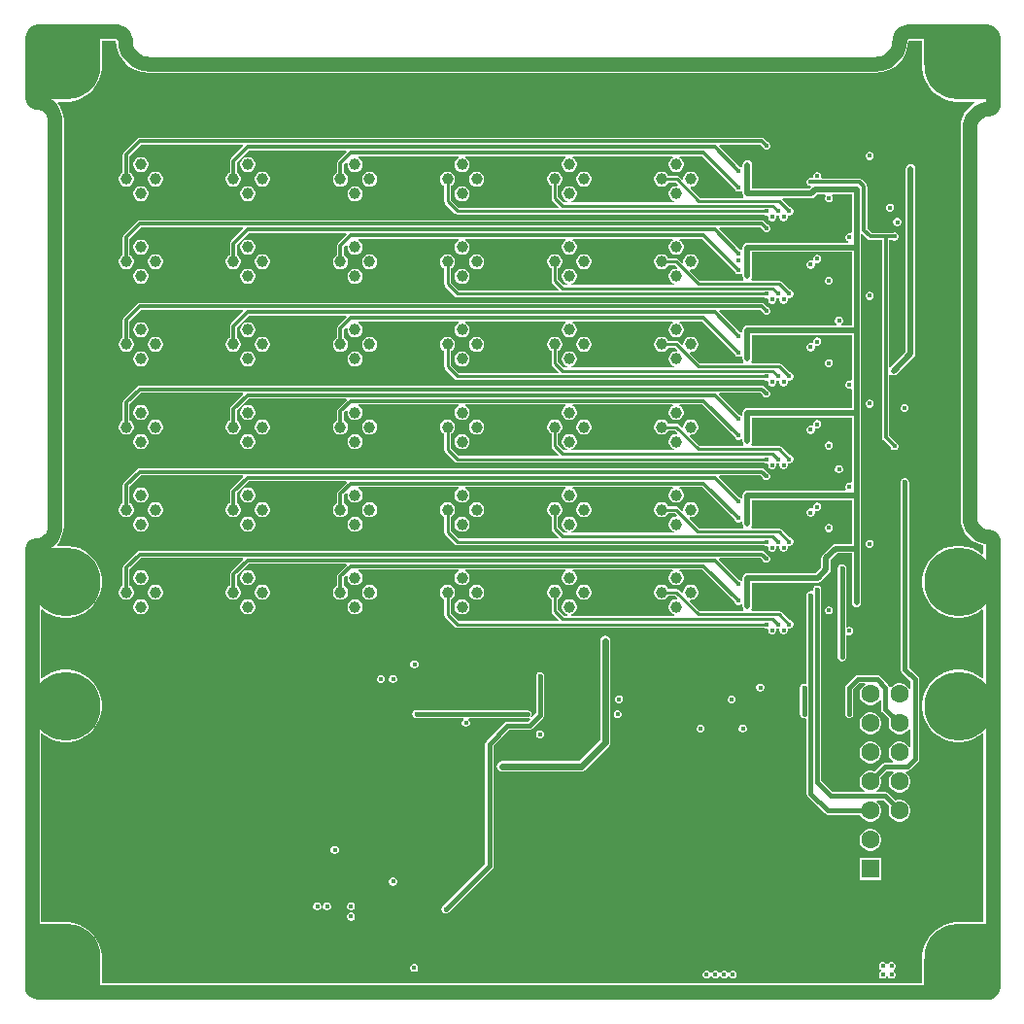
<source format=gbr>
G04*
G04 #@! TF.GenerationSoftware,Altium Limited,Altium Designer,24.1.2 (44)*
G04*
G04 Layer_Physical_Order=1*
G04 Layer_Color=255*
%FSLAX44Y44*%
%MOMM*%
G71*
G04*
G04 #@! TF.SameCoordinates,AE1A08C2-C3D6-4CBA-8CC8-208B27F027D9*
G04*
G04*
G04 #@! TF.FilePolarity,Positive*
G04*
G01*
G75*
%ADD11C,0.4000*%
%ADD13C,0.2540*%
%ADD14C,1.2700*%
%ADD32C,0.5000*%
%ADD33C,0.6000*%
%ADD34C,0.3000*%
%ADD35R,2.6000X2.2573*%
%ADD36R,6.3349X2.4639*%
%ADD37R,2.9365X2.0292*%
%ADD38R,3.3072X1.7892*%
%ADD39R,5.9717X2.9650*%
%ADD40R,1.2068X1.1540*%
%ADD41R,2.9679X1.7786*%
%ADD42R,1.8401X2.9958*%
%ADD43R,2.7495X2.9679*%
%ADD44R,2.9650X5.9674*%
%ADD45C,6.0000*%
%ADD46C,1.2000*%
%ADD47C,1.0000*%
%ADD48C,1.6000*%
%ADD49R,1.6000X1.6000*%
%ADD50C,0.4000*%
G36*
X782309Y814000D02*
X782500Y813539D01*
Y811521D01*
X783276Y806624D01*
X784808Y801908D01*
X787059Y797490D01*
X789973Y793479D01*
X793479Y789973D01*
X797490Y787059D01*
X801908Y784808D01*
X806624Y783276D01*
X811521Y782500D01*
X813741D01*
X814000Y782393D01*
X827944D01*
X828253Y781161D01*
X826491Y780219D01*
X822806Y777195D01*
X819782Y773510D01*
X817535Y769306D01*
X816151Y764744D01*
X815704Y760208D01*
X815704D01*
X815732Y758954D01*
Y682286D01*
Y420000D01*
X815683D01*
X816150Y415256D01*
X817534Y410694D01*
X819781Y406490D01*
X822805Y402805D01*
X826490Y399781D01*
X830694Y397534D01*
X835256Y396150D01*
X835732Y396103D01*
Y388475D01*
X834973Y388161D01*
X834462Y388070D01*
X830510Y390941D01*
X826092Y393192D01*
X821376Y394724D01*
X816479Y395500D01*
X811521D01*
X806624Y394724D01*
X801908Y393192D01*
X797490Y390941D01*
X793479Y388027D01*
X789973Y384521D01*
X787059Y380510D01*
X784808Y376092D01*
X783276Y371376D01*
X782500Y366479D01*
Y361521D01*
X783276Y356624D01*
X784808Y351908D01*
X787059Y347490D01*
X789973Y343479D01*
X793479Y339973D01*
X797490Y337059D01*
X801908Y334808D01*
X806624Y333276D01*
X811521Y332500D01*
X816479D01*
X821376Y333276D01*
X826092Y334808D01*
X830510Y337059D01*
X834462Y339930D01*
X834973Y339839D01*
X835732Y339525D01*
X835732Y280475D01*
X834973Y280161D01*
X834462Y280070D01*
X830510Y282941D01*
X826092Y285192D01*
X821376Y286724D01*
X816479Y287500D01*
X811521D01*
X806624Y286724D01*
X801908Y285192D01*
X797490Y282941D01*
X793479Y280027D01*
X789973Y276521D01*
X787059Y272510D01*
X784808Y268092D01*
X783276Y263376D01*
X782500Y258479D01*
Y253521D01*
X783276Y248624D01*
X784808Y243908D01*
X787059Y239490D01*
X789973Y235479D01*
X793479Y231973D01*
X797490Y229059D01*
X801908Y226808D01*
X806624Y225276D01*
X811521Y224500D01*
X816479D01*
X821376Y225276D01*
X826092Y226808D01*
X830510Y229059D01*
X834462Y231930D01*
X834973Y231839D01*
X835732Y231525D01*
X835732Y67635D01*
X814000D01*
X813673Y67500D01*
X811521D01*
X806624Y66724D01*
X801908Y65192D01*
X797490Y62941D01*
X793479Y60027D01*
X789973Y56521D01*
X787059Y52510D01*
X784808Y48092D01*
X783276Y43376D01*
X782500Y38479D01*
Y36414D01*
X782329Y36000D01*
Y14268D01*
X67598Y14268D01*
Y36000D01*
X67500Y36236D01*
Y38479D01*
X66724Y43376D01*
X65192Y48092D01*
X62941Y52510D01*
X60027Y56521D01*
X56521Y60027D01*
X52510Y62941D01*
X48092Y65192D01*
X43376Y66724D01*
X38479Y67500D01*
X36356D01*
X36000Y67647D01*
X14268D01*
X14268Y231525D01*
X15027Y231839D01*
X15538Y231930D01*
X19490Y229059D01*
X23908Y226808D01*
X28624Y225276D01*
X33521Y224500D01*
X38479D01*
X43376Y225276D01*
X48092Y226808D01*
X52510Y229059D01*
X56521Y231973D01*
X60027Y235479D01*
X62941Y239490D01*
X65192Y243908D01*
X66724Y248624D01*
X67500Y253521D01*
Y258479D01*
X66724Y263376D01*
X65192Y268092D01*
X62941Y272510D01*
X60027Y276521D01*
X56521Y280027D01*
X52510Y282941D01*
X48092Y285192D01*
X43376Y286724D01*
X38479Y287500D01*
X33521D01*
X28624Y286724D01*
X23908Y285192D01*
X19490Y282941D01*
X15538Y280070D01*
X15027Y280161D01*
X14268Y280475D01*
Y339525D01*
X15027Y339839D01*
X15538Y339930D01*
X19490Y337059D01*
X23908Y334808D01*
X28624Y333276D01*
X33521Y332500D01*
X38479D01*
X43376Y333276D01*
X48092Y334808D01*
X52510Y337059D01*
X56521Y339973D01*
X60027Y343479D01*
X62941Y347490D01*
X65192Y351908D01*
X66724Y356624D01*
X67500Y361521D01*
Y366479D01*
X66724Y371376D01*
X65192Y376092D01*
X62941Y380510D01*
X60027Y384521D01*
X56521Y388027D01*
X52510Y390941D01*
X48092Y393192D01*
X43376Y394724D01*
X38479Y395500D01*
X36177D01*
X36000Y395573D01*
X28958D01*
X28415Y396721D01*
X30219Y398920D01*
X32466Y403124D01*
X33850Y407686D01*
X34317Y412430D01*
X34268D01*
Y766130D01*
X34317D01*
X33850Y770874D01*
X32466Y775436D01*
X30219Y779640D01*
X28897Y781252D01*
X29439Y782400D01*
X36000D01*
X36242Y782500D01*
X38479D01*
X43376Y783276D01*
X48092Y784808D01*
X52510Y787059D01*
X56521Y789973D01*
X60027Y793479D01*
X62941Y797490D01*
X65192Y801908D01*
X66724Y806624D01*
X67500Y811521D01*
Y813491D01*
X67595Y813721D01*
Y835732D01*
X79734Y835732D01*
X80061Y831575D01*
X81097Y827259D01*
X82796Y823158D01*
X85115Y819373D01*
X87998Y815998D01*
X91373Y813115D01*
X95158Y810796D01*
X99259Y809097D01*
X103575Y808061D01*
X108000Y807713D01*
Y807732D01*
X742000D01*
Y807713D01*
X746425Y808061D01*
X750741Y809097D01*
X754842Y810796D01*
X758627Y813115D01*
X762002Y815998D01*
X764885Y819373D01*
X767204Y823158D01*
X768903Y827259D01*
X769939Y831575D01*
X770266Y835732D01*
X782309D01*
Y814000D01*
D02*
G37*
%LPC*%
G36*
X642820Y751089D02*
X642820Y751089D01*
X100330D01*
X100330Y751089D01*
X99159Y750856D01*
X98167Y750193D01*
X98167Y750193D01*
X86537Y738563D01*
X85874Y737570D01*
X85641Y736400D01*
X85641Y736400D01*
Y720740D01*
X84709Y720201D01*
X83499Y718991D01*
X82643Y717509D01*
X82200Y715856D01*
Y714144D01*
X82643Y712491D01*
X83499Y711009D01*
X84709Y709799D01*
X86191Y708943D01*
X87844Y708500D01*
X89556D01*
X91209Y708943D01*
X92691Y709799D01*
X93901Y711009D01*
X94757Y712491D01*
X95200Y714144D01*
Y715856D01*
X94757Y717509D01*
X93901Y718991D01*
X92691Y720201D01*
X91759Y720740D01*
Y735133D01*
X101597Y744971D01*
X190346D01*
X190832Y743798D01*
X179877Y732843D01*
X179214Y731851D01*
X178981Y730680D01*
X178981Y730680D01*
Y720740D01*
X178049Y720201D01*
X176839Y718991D01*
X175983Y717509D01*
X175540Y715856D01*
Y714144D01*
X175983Y712491D01*
X176839Y711009D01*
X178049Y709799D01*
X179531Y708943D01*
X181184Y708500D01*
X182896D01*
X184549Y708943D01*
X186031Y709799D01*
X187241Y711009D01*
X188097Y712491D01*
X188540Y714144D01*
Y715856D01*
X188097Y717509D01*
X187241Y718991D01*
X186031Y720201D01*
X185099Y720740D01*
Y729413D01*
X195577Y739891D01*
X280516D01*
X281002Y738718D01*
X273217Y730933D01*
X272554Y729940D01*
X272321Y728770D01*
X272321Y728770D01*
Y720740D01*
X271389Y720201D01*
X270179Y718991D01*
X269323Y717509D01*
X268880Y715856D01*
Y714144D01*
X269323Y712491D01*
X270179Y711009D01*
X271389Y709799D01*
X272871Y708943D01*
X274524Y708500D01*
X276236D01*
X277889Y708943D01*
X279371Y709799D01*
X280581Y711009D01*
X281437Y712491D01*
X281880Y714144D01*
Y715856D01*
X281437Y717509D01*
X280581Y718991D01*
X279371Y720201D01*
X278439Y720740D01*
Y727503D01*
X280548Y729613D01*
X281687Y728955D01*
X281580Y728556D01*
Y726844D01*
X282023Y725191D01*
X282879Y723709D01*
X284089Y722499D01*
X285571Y721643D01*
X287224Y721200D01*
X288936D01*
X290589Y721643D01*
X292071Y722499D01*
X293281Y723709D01*
X294137Y725191D01*
X294580Y726844D01*
Y728556D01*
X294137Y730209D01*
X293281Y731691D01*
X292071Y732901D01*
X290963Y733541D01*
X291303Y734811D01*
X378197D01*
X378537Y733541D01*
X377429Y732901D01*
X376219Y731691D01*
X375363Y730209D01*
X374920Y728556D01*
Y726844D01*
X375363Y725191D01*
X376219Y723709D01*
X377429Y722499D01*
X378911Y721643D01*
X380564Y721200D01*
X382276D01*
X383929Y721643D01*
X385411Y722499D01*
X386621Y723709D01*
X387477Y725191D01*
X387920Y726844D01*
Y728556D01*
X387477Y730209D01*
X386621Y731691D01*
X385411Y732901D01*
X384302Y733541D01*
X384643Y734811D01*
X471537D01*
X471878Y733541D01*
X470769Y732901D01*
X469559Y731691D01*
X468703Y730209D01*
X468260Y728556D01*
Y726844D01*
X468703Y725191D01*
X469559Y723709D01*
X470769Y722499D01*
X472251Y721643D01*
X473904Y721200D01*
X475616D01*
X477269Y721643D01*
X478751Y722499D01*
X479961Y723709D01*
X480817Y725191D01*
X481260Y726844D01*
Y728556D01*
X480817Y730209D01*
X479961Y731691D01*
X478751Y732901D01*
X477643Y733541D01*
X477983Y734811D01*
X564877D01*
X565218Y733541D01*
X564109Y732901D01*
X562899Y731691D01*
X562043Y730209D01*
X561600Y728556D01*
Y726844D01*
X562043Y725191D01*
X562899Y723709D01*
X564109Y722499D01*
X565591Y721643D01*
X567244Y721200D01*
X568956D01*
X570609Y721643D01*
X572091Y722499D01*
X573301Y723709D01*
X574157Y725191D01*
X574600Y726844D01*
Y728556D01*
X574157Y730209D01*
X573301Y731691D01*
X572091Y732901D01*
X570983Y733541D01*
X571323Y734811D01*
X590663D01*
X618892Y706582D01*
X619333Y705517D01*
X620317Y704533D01*
X621604Y704000D01*
X622996D01*
X624283Y704533D01*
X624572Y704822D01*
X625842Y704296D01*
Y702500D01*
X626152Y700939D01*
X626743Y700054D01*
X626169Y698784D01*
X588785D01*
X580340Y707230D01*
X580866Y708500D01*
X581656D01*
X583309Y708943D01*
X584791Y709799D01*
X586001Y711009D01*
X586857Y712491D01*
X587300Y714144D01*
Y715856D01*
X586857Y717509D01*
X586001Y718991D01*
X584791Y720201D01*
X583309Y721057D01*
X581656Y721500D01*
X579944D01*
X578291Y721057D01*
X576809Y720201D01*
X575599Y718991D01*
X574743Y717509D01*
X574300Y715856D01*
Y715066D01*
X573030Y714539D01*
X570573Y716997D01*
X569656Y717609D01*
X568576Y717824D01*
X568575Y717824D01*
X561275D01*
X560601Y718991D01*
X559391Y720201D01*
X557909Y721057D01*
X556256Y721500D01*
X554544D01*
X552891Y721057D01*
X551409Y720201D01*
X550199Y718991D01*
X549343Y717509D01*
X548900Y715856D01*
Y714144D01*
X549343Y712491D01*
X550199Y711009D01*
X551409Y709799D01*
X552891Y708943D01*
X554544Y708500D01*
X556256D01*
X557909Y708943D01*
X559391Y709799D01*
X560601Y711009D01*
X561275Y712176D01*
X567406D01*
X569654Y709928D01*
X568996Y708789D01*
X568956Y708800D01*
X567244D01*
X565591Y708357D01*
X564109Y707501D01*
X562899Y706291D01*
X562043Y704809D01*
X561600Y703156D01*
Y701444D01*
X562043Y699791D01*
X562899Y698309D01*
X564109Y697099D01*
X565591Y696243D01*
X566444Y696014D01*
X566277Y694744D01*
X476583D01*
X476416Y696014D01*
X477269Y696243D01*
X478751Y697099D01*
X479961Y698309D01*
X480817Y699791D01*
X481260Y701444D01*
Y703156D01*
X480817Y704809D01*
X479961Y706291D01*
X478751Y707501D01*
X477269Y708357D01*
X475616Y708800D01*
X473904D01*
X472251Y708357D01*
X470769Y707501D01*
X469559Y706291D01*
X468703Y704809D01*
X468260Y703156D01*
Y701444D01*
X468703Y699791D01*
X469559Y698309D01*
X470769Y697099D01*
X472251Y696243D01*
X473104Y696014D01*
X472937Y694744D01*
X470030D01*
X464884Y699890D01*
Y709125D01*
X466051Y709799D01*
X467261Y711009D01*
X468117Y712491D01*
X468560Y714144D01*
Y715856D01*
X468117Y717509D01*
X467261Y718991D01*
X466051Y720201D01*
X464569Y721057D01*
X462916Y721500D01*
X461204D01*
X459551Y721057D01*
X458069Y720201D01*
X456859Y718991D01*
X456003Y717509D01*
X455560Y715856D01*
Y714144D01*
X456003Y712491D01*
X456859Y711009D01*
X458069Y709799D01*
X459236Y709125D01*
Y698720D01*
X459236Y698720D01*
X459451Y697639D01*
X460063Y696723D01*
X465622Y691164D01*
X465095Y689894D01*
X378360D01*
X371544Y696710D01*
Y709125D01*
X372711Y709799D01*
X373921Y711009D01*
X374777Y712491D01*
X375220Y714144D01*
Y715856D01*
X374777Y717509D01*
X373921Y718991D01*
X372711Y720201D01*
X371229Y721057D01*
X369576Y721500D01*
X367864D01*
X366211Y721057D01*
X364729Y720201D01*
X363519Y718991D01*
X362663Y717509D01*
X362220Y715856D01*
Y714144D01*
X362663Y712491D01*
X363519Y711009D01*
X364729Y709799D01*
X365896Y709125D01*
Y695540D01*
X365896Y695540D01*
X366111Y694459D01*
X366723Y693543D01*
X375193Y685073D01*
X375193Y685073D01*
X376109Y684461D01*
X377190Y684246D01*
X377190Y684246D01*
X644504D01*
X644647Y684103D01*
X645934Y683570D01*
X647121D01*
X647754Y683016D01*
X648130Y682528D01*
Y681294D01*
X648663Y680007D01*
X649647Y679023D01*
X650934Y678490D01*
X652326D01*
X653613Y679023D01*
X654597Y680007D01*
X655130Y681294D01*
Y682528D01*
X655506Y683016D01*
X656139Y683570D01*
X657121D01*
X657754Y683016D01*
X658130Y682528D01*
Y681294D01*
X658663Y680007D01*
X659647Y679023D01*
X660934Y678490D01*
X662326D01*
X663613Y679023D01*
X664597Y680007D01*
X665130Y681294D01*
Y682528D01*
X665506Y683016D01*
X666139Y683570D01*
X667326D01*
X668613Y684103D01*
X669597Y685087D01*
X670130Y686374D01*
Y687766D01*
X669597Y689053D01*
X668613Y690037D01*
X667326Y690570D01*
X667124D01*
X660543Y697152D01*
X661069Y698422D01*
X685990D01*
X685990Y698421D01*
X687551Y698732D01*
X688874Y699616D01*
X691179Y701922D01*
X697807D01*
X698333Y700652D01*
X698072Y700390D01*
X697539Y699104D01*
Y697711D01*
X698072Y696425D01*
X699056Y695440D01*
X700343Y694907D01*
X701735D01*
X703021Y695440D01*
X704006Y696425D01*
X704539Y697711D01*
Y699104D01*
X704006Y700390D01*
X703744Y700652D01*
X704270Y701922D01*
X721092D01*
Y668432D01*
X719822Y667584D01*
X719517Y667710D01*
X718125D01*
X716838Y667177D01*
X715854Y666193D01*
X715321Y664906D01*
Y663514D01*
X715854Y662227D01*
X716838Y661243D01*
X717791Y660848D01*
X717538Y659578D01*
X629920D01*
X628359Y659268D01*
X627036Y658384D01*
X626152Y657061D01*
X625842Y655500D01*
Y653704D01*
X624572Y653178D01*
X624283Y653467D01*
X623217Y653908D01*
X605328Y671798D01*
X605814Y672971D01*
X641553D01*
X643222Y671303D01*
X643663Y670237D01*
X644647Y669253D01*
X645934Y668720D01*
X647326D01*
X648613Y669253D01*
X649597Y670237D01*
X650130Y671524D01*
Y672916D01*
X649597Y674203D01*
X648613Y675187D01*
X647547Y675628D01*
X644983Y678193D01*
X643990Y678856D01*
X642820Y679089D01*
X642820Y679089D01*
X100330D01*
X100330Y679089D01*
X99159Y678856D01*
X98167Y678193D01*
X98167Y678193D01*
X86537Y666563D01*
X85874Y665571D01*
X85641Y664400D01*
X85641Y664400D01*
Y648739D01*
X84709Y648201D01*
X83499Y646991D01*
X82643Y645509D01*
X82200Y643856D01*
Y642144D01*
X82643Y640491D01*
X83499Y639009D01*
X84709Y637799D01*
X86191Y636943D01*
X87844Y636500D01*
X89556D01*
X91209Y636943D01*
X92691Y637799D01*
X93901Y639009D01*
X94757Y640491D01*
X95200Y642144D01*
Y643856D01*
X94757Y645509D01*
X93901Y646991D01*
X92691Y648201D01*
X91759Y648739D01*
Y663133D01*
X101597Y672971D01*
X190346D01*
X190832Y671798D01*
X179877Y660843D01*
X179214Y659850D01*
X178981Y658680D01*
X178981Y658680D01*
Y648739D01*
X178049Y648201D01*
X176839Y646991D01*
X175983Y645509D01*
X175540Y643856D01*
Y642144D01*
X175983Y640491D01*
X176839Y639009D01*
X178049Y637799D01*
X179531Y636943D01*
X181184Y636500D01*
X182896D01*
X184549Y636943D01*
X186031Y637799D01*
X187241Y639009D01*
X188097Y640491D01*
X188540Y642144D01*
Y643856D01*
X188097Y645509D01*
X187241Y646991D01*
X186031Y648201D01*
X185099Y648739D01*
Y657413D01*
X195577Y667891D01*
X280516D01*
X281002Y666718D01*
X273217Y658933D01*
X272554Y657941D01*
X272321Y656770D01*
X272321Y656770D01*
Y648739D01*
X271389Y648201D01*
X270179Y646991D01*
X269323Y645509D01*
X268880Y643856D01*
Y642144D01*
X269323Y640491D01*
X270179Y639009D01*
X271389Y637799D01*
X272871Y636943D01*
X274524Y636500D01*
X276236D01*
X277889Y636943D01*
X279371Y637799D01*
X280581Y639009D01*
X281437Y640491D01*
X281880Y642144D01*
Y643856D01*
X281437Y645509D01*
X280581Y646991D01*
X279371Y648201D01*
X278439Y648739D01*
Y655503D01*
X280548Y657613D01*
X281687Y656955D01*
X281580Y656556D01*
Y654844D01*
X282023Y653191D01*
X282879Y651709D01*
X284089Y650499D01*
X285571Y649643D01*
X287224Y649200D01*
X288936D01*
X290589Y649643D01*
X292071Y650499D01*
X293281Y651709D01*
X294137Y653191D01*
X294580Y654844D01*
Y656556D01*
X294137Y658209D01*
X293281Y659691D01*
X292071Y660901D01*
X290963Y661541D01*
X291303Y662811D01*
X378197D01*
X378537Y661541D01*
X377429Y660901D01*
X376219Y659691D01*
X375363Y658209D01*
X374920Y656556D01*
Y654844D01*
X375363Y653191D01*
X376219Y651709D01*
X377429Y650499D01*
X378911Y649643D01*
X380564Y649200D01*
X382276D01*
X383929Y649643D01*
X385411Y650499D01*
X386621Y651709D01*
X387477Y653191D01*
X387920Y654844D01*
Y656556D01*
X387477Y658209D01*
X386621Y659691D01*
X385411Y660901D01*
X384302Y661541D01*
X384643Y662811D01*
X471537D01*
X471878Y661541D01*
X470769Y660901D01*
X469559Y659691D01*
X468703Y658209D01*
X468260Y656556D01*
Y654844D01*
X468703Y653191D01*
X469559Y651709D01*
X470769Y650499D01*
X472251Y649643D01*
X473904Y649200D01*
X475616D01*
X477269Y649643D01*
X478751Y650499D01*
X479961Y651709D01*
X480817Y653191D01*
X481260Y654844D01*
Y656556D01*
X480817Y658209D01*
X479961Y659691D01*
X478751Y660901D01*
X477643Y661541D01*
X477983Y662811D01*
X564877D01*
X565218Y661541D01*
X564109Y660901D01*
X562899Y659691D01*
X562043Y658209D01*
X561600Y656556D01*
Y654844D01*
X562043Y653191D01*
X562899Y651709D01*
X564109Y650499D01*
X565591Y649643D01*
X567244Y649200D01*
X568956D01*
X570609Y649643D01*
X572091Y650499D01*
X573301Y651709D01*
X574157Y653191D01*
X574600Y654844D01*
Y656556D01*
X574157Y658209D01*
X573301Y659691D01*
X572091Y660901D01*
X570983Y661541D01*
X571323Y662811D01*
X590663D01*
X618892Y634582D01*
X619333Y633517D01*
X620317Y632533D01*
X621604Y632000D01*
X622996D01*
X624283Y632533D01*
X624572Y632822D01*
X625842Y632296D01*
Y630500D01*
X626152Y628939D01*
X626743Y628054D01*
X626169Y626784D01*
X588261D01*
X579754Y635291D01*
X579773Y635414D01*
X580341Y636500D01*
X581656D01*
X583309Y636943D01*
X584791Y637799D01*
X586001Y639009D01*
X586857Y640491D01*
X587300Y642144D01*
Y643856D01*
X586857Y645509D01*
X586001Y646991D01*
X584791Y648201D01*
X583309Y649057D01*
X581656Y649500D01*
X579944D01*
X578291Y649057D01*
X576809Y648201D01*
X575599Y646991D01*
X574743Y645509D01*
X574300Y643856D01*
Y642542D01*
X573214Y641973D01*
X573092Y641954D01*
X570048Y644997D01*
X569132Y645609D01*
X568051Y645824D01*
X568051Y645824D01*
X561275D01*
X560601Y646991D01*
X559391Y648201D01*
X557909Y649057D01*
X556256Y649500D01*
X554544D01*
X552891Y649057D01*
X551409Y648201D01*
X550199Y646991D01*
X549343Y645509D01*
X548900Y643856D01*
Y642144D01*
X549343Y640491D01*
X550199Y639009D01*
X551409Y637799D01*
X552891Y636943D01*
X554544Y636500D01*
X556256D01*
X557909Y636943D01*
X559391Y637799D01*
X560601Y639009D01*
X561275Y640176D01*
X566881D01*
X569010Y638048D01*
X568461Y636800D01*
X567244D01*
X565591Y636357D01*
X564109Y635501D01*
X562899Y634291D01*
X562043Y632809D01*
X561600Y631156D01*
Y629444D01*
X562043Y627791D01*
X562899Y626309D01*
X564109Y625099D01*
X565591Y624243D01*
X566444Y624014D01*
X566277Y622744D01*
X476583D01*
X476416Y624014D01*
X477269Y624243D01*
X478751Y625099D01*
X479961Y626309D01*
X480817Y627791D01*
X481260Y629444D01*
Y631156D01*
X480817Y632809D01*
X479961Y634291D01*
X478751Y635501D01*
X477269Y636357D01*
X475616Y636800D01*
X473904D01*
X472251Y636357D01*
X470769Y635501D01*
X469559Y634291D01*
X468703Y632809D01*
X468260Y631156D01*
Y629444D01*
X468703Y627791D01*
X469559Y626309D01*
X470769Y625099D01*
X472251Y624243D01*
X473104Y624014D01*
X472937Y622744D01*
X470030D01*
X464884Y627890D01*
Y637125D01*
X466051Y637799D01*
X467261Y639009D01*
X468117Y640491D01*
X468560Y642144D01*
Y643856D01*
X468117Y645509D01*
X467261Y646991D01*
X466051Y648201D01*
X464569Y649057D01*
X462916Y649500D01*
X461204D01*
X459551Y649057D01*
X458069Y648201D01*
X456859Y646991D01*
X456003Y645509D01*
X455560Y643856D01*
Y642144D01*
X456003Y640491D01*
X456859Y639009D01*
X458069Y637799D01*
X459236Y637125D01*
Y626720D01*
X459236Y626720D01*
X459451Y625639D01*
X460063Y624723D01*
X465622Y619164D01*
X465095Y617894D01*
X378360D01*
X371544Y624710D01*
Y637125D01*
X372711Y637799D01*
X373921Y639009D01*
X374777Y640491D01*
X375220Y642144D01*
Y643856D01*
X374777Y645509D01*
X373921Y646991D01*
X372711Y648201D01*
X371229Y649057D01*
X369576Y649500D01*
X367864D01*
X366211Y649057D01*
X364729Y648201D01*
X363519Y646991D01*
X362663Y645509D01*
X362220Y643856D01*
Y642144D01*
X362663Y640491D01*
X363519Y639009D01*
X364729Y637799D01*
X365896Y637125D01*
Y623540D01*
X365896Y623540D01*
X366111Y622459D01*
X366723Y621543D01*
X375193Y613073D01*
X375193Y613073D01*
X376109Y612461D01*
X377190Y612246D01*
X377190Y612246D01*
X644504D01*
X644647Y612103D01*
X645934Y611570D01*
X647121D01*
X647754Y611016D01*
X648130Y610528D01*
Y609294D01*
X648663Y608007D01*
X649647Y607023D01*
X650934Y606490D01*
X652326D01*
X653613Y607023D01*
X654597Y608007D01*
X655130Y609294D01*
Y610528D01*
X655506Y611016D01*
X656139Y611570D01*
X657121D01*
X657754Y611016D01*
X658130Y610528D01*
Y609294D01*
X658663Y608007D01*
X659647Y607023D01*
X660934Y606490D01*
X662326D01*
X663613Y607023D01*
X664597Y608007D01*
X665130Y609294D01*
Y610528D01*
X665506Y611016D01*
X666139Y611570D01*
X667326D01*
X668613Y612103D01*
X669597Y613087D01*
X670130Y614374D01*
Y615766D01*
X669597Y617053D01*
X668613Y618037D01*
X667326Y618570D01*
X667124D01*
X659737Y625957D01*
X659737Y625957D01*
X658821Y626569D01*
X657740Y626784D01*
X657740Y626784D01*
X633671D01*
X633097Y628054D01*
X633688Y628939D01*
X633998Y630500D01*
Y643000D01*
Y651422D01*
X721092D01*
Y634000D01*
Y587578D01*
X712154D01*
X711902Y588848D01*
X711913Y588853D01*
X712897Y589837D01*
X713430Y591124D01*
Y592516D01*
X712897Y593803D01*
X711913Y594787D01*
X710626Y595320D01*
X709234D01*
X707947Y594787D01*
X706963Y593803D01*
X706430Y592516D01*
Y591124D01*
X706963Y589837D01*
X707947Y588853D01*
X707958Y588848D01*
X707706Y587578D01*
X629920D01*
X628359Y587268D01*
X627036Y586384D01*
X626152Y585061D01*
X625842Y583500D01*
Y581704D01*
X624572Y581178D01*
X624283Y581467D01*
X623217Y581908D01*
X605328Y599798D01*
X605814Y600971D01*
X641553D01*
X643222Y599303D01*
X643663Y598237D01*
X644647Y597253D01*
X645934Y596720D01*
X647326D01*
X648613Y597253D01*
X649597Y598237D01*
X650130Y599524D01*
Y600916D01*
X649597Y602203D01*
X648613Y603187D01*
X647547Y603628D01*
X644983Y606193D01*
X643990Y606856D01*
X642820Y607089D01*
X642820Y607089D01*
X100330D01*
X100330Y607089D01*
X99159Y606856D01*
X98167Y606193D01*
X98167Y606193D01*
X86537Y594563D01*
X85874Y593571D01*
X85641Y592400D01*
X85641Y592400D01*
Y576740D01*
X84709Y576201D01*
X83499Y574991D01*
X82643Y573509D01*
X82200Y571856D01*
Y570144D01*
X82643Y568491D01*
X83499Y567009D01*
X84709Y565799D01*
X86191Y564943D01*
X87844Y564500D01*
X89556D01*
X91209Y564943D01*
X92691Y565799D01*
X93901Y567009D01*
X94757Y568491D01*
X95200Y570144D01*
Y571856D01*
X94757Y573509D01*
X93901Y574991D01*
X92691Y576201D01*
X91759Y576740D01*
Y591133D01*
X101597Y600971D01*
X190346D01*
X190832Y599798D01*
X179877Y588843D01*
X179214Y587851D01*
X178981Y586680D01*
X178981Y586680D01*
Y576740D01*
X178049Y576201D01*
X176839Y574991D01*
X175983Y573509D01*
X175540Y571856D01*
Y570144D01*
X175983Y568491D01*
X176839Y567009D01*
X178049Y565799D01*
X179531Y564943D01*
X181184Y564500D01*
X182896D01*
X184549Y564943D01*
X186031Y565799D01*
X187241Y567009D01*
X188097Y568491D01*
X188540Y570144D01*
Y571856D01*
X188097Y573509D01*
X187241Y574991D01*
X186031Y576201D01*
X185099Y576740D01*
Y585413D01*
X195577Y595891D01*
X280516D01*
X281002Y594718D01*
X273217Y586933D01*
X272554Y585941D01*
X272321Y584770D01*
X272321Y584770D01*
Y576740D01*
X271389Y576201D01*
X270179Y574991D01*
X269323Y573509D01*
X268880Y571856D01*
Y570144D01*
X269323Y568491D01*
X270179Y567009D01*
X271389Y565799D01*
X272871Y564943D01*
X274524Y564500D01*
X276236D01*
X277889Y564943D01*
X279371Y565799D01*
X280581Y567009D01*
X281437Y568491D01*
X281880Y570144D01*
Y571856D01*
X281437Y573509D01*
X280581Y574991D01*
X279371Y576201D01*
X278439Y576740D01*
Y583503D01*
X280548Y585613D01*
X281687Y584955D01*
X281580Y584556D01*
Y582844D01*
X282023Y581191D01*
X282879Y579709D01*
X284089Y578499D01*
X285571Y577643D01*
X287224Y577200D01*
X288936D01*
X290589Y577643D01*
X292071Y578499D01*
X293281Y579709D01*
X294137Y581191D01*
X294580Y582844D01*
Y584556D01*
X294137Y586209D01*
X293281Y587691D01*
X292071Y588901D01*
X290963Y589541D01*
X291303Y590811D01*
X378197D01*
X378537Y589541D01*
X377429Y588901D01*
X376219Y587691D01*
X375363Y586209D01*
X374920Y584556D01*
Y582844D01*
X375363Y581191D01*
X376219Y579709D01*
X377429Y578499D01*
X378911Y577643D01*
X380564Y577200D01*
X382276D01*
X383929Y577643D01*
X385411Y578499D01*
X386621Y579709D01*
X387477Y581191D01*
X387920Y582844D01*
Y584556D01*
X387477Y586209D01*
X386621Y587691D01*
X385411Y588901D01*
X384302Y589541D01*
X384643Y590811D01*
X471537D01*
X471878Y589541D01*
X470769Y588901D01*
X469559Y587691D01*
X468703Y586209D01*
X468260Y584556D01*
Y582844D01*
X468703Y581191D01*
X469559Y579709D01*
X470769Y578499D01*
X472251Y577643D01*
X473904Y577200D01*
X475616D01*
X477269Y577643D01*
X478751Y578499D01*
X479961Y579709D01*
X480817Y581191D01*
X481260Y582844D01*
Y584556D01*
X480817Y586209D01*
X479961Y587691D01*
X478751Y588901D01*
X477643Y589541D01*
X477983Y590811D01*
X564877D01*
X565218Y589541D01*
X564109Y588901D01*
X562899Y587691D01*
X562043Y586209D01*
X561600Y584556D01*
Y582844D01*
X562043Y581191D01*
X562899Y579709D01*
X564109Y578499D01*
X565591Y577643D01*
X567244Y577200D01*
X568956D01*
X570609Y577643D01*
X572091Y578499D01*
X573301Y579709D01*
X574157Y581191D01*
X574600Y582844D01*
Y584556D01*
X574157Y586209D01*
X573301Y587691D01*
X572091Y588901D01*
X570983Y589541D01*
X571323Y590811D01*
X590663D01*
X618892Y562583D01*
X619333Y561517D01*
X620317Y560533D01*
X621604Y560000D01*
X622996D01*
X624283Y560533D01*
X624572Y560822D01*
X625842Y560296D01*
Y558500D01*
X626152Y556939D01*
X626743Y556054D01*
X626169Y554784D01*
X588400D01*
X579954Y563230D01*
X580480Y564500D01*
X581656D01*
X583309Y564943D01*
X584791Y565799D01*
X586001Y567009D01*
X586857Y568491D01*
X587300Y570144D01*
Y571856D01*
X586857Y573509D01*
X586001Y574991D01*
X584791Y576201D01*
X583309Y577057D01*
X581656Y577500D01*
X579944D01*
X578291Y577057D01*
X576809Y576201D01*
X575599Y574991D01*
X574743Y573509D01*
X574300Y571856D01*
Y570680D01*
X573030Y570154D01*
X570187Y572997D01*
X569271Y573609D01*
X568190Y573824D01*
X568190Y573824D01*
X561275D01*
X560601Y574991D01*
X559391Y576201D01*
X557909Y577057D01*
X556256Y577500D01*
X554544D01*
X552891Y577057D01*
X551409Y576201D01*
X550199Y574991D01*
X549343Y573509D01*
X548900Y571856D01*
Y570144D01*
X549343Y568491D01*
X550199Y567009D01*
X551409Y565799D01*
X552891Y564943D01*
X554544Y564500D01*
X556256D01*
X557909Y564943D01*
X559391Y565799D01*
X560601Y567009D01*
X561275Y568176D01*
X567020D01*
X569183Y566013D01*
X569133Y565748D01*
X568600Y564800D01*
X567244D01*
X565591Y564357D01*
X564109Y563501D01*
X562899Y562291D01*
X562043Y560809D01*
X561600Y559156D01*
Y557444D01*
X562043Y555791D01*
X562899Y554309D01*
X564109Y553099D01*
X565591Y552243D01*
X566444Y552014D01*
X566277Y550744D01*
X476583D01*
X476416Y552014D01*
X477269Y552243D01*
X478751Y553099D01*
X479961Y554309D01*
X480817Y555791D01*
X481260Y557444D01*
Y559156D01*
X480817Y560809D01*
X479961Y562291D01*
X478751Y563501D01*
X477269Y564357D01*
X475616Y564800D01*
X473904D01*
X472251Y564357D01*
X470769Y563501D01*
X469559Y562291D01*
X468703Y560809D01*
X468260Y559156D01*
Y557444D01*
X468703Y555791D01*
X469559Y554309D01*
X470769Y553099D01*
X472251Y552243D01*
X473104Y552014D01*
X472937Y550744D01*
X470030D01*
X464884Y555890D01*
Y565125D01*
X466051Y565799D01*
X467261Y567009D01*
X468117Y568491D01*
X468560Y570144D01*
Y571856D01*
X468117Y573509D01*
X467261Y574991D01*
X466051Y576201D01*
X464569Y577057D01*
X462916Y577500D01*
X461204D01*
X459551Y577057D01*
X458069Y576201D01*
X456859Y574991D01*
X456003Y573509D01*
X455560Y571856D01*
Y570144D01*
X456003Y568491D01*
X456859Y567009D01*
X458069Y565799D01*
X459236Y565125D01*
Y554720D01*
X459236Y554720D01*
X459451Y553639D01*
X460063Y552723D01*
X465622Y547164D01*
X465095Y545894D01*
X378360D01*
X371544Y552710D01*
Y565125D01*
X372711Y565799D01*
X373921Y567009D01*
X374777Y568491D01*
X375220Y570144D01*
Y571856D01*
X374777Y573509D01*
X373921Y574991D01*
X372711Y576201D01*
X371229Y577057D01*
X369576Y577500D01*
X367864D01*
X366211Y577057D01*
X364729Y576201D01*
X363519Y574991D01*
X362663Y573509D01*
X362220Y571856D01*
Y570144D01*
X362663Y568491D01*
X363519Y567009D01*
X364729Y565799D01*
X365896Y565125D01*
Y551540D01*
X365896Y551540D01*
X366111Y550459D01*
X366723Y549543D01*
X375193Y541073D01*
X375193Y541073D01*
X376109Y540461D01*
X377190Y540246D01*
X377190Y540246D01*
X644504D01*
X644647Y540103D01*
X645934Y539570D01*
X647121D01*
X647754Y539016D01*
X648130Y538528D01*
Y537294D01*
X648663Y536007D01*
X649647Y535023D01*
X650934Y534490D01*
X652326D01*
X653613Y535023D01*
X654597Y536007D01*
X655130Y537294D01*
Y538528D01*
X655506Y539016D01*
X656139Y539570D01*
X657121D01*
X657754Y539016D01*
X658130Y538528D01*
Y537294D01*
X658663Y536007D01*
X659647Y535023D01*
X660934Y534490D01*
X662326D01*
X663613Y535023D01*
X664597Y536007D01*
X665130Y537294D01*
Y538528D01*
X665506Y539016D01*
X666139Y539570D01*
X667326D01*
X668613Y540103D01*
X669597Y541087D01*
X670130Y542374D01*
Y543766D01*
X669597Y545053D01*
X668613Y546037D01*
X667326Y546570D01*
X667124D01*
X659737Y553957D01*
X659737Y553957D01*
X658821Y554569D01*
X657740Y554784D01*
X657740Y554784D01*
X633671D01*
X633097Y556054D01*
X633688Y556939D01*
X633998Y558500D01*
Y571000D01*
Y579422D01*
X721092D01*
Y562000D01*
Y540162D01*
X719822Y539314D01*
X719517Y539440D01*
X718125D01*
X716838Y538907D01*
X715854Y537923D01*
X715321Y536636D01*
Y535244D01*
X715854Y533957D01*
X716838Y532973D01*
X718125Y532440D01*
X719517D01*
X719822Y532566D01*
X721092Y531718D01*
Y515578D01*
X629920D01*
X628359Y515268D01*
X627036Y514384D01*
X626152Y513061D01*
X625842Y511500D01*
Y509704D01*
X624572Y509178D01*
X624283Y509467D01*
X623217Y509908D01*
X605328Y527798D01*
X605814Y528971D01*
X641553D01*
X643222Y527303D01*
X643663Y526237D01*
X644647Y525253D01*
X645934Y524720D01*
X647326D01*
X648613Y525253D01*
X649597Y526237D01*
X650130Y527524D01*
Y528916D01*
X649597Y530203D01*
X648613Y531187D01*
X647547Y531628D01*
X644983Y534193D01*
X643990Y534856D01*
X642820Y535089D01*
X642820Y535089D01*
X100330D01*
X100330Y535089D01*
X99159Y534856D01*
X98167Y534193D01*
X98167Y534193D01*
X86537Y522563D01*
X85874Y521571D01*
X85641Y520400D01*
X85641Y520400D01*
Y504739D01*
X84709Y504201D01*
X83499Y502991D01*
X82643Y501509D01*
X82200Y499856D01*
Y498144D01*
X82643Y496491D01*
X83499Y495009D01*
X84709Y493799D01*
X86191Y492943D01*
X87844Y492500D01*
X89556D01*
X91209Y492943D01*
X92691Y493799D01*
X93901Y495009D01*
X94757Y496491D01*
X95200Y498144D01*
Y499856D01*
X94757Y501509D01*
X93901Y502991D01*
X92691Y504201D01*
X91759Y504739D01*
Y519133D01*
X101597Y528971D01*
X190346D01*
X190832Y527798D01*
X179877Y516843D01*
X179214Y515851D01*
X178981Y514680D01*
X178981Y514680D01*
Y504739D01*
X178049Y504201D01*
X176839Y502991D01*
X175983Y501509D01*
X175540Y499856D01*
Y498144D01*
X175983Y496491D01*
X176839Y495009D01*
X178049Y493799D01*
X179531Y492943D01*
X181184Y492500D01*
X182896D01*
X184549Y492943D01*
X186031Y493799D01*
X187241Y495009D01*
X188097Y496491D01*
X188540Y498144D01*
Y499856D01*
X188097Y501509D01*
X187241Y502991D01*
X186031Y504201D01*
X185099Y504739D01*
Y513413D01*
X195577Y523891D01*
X280516D01*
X281002Y522718D01*
X273217Y514933D01*
X272554Y513941D01*
X272321Y512770D01*
X272321Y512770D01*
Y504739D01*
X271389Y504201D01*
X270179Y502991D01*
X269323Y501509D01*
X268880Y499856D01*
Y498144D01*
X269323Y496491D01*
X270179Y495009D01*
X271389Y493799D01*
X272871Y492943D01*
X274524Y492500D01*
X276236D01*
X277889Y492943D01*
X279371Y493799D01*
X280581Y495009D01*
X281437Y496491D01*
X281880Y498144D01*
Y499856D01*
X281437Y501509D01*
X280581Y502991D01*
X279371Y504201D01*
X278439Y504739D01*
Y511503D01*
X280548Y513613D01*
X281687Y512955D01*
X281580Y512556D01*
Y510844D01*
X282023Y509191D01*
X282879Y507709D01*
X284089Y506499D01*
X285571Y505643D01*
X287224Y505200D01*
X288936D01*
X290589Y505643D01*
X292071Y506499D01*
X293281Y507709D01*
X294137Y509191D01*
X294580Y510844D01*
Y512556D01*
X294137Y514209D01*
X293281Y515691D01*
X292071Y516901D01*
X290963Y517541D01*
X291303Y518811D01*
X378197D01*
X378537Y517541D01*
X377429Y516901D01*
X376219Y515691D01*
X375363Y514209D01*
X374920Y512556D01*
Y510844D01*
X375363Y509191D01*
X376219Y507709D01*
X377429Y506499D01*
X378911Y505643D01*
X380564Y505200D01*
X382276D01*
X383929Y505643D01*
X385411Y506499D01*
X386621Y507709D01*
X387477Y509191D01*
X387920Y510844D01*
Y512556D01*
X387477Y514209D01*
X386621Y515691D01*
X385411Y516901D01*
X384302Y517541D01*
X384643Y518811D01*
X471537D01*
X471878Y517541D01*
X470769Y516901D01*
X469559Y515691D01*
X468703Y514209D01*
X468260Y512556D01*
Y510844D01*
X468703Y509191D01*
X469559Y507709D01*
X470769Y506499D01*
X472251Y505643D01*
X473904Y505200D01*
X475616D01*
X477269Y505643D01*
X478751Y506499D01*
X479961Y507709D01*
X480817Y509191D01*
X481260Y510844D01*
Y512556D01*
X480817Y514209D01*
X479961Y515691D01*
X478751Y516901D01*
X477643Y517541D01*
X477983Y518811D01*
X564877D01*
X565218Y517541D01*
X564109Y516901D01*
X562899Y515691D01*
X562043Y514209D01*
X561600Y512556D01*
Y510844D01*
X562043Y509191D01*
X562899Y507709D01*
X564109Y506499D01*
X565591Y505643D01*
X567244Y505200D01*
X568956D01*
X570609Y505643D01*
X572091Y506499D01*
X573301Y507709D01*
X574157Y509191D01*
X574600Y510844D01*
Y512556D01*
X574157Y514209D01*
X573301Y515691D01*
X572091Y516901D01*
X570983Y517541D01*
X571323Y518811D01*
X590663D01*
X618892Y490583D01*
X619333Y489517D01*
X620317Y488533D01*
X621604Y488000D01*
X622996D01*
X624283Y488533D01*
X624572Y488822D01*
X625842Y488296D01*
Y486500D01*
X626152Y484939D01*
X626743Y484054D01*
X626169Y482784D01*
X588367D01*
X579905Y491246D01*
X580448Y492500D01*
X581656D01*
X583309Y492943D01*
X584791Y493799D01*
X586001Y495009D01*
X586857Y496491D01*
X587300Y498144D01*
Y499856D01*
X586857Y501509D01*
X586001Y502991D01*
X584791Y504201D01*
X583309Y505057D01*
X581656Y505500D01*
X579944D01*
X578291Y505057D01*
X576809Y504201D01*
X575599Y502991D01*
X574743Y501509D01*
X574300Y499856D01*
Y498647D01*
X573046Y498105D01*
X570154Y500997D01*
X569238Y501609D01*
X568157Y501824D01*
X568157Y501824D01*
X561275D01*
X560601Y502991D01*
X559391Y504201D01*
X557909Y505057D01*
X556256Y505500D01*
X554544D01*
X552891Y505057D01*
X551409Y504201D01*
X550199Y502991D01*
X549343Y501509D01*
X548900Y499856D01*
Y498144D01*
X549343Y496491D01*
X550199Y495009D01*
X551409Y493799D01*
X552891Y492943D01*
X554544Y492500D01*
X556256D01*
X557909Y492943D01*
X559391Y493799D01*
X560601Y495009D01*
X561275Y496176D01*
X566987D01*
X569154Y494010D01*
X569129Y493857D01*
X568567Y492800D01*
X567244D01*
X565591Y492357D01*
X564109Y491501D01*
X562899Y490291D01*
X562043Y488809D01*
X561600Y487156D01*
Y485444D01*
X562043Y483791D01*
X562899Y482309D01*
X564109Y481099D01*
X565591Y480243D01*
X566444Y480014D01*
X566277Y478744D01*
X476583D01*
X476416Y480014D01*
X477269Y480243D01*
X478751Y481099D01*
X479961Y482309D01*
X480817Y483791D01*
X481260Y485444D01*
Y487156D01*
X480817Y488809D01*
X479961Y490291D01*
X478751Y491501D01*
X477269Y492357D01*
X475616Y492800D01*
X473904D01*
X472251Y492357D01*
X470769Y491501D01*
X469559Y490291D01*
X468703Y488809D01*
X468260Y487156D01*
Y485444D01*
X468703Y483791D01*
X469559Y482309D01*
X470769Y481099D01*
X472251Y480243D01*
X473104Y480014D01*
X472937Y478744D01*
X470030D01*
X464884Y483890D01*
Y493125D01*
X466051Y493799D01*
X467261Y495009D01*
X468117Y496491D01*
X468560Y498144D01*
Y499856D01*
X468117Y501509D01*
X467261Y502991D01*
X466051Y504201D01*
X464569Y505057D01*
X462916Y505500D01*
X461204D01*
X459551Y505057D01*
X458069Y504201D01*
X456859Y502991D01*
X456003Y501509D01*
X455560Y499856D01*
Y498144D01*
X456003Y496491D01*
X456859Y495009D01*
X458069Y493799D01*
X459236Y493125D01*
Y482720D01*
X459236Y482720D01*
X459451Y481639D01*
X460063Y480723D01*
X465622Y475164D01*
X465095Y473894D01*
X378360D01*
X371544Y480710D01*
Y493125D01*
X372711Y493799D01*
X373921Y495009D01*
X374777Y496491D01*
X375220Y498144D01*
Y499856D01*
X374777Y501509D01*
X373921Y502991D01*
X372711Y504201D01*
X371229Y505057D01*
X369576Y505500D01*
X367864D01*
X366211Y505057D01*
X364729Y504201D01*
X363519Y502991D01*
X362663Y501509D01*
X362220Y499856D01*
Y498144D01*
X362663Y496491D01*
X363519Y495009D01*
X364729Y493799D01*
X365896Y493125D01*
Y479540D01*
X365896Y479540D01*
X366111Y478459D01*
X366723Y477543D01*
X375193Y469073D01*
X375193Y469073D01*
X376109Y468461D01*
X377190Y468246D01*
X377190Y468246D01*
X644504D01*
X644647Y468103D01*
X645934Y467570D01*
X647121D01*
X647754Y467016D01*
X648130Y466528D01*
Y465294D01*
X648663Y464007D01*
X649647Y463023D01*
X650934Y462490D01*
X652326D01*
X653613Y463023D01*
X654597Y464007D01*
X655130Y465294D01*
Y466528D01*
X655506Y467016D01*
X656139Y467570D01*
X657121D01*
X657754Y467016D01*
X658130Y466528D01*
Y465294D01*
X658663Y464007D01*
X659647Y463023D01*
X660934Y462490D01*
X662326D01*
X663613Y463023D01*
X664597Y464007D01*
X665130Y465294D01*
Y466528D01*
X665506Y467016D01*
X666139Y467570D01*
X667326D01*
X668613Y468103D01*
X669597Y469087D01*
X670130Y470374D01*
Y471766D01*
X669597Y473053D01*
X668613Y474037D01*
X667326Y474570D01*
X667124D01*
X659737Y481957D01*
X659737Y481957D01*
X658821Y482569D01*
X657740Y482784D01*
X657740Y482784D01*
X633671D01*
X633097Y484054D01*
X633688Y484939D01*
X633998Y486500D01*
Y499000D01*
Y507422D01*
X721092D01*
Y490000D01*
Y451262D01*
X719822Y450414D01*
X719516Y450540D01*
X718124D01*
X716837Y450007D01*
X715853Y449023D01*
X715320Y447736D01*
Y446344D01*
X715853Y445057D01*
X716062Y444848D01*
X715536Y443578D01*
X629920D01*
X628359Y443268D01*
X627036Y442384D01*
X626152Y441061D01*
X625842Y439500D01*
Y437704D01*
X624572Y437178D01*
X624283Y437467D01*
X623217Y437908D01*
X605328Y455798D01*
X605814Y456971D01*
X641553D01*
X643222Y455303D01*
X643663Y454238D01*
X644647Y453253D01*
X645934Y452720D01*
X647326D01*
X648613Y453253D01*
X649597Y454238D01*
X650130Y455524D01*
Y456916D01*
X649597Y458203D01*
X648613Y459187D01*
X647547Y459628D01*
X644983Y462193D01*
X643990Y462856D01*
X642820Y463089D01*
X642820Y463089D01*
X100330D01*
X100330Y463089D01*
X99159Y462856D01*
X98167Y462193D01*
X98167Y462193D01*
X86537Y450563D01*
X85874Y449571D01*
X85641Y448400D01*
X85641Y448400D01*
Y432739D01*
X84709Y432201D01*
X83499Y430991D01*
X82643Y429509D01*
X82200Y427856D01*
Y426144D01*
X82643Y424491D01*
X83499Y423009D01*
X84709Y421799D01*
X86191Y420943D01*
X87844Y420500D01*
X89556D01*
X91209Y420943D01*
X92691Y421799D01*
X93901Y423009D01*
X94757Y424491D01*
X95200Y426144D01*
Y427856D01*
X94757Y429509D01*
X93901Y430991D01*
X92691Y432201D01*
X91759Y432739D01*
Y447133D01*
X101597Y456971D01*
X190346D01*
X190832Y455798D01*
X179877Y444843D01*
X179214Y443851D01*
X178981Y442680D01*
X178981Y442680D01*
Y432739D01*
X178049Y432201D01*
X176839Y430991D01*
X175983Y429509D01*
X175540Y427856D01*
Y426144D01*
X175983Y424491D01*
X176839Y423009D01*
X178049Y421799D01*
X179531Y420943D01*
X181184Y420500D01*
X182896D01*
X184549Y420943D01*
X186031Y421799D01*
X187241Y423009D01*
X188097Y424491D01*
X188540Y426144D01*
Y427856D01*
X188097Y429509D01*
X187241Y430991D01*
X186031Y432201D01*
X185099Y432739D01*
Y441413D01*
X195577Y451891D01*
X280516D01*
X281002Y450718D01*
X273217Y442933D01*
X272554Y441941D01*
X272321Y440770D01*
X272321Y440770D01*
Y432739D01*
X271389Y432201D01*
X270179Y430991D01*
X269323Y429509D01*
X268880Y427856D01*
Y426144D01*
X269323Y424491D01*
X270179Y423009D01*
X271389Y421799D01*
X272871Y420943D01*
X274524Y420500D01*
X276236D01*
X277889Y420943D01*
X279371Y421799D01*
X280581Y423009D01*
X281437Y424491D01*
X281880Y426144D01*
Y427856D01*
X281437Y429509D01*
X280581Y430991D01*
X279371Y432201D01*
X278439Y432739D01*
Y439503D01*
X280548Y441613D01*
X281687Y440955D01*
X281580Y440556D01*
Y438844D01*
X282023Y437191D01*
X282879Y435709D01*
X284089Y434499D01*
X285571Y433643D01*
X287224Y433200D01*
X288936D01*
X290589Y433643D01*
X292071Y434499D01*
X293281Y435709D01*
X294137Y437191D01*
X294580Y438844D01*
Y440556D01*
X294137Y442209D01*
X293281Y443691D01*
X292071Y444901D01*
X290963Y445541D01*
X291303Y446811D01*
X378197D01*
X378537Y445541D01*
X377429Y444901D01*
X376219Y443691D01*
X375363Y442209D01*
X374920Y440556D01*
Y438844D01*
X375363Y437191D01*
X376219Y435709D01*
X377429Y434499D01*
X378911Y433643D01*
X380564Y433200D01*
X382276D01*
X383929Y433643D01*
X385411Y434499D01*
X386621Y435709D01*
X387477Y437191D01*
X387920Y438844D01*
Y440556D01*
X387477Y442209D01*
X386621Y443691D01*
X385411Y444901D01*
X384302Y445541D01*
X384643Y446811D01*
X471537D01*
X471878Y445541D01*
X470769Y444901D01*
X469559Y443691D01*
X468703Y442209D01*
X468260Y440556D01*
Y438844D01*
X468703Y437191D01*
X469559Y435709D01*
X470769Y434499D01*
X472251Y433643D01*
X473904Y433200D01*
X475616D01*
X477269Y433643D01*
X478751Y434499D01*
X479961Y435709D01*
X480817Y437191D01*
X481260Y438844D01*
Y440556D01*
X480817Y442209D01*
X479961Y443691D01*
X478751Y444901D01*
X477643Y445541D01*
X477983Y446811D01*
X564877D01*
X565218Y445541D01*
X564109Y444901D01*
X562899Y443691D01*
X562043Y442209D01*
X561600Y440556D01*
Y438844D01*
X562043Y437191D01*
X562899Y435709D01*
X564109Y434499D01*
X565591Y433643D01*
X567244Y433200D01*
X568956D01*
X570609Y433643D01*
X572091Y434499D01*
X573301Y435709D01*
X574157Y437191D01*
X574600Y438844D01*
Y440556D01*
X574157Y442209D01*
X573301Y443691D01*
X572091Y444901D01*
X570983Y445541D01*
X571323Y446811D01*
X590663D01*
X618892Y418583D01*
X619333Y417517D01*
X620317Y416533D01*
X621604Y416000D01*
X622996D01*
X624283Y416533D01*
X624572Y416822D01*
X625842Y416296D01*
Y414500D01*
X626152Y412939D01*
X626743Y412054D01*
X626169Y410784D01*
X588102D01*
X579613Y419274D01*
X579788Y419923D01*
X580183Y420500D01*
X581656D01*
X583309Y420943D01*
X584791Y421799D01*
X586001Y423009D01*
X586857Y424491D01*
X587300Y426144D01*
Y427856D01*
X586857Y429509D01*
X586001Y430991D01*
X584791Y432201D01*
X583309Y433057D01*
X581656Y433500D01*
X579944D01*
X578291Y433057D01*
X576809Y432201D01*
X575599Y430991D01*
X574743Y429509D01*
X574300Y427856D01*
Y426383D01*
X573723Y425988D01*
X573074Y425813D01*
X569890Y428997D01*
X568974Y429609D01*
X567893Y429824D01*
X567893Y429824D01*
X561275D01*
X560601Y430991D01*
X559391Y432201D01*
X557909Y433057D01*
X556256Y433500D01*
X554544D01*
X552891Y433057D01*
X551409Y432201D01*
X550199Y430991D01*
X549343Y429509D01*
X548900Y427856D01*
Y426144D01*
X549343Y424491D01*
X550199Y423009D01*
X551409Y421799D01*
X552891Y420943D01*
X554544Y420500D01*
X556256D01*
X557909Y420943D01*
X559391Y421799D01*
X560601Y423009D01*
X561275Y424176D01*
X566723D01*
X568829Y422070D01*
X568302Y420800D01*
X567244D01*
X565591Y420357D01*
X564109Y419501D01*
X562899Y418291D01*
X562043Y416809D01*
X561600Y415156D01*
Y413444D01*
X562043Y411791D01*
X562899Y410309D01*
X564109Y409099D01*
X565591Y408243D01*
X566444Y408014D01*
X566277Y406744D01*
X476583D01*
X476416Y408014D01*
X477269Y408243D01*
X478751Y409099D01*
X479961Y410309D01*
X480817Y411791D01*
X481260Y413444D01*
Y415156D01*
X480817Y416809D01*
X479961Y418291D01*
X478751Y419501D01*
X477269Y420357D01*
X475616Y420800D01*
X473904D01*
X472251Y420357D01*
X470769Y419501D01*
X469559Y418291D01*
X468703Y416809D01*
X468260Y415156D01*
Y413444D01*
X468703Y411791D01*
X469559Y410309D01*
X470769Y409099D01*
X472251Y408243D01*
X473104Y408014D01*
X472937Y406744D01*
X470030D01*
X464884Y411890D01*
Y421125D01*
X466051Y421799D01*
X467261Y423009D01*
X468117Y424491D01*
X468560Y426144D01*
Y427856D01*
X468117Y429509D01*
X467261Y430991D01*
X466051Y432201D01*
X464569Y433057D01*
X462916Y433500D01*
X461204D01*
X459551Y433057D01*
X458069Y432201D01*
X456859Y430991D01*
X456003Y429509D01*
X455560Y427856D01*
Y426144D01*
X456003Y424491D01*
X456859Y423009D01*
X458069Y421799D01*
X459236Y421125D01*
Y410720D01*
X459236Y410720D01*
X459451Y409639D01*
X460063Y408723D01*
X465622Y403164D01*
X465095Y401894D01*
X378360D01*
X371544Y408710D01*
Y421125D01*
X372711Y421799D01*
X373921Y423009D01*
X374777Y424491D01*
X375220Y426144D01*
Y427856D01*
X374777Y429509D01*
X373921Y430991D01*
X372711Y432201D01*
X371229Y433057D01*
X369576Y433500D01*
X367864D01*
X366211Y433057D01*
X364729Y432201D01*
X363519Y430991D01*
X362663Y429509D01*
X362220Y427856D01*
Y426144D01*
X362663Y424491D01*
X363519Y423009D01*
X364729Y421799D01*
X365896Y421125D01*
Y407540D01*
X365896Y407540D01*
X366111Y406459D01*
X366723Y405543D01*
X375193Y397073D01*
X375193Y397073D01*
X376109Y396461D01*
X377190Y396246D01*
X377190Y396246D01*
X644504D01*
X644647Y396103D01*
X645934Y395570D01*
X647121D01*
X647754Y395016D01*
X648130Y394528D01*
Y393294D01*
X648663Y392007D01*
X649647Y391023D01*
X650934Y390490D01*
X652326D01*
X653613Y391023D01*
X654597Y392007D01*
X655130Y393294D01*
Y394528D01*
X655506Y395016D01*
X656139Y395570D01*
X657121D01*
X657754Y395016D01*
X658130Y394528D01*
Y393294D01*
X658663Y392007D01*
X659647Y391023D01*
X660934Y390490D01*
X662326D01*
X663613Y391023D01*
X664597Y392007D01*
X665130Y393294D01*
Y394528D01*
X665506Y395016D01*
X666139Y395570D01*
X667326D01*
X668613Y396103D01*
X669597Y397088D01*
X670130Y398374D01*
Y399766D01*
X669597Y401053D01*
X668613Y402037D01*
X667326Y402570D01*
X667124D01*
X659737Y409957D01*
X659737Y409957D01*
X658821Y410569D01*
X657740Y410784D01*
X657740Y410784D01*
X633671D01*
X633097Y412054D01*
X633688Y412939D01*
X633998Y414500D01*
Y427000D01*
Y435422D01*
X721092D01*
Y418000D01*
Y397228D01*
X706840D01*
X705279Y396918D01*
X703956Y396034D01*
X703956Y396034D01*
X695616Y387694D01*
X694732Y386371D01*
X694422Y384810D01*
X694422Y384810D01*
Y376339D01*
X689661Y371578D01*
X629920D01*
X628359Y371268D01*
X627036Y370384D01*
X626152Y369061D01*
X625842Y367500D01*
Y365704D01*
X624572Y365178D01*
X624283Y365467D01*
X623217Y365908D01*
X605328Y383798D01*
X605814Y384971D01*
X641553D01*
X643222Y383303D01*
X643663Y382238D01*
X644647Y381253D01*
X645934Y380720D01*
X647326D01*
X648613Y381253D01*
X649597Y382238D01*
X650130Y383524D01*
Y384916D01*
X649597Y386203D01*
X648613Y387187D01*
X647547Y387628D01*
X644983Y390193D01*
X643990Y390856D01*
X642820Y391089D01*
X642820Y391089D01*
X100330D01*
X100330Y391089D01*
X99159Y390856D01*
X98167Y390193D01*
X98167Y390193D01*
X86537Y378563D01*
X85874Y377571D01*
X85641Y376400D01*
X85641Y376400D01*
Y360740D01*
X84709Y360201D01*
X83499Y358991D01*
X82643Y357509D01*
X82200Y355856D01*
Y354144D01*
X82643Y352491D01*
X83499Y351009D01*
X84709Y349799D01*
X86191Y348943D01*
X87844Y348500D01*
X89556D01*
X91209Y348943D01*
X92691Y349799D01*
X93901Y351009D01*
X94757Y352491D01*
X95200Y354144D01*
Y355856D01*
X94757Y357509D01*
X93901Y358991D01*
X92691Y360201D01*
X91759Y360740D01*
Y375133D01*
X101597Y384971D01*
X190346D01*
X190832Y383798D01*
X179877Y372843D01*
X179214Y371851D01*
X178981Y370680D01*
X178981Y370680D01*
Y360740D01*
X178049Y360201D01*
X176839Y358991D01*
X175983Y357509D01*
X175540Y355856D01*
Y354144D01*
X175983Y352491D01*
X176839Y351009D01*
X178049Y349799D01*
X179531Y348943D01*
X181184Y348500D01*
X182896D01*
X184549Y348943D01*
X186031Y349799D01*
X187241Y351009D01*
X188097Y352491D01*
X188540Y354144D01*
Y355856D01*
X188097Y357509D01*
X187241Y358991D01*
X186031Y360201D01*
X185099Y360740D01*
Y369413D01*
X195577Y379891D01*
X280516D01*
X281002Y378718D01*
X273217Y370933D01*
X272554Y369941D01*
X272321Y368770D01*
X272321Y368770D01*
Y360740D01*
X271389Y360201D01*
X270179Y358991D01*
X269323Y357509D01*
X268880Y355856D01*
Y354144D01*
X269323Y352491D01*
X270179Y351009D01*
X271389Y349799D01*
X272871Y348943D01*
X274524Y348500D01*
X276236D01*
X277889Y348943D01*
X279371Y349799D01*
X280581Y351009D01*
X281437Y352491D01*
X281880Y354144D01*
Y355856D01*
X281437Y357509D01*
X280581Y358991D01*
X279371Y360201D01*
X278439Y360740D01*
Y367503D01*
X280548Y369613D01*
X281687Y368955D01*
X281580Y368556D01*
Y366844D01*
X282023Y365191D01*
X282879Y363709D01*
X284089Y362499D01*
X285571Y361643D01*
X287224Y361200D01*
X288936D01*
X290589Y361643D01*
X292071Y362499D01*
X293281Y363709D01*
X294137Y365191D01*
X294580Y366844D01*
Y368556D01*
X294137Y370209D01*
X293281Y371691D01*
X292071Y372901D01*
X290963Y373541D01*
X291303Y374811D01*
X378197D01*
X378537Y373541D01*
X377429Y372901D01*
X376219Y371691D01*
X375363Y370209D01*
X374920Y368556D01*
Y366844D01*
X375363Y365191D01*
X376219Y363709D01*
X377429Y362499D01*
X378911Y361643D01*
X380564Y361200D01*
X382276D01*
X383929Y361643D01*
X385411Y362499D01*
X386621Y363709D01*
X387477Y365191D01*
X387920Y366844D01*
Y368556D01*
X387477Y370209D01*
X386621Y371691D01*
X385411Y372901D01*
X384302Y373541D01*
X384643Y374811D01*
X471537D01*
X471878Y373541D01*
X470769Y372901D01*
X469559Y371691D01*
X468703Y370209D01*
X468260Y368556D01*
Y366844D01*
X468703Y365191D01*
X469559Y363709D01*
X470769Y362499D01*
X472251Y361643D01*
X473904Y361200D01*
X475616D01*
X477269Y361643D01*
X478751Y362499D01*
X479961Y363709D01*
X480817Y365191D01*
X481260Y366844D01*
Y368556D01*
X480817Y370209D01*
X479961Y371691D01*
X478751Y372901D01*
X477643Y373541D01*
X477983Y374811D01*
X564877D01*
X565218Y373541D01*
X564109Y372901D01*
X562899Y371691D01*
X562043Y370209D01*
X561600Y368556D01*
Y366844D01*
X562043Y365191D01*
X562899Y363709D01*
X564109Y362499D01*
X565591Y361643D01*
X567244Y361200D01*
X568956D01*
X570609Y361643D01*
X572091Y362499D01*
X573301Y363709D01*
X574157Y365191D01*
X574600Y366844D01*
Y368556D01*
X574157Y370209D01*
X573301Y371691D01*
X572091Y372901D01*
X570983Y373541D01*
X571323Y374811D01*
X590663D01*
X618892Y346583D01*
X619333Y345517D01*
X620317Y344533D01*
X621604Y344000D01*
X622996D01*
X624283Y344533D01*
X624572Y344822D01*
X625842Y344296D01*
Y342500D01*
X626152Y340939D01*
X626743Y340054D01*
X626169Y338784D01*
X588500D01*
X580054Y347230D01*
X580580Y348500D01*
X581656D01*
X583309Y348943D01*
X584791Y349799D01*
X586001Y351009D01*
X586857Y352491D01*
X587300Y354144D01*
Y355856D01*
X586857Y357509D01*
X586001Y358991D01*
X584791Y360201D01*
X583309Y361057D01*
X581656Y361500D01*
X579944D01*
X578291Y361057D01*
X576809Y360201D01*
X575599Y358991D01*
X574743Y357509D01*
X574300Y355856D01*
Y354780D01*
X573030Y354254D01*
X570287Y356997D01*
X569371Y357609D01*
X568290Y357824D01*
X568290Y357824D01*
X561275D01*
X560601Y358991D01*
X559391Y360201D01*
X557909Y361057D01*
X556256Y361500D01*
X554544D01*
X552891Y361057D01*
X551409Y360201D01*
X550199Y358991D01*
X549343Y357509D01*
X548900Y355856D01*
Y354144D01*
X549343Y352491D01*
X550199Y351009D01*
X551409Y349799D01*
X552891Y348943D01*
X554544Y348500D01*
X556256D01*
X557909Y348943D01*
X559391Y349799D01*
X560601Y351009D01*
X561275Y352176D01*
X567120D01*
X569271Y350025D01*
X569117Y349428D01*
X568700Y348800D01*
X567244D01*
X565591Y348357D01*
X564109Y347501D01*
X562899Y346291D01*
X562043Y344809D01*
X561600Y343156D01*
Y341444D01*
X562043Y339791D01*
X562899Y338309D01*
X564109Y337099D01*
X565591Y336243D01*
X566444Y336014D01*
X566277Y334744D01*
X476583D01*
X476416Y336014D01*
X477269Y336243D01*
X478751Y337099D01*
X479961Y338309D01*
X480817Y339791D01*
X481260Y341444D01*
Y343156D01*
X480817Y344809D01*
X479961Y346291D01*
X478751Y347501D01*
X477269Y348357D01*
X475616Y348800D01*
X473904D01*
X472251Y348357D01*
X470769Y347501D01*
X469559Y346291D01*
X468703Y344809D01*
X468260Y343156D01*
Y341444D01*
X468703Y339791D01*
X469559Y338309D01*
X470769Y337099D01*
X472251Y336243D01*
X473104Y336014D01*
X472937Y334744D01*
X470030D01*
X464884Y339890D01*
Y349125D01*
X466051Y349799D01*
X467261Y351009D01*
X468117Y352491D01*
X468560Y354144D01*
Y355856D01*
X468117Y357509D01*
X467261Y358991D01*
X466051Y360201D01*
X464569Y361057D01*
X462916Y361500D01*
X461204D01*
X459551Y361057D01*
X458069Y360201D01*
X456859Y358991D01*
X456003Y357509D01*
X455560Y355856D01*
Y354144D01*
X456003Y352491D01*
X456859Y351009D01*
X458069Y349799D01*
X459236Y349125D01*
Y338720D01*
X459236Y338720D01*
X459451Y337639D01*
X460063Y336723D01*
X465622Y331164D01*
X465095Y329894D01*
X378360D01*
X371544Y336710D01*
Y349125D01*
X372711Y349799D01*
X373921Y351009D01*
X374777Y352491D01*
X375220Y354144D01*
Y355856D01*
X374777Y357509D01*
X373921Y358991D01*
X372711Y360201D01*
X371229Y361057D01*
X369576Y361500D01*
X367864D01*
X366211Y361057D01*
X364729Y360201D01*
X363519Y358991D01*
X362663Y357509D01*
X362220Y355856D01*
Y354144D01*
X362663Y352491D01*
X363519Y351009D01*
X364729Y349799D01*
X365896Y349125D01*
Y335540D01*
X365896Y335540D01*
X366111Y334459D01*
X366723Y333543D01*
X375193Y325073D01*
X375193Y325073D01*
X376109Y324461D01*
X377190Y324246D01*
X377190Y324246D01*
X644504D01*
X644647Y324103D01*
X645934Y323570D01*
X647121D01*
X647754Y323016D01*
X648130Y322528D01*
Y321294D01*
X648663Y320008D01*
X649647Y319023D01*
X650934Y318490D01*
X652326D01*
X653613Y319023D01*
X654597Y320008D01*
X655130Y321294D01*
Y322528D01*
X655506Y323016D01*
X656139Y323570D01*
X657121D01*
X657754Y323016D01*
X658130Y322528D01*
Y321294D01*
X658663Y320008D01*
X659647Y319023D01*
X660934Y318490D01*
X662326D01*
X663613Y319023D01*
X664597Y320008D01*
X665130Y321294D01*
Y322528D01*
X665506Y323016D01*
X666139Y323570D01*
X667326D01*
X668613Y324103D01*
X669597Y325088D01*
X670130Y326374D01*
Y327766D01*
X669597Y329053D01*
X668613Y330037D01*
X667326Y330570D01*
X667124D01*
X659737Y337957D01*
X659737Y337957D01*
X658821Y338569D01*
X657740Y338784D01*
X657740Y338784D01*
X633671D01*
X633097Y340054D01*
X633688Y340939D01*
X633998Y342500D01*
Y355000D01*
Y363422D01*
X691350D01*
X691350Y363422D01*
X692911Y363732D01*
X694234Y364616D01*
X701384Y371766D01*
X701384Y371766D01*
X702268Y373089D01*
X702578Y374650D01*
Y383121D01*
X708529Y389072D01*
X721092D01*
Y346000D01*
X721402Y344439D01*
X722286Y343116D01*
X723609Y342232D01*
X725170Y341922D01*
X726731Y342232D01*
X728054Y343116D01*
X728938Y344439D01*
X729248Y346000D01*
Y393150D01*
Y418000D01*
Y439420D01*
Y490000D01*
Y511810D01*
X729248Y511810D01*
X729248Y511810D01*
Y562000D01*
Y584200D01*
Y634000D01*
Y656590D01*
Y666710D01*
X730518Y667236D01*
X734837Y662917D01*
X734837Y662917D01*
X735829Y662254D01*
X737000Y662021D01*
X737000Y662021D01*
X747511D01*
Y489983D01*
X747511Y489983D01*
X747744Y488813D01*
X748407Y487820D01*
X754782Y481446D01*
X755223Y480381D01*
X756207Y479396D01*
X757494Y478863D01*
X758886D01*
X760173Y479396D01*
X761157Y480381D01*
X761690Y481667D01*
Y483060D01*
X761157Y484346D01*
X760173Y485331D01*
X759107Y485772D01*
X753629Y491250D01*
Y544458D01*
X754131Y544781D01*
X754899Y545011D01*
X756019Y544262D01*
X757580Y543952D01*
X759141Y544262D01*
X760464Y545146D01*
X775044Y559726D01*
X775928Y561049D01*
X776238Y562610D01*
X776238Y562610D01*
Y723900D01*
X775928Y725461D01*
X775044Y726784D01*
X773721Y727668D01*
X772160Y727978D01*
X770599Y727668D01*
X769276Y726784D01*
X768392Y725461D01*
X768082Y723900D01*
Y564299D01*
X754899Y551116D01*
X754104Y551296D01*
X753629Y551602D01*
Y662021D01*
X756429D01*
X757494Y661580D01*
X758886D01*
X760173Y662113D01*
X761157Y663097D01*
X761690Y664384D01*
Y665776D01*
X761157Y667063D01*
X760173Y668047D01*
X758886Y668580D01*
X757494D01*
X756429Y668139D01*
X738267D01*
X734579Y671827D01*
Y708660D01*
X734579Y708660D01*
X734346Y709830D01*
X733683Y710823D01*
X729843Y714663D01*
X728851Y715326D01*
X727680Y715559D01*
X727680Y715559D01*
X695007D01*
X694302Y716615D01*
X694380Y716804D01*
Y718196D01*
X693847Y719482D01*
X692863Y720467D01*
X691576Y721000D01*
X690184D01*
X688897Y720467D01*
X687913Y719482D01*
X687380Y718196D01*
Y716804D01*
X687402Y716751D01*
X686430Y715779D01*
X685896Y716000D01*
X684504D01*
X683218Y715467D01*
X682233Y714482D01*
X681700Y713196D01*
Y711804D01*
X682233Y710517D01*
X683218Y709533D01*
X684504Y709000D01*
X684926D01*
X685452Y707730D01*
X684301Y706578D01*
X633998D01*
Y715000D01*
Y727500D01*
X633688Y729061D01*
X632804Y730384D01*
X631481Y731268D01*
X629920Y731578D01*
X628359Y731268D01*
X627036Y730384D01*
X626152Y729061D01*
X625842Y727500D01*
Y725704D01*
X624572Y725178D01*
X624283Y725467D01*
X623217Y725908D01*
X605328Y743798D01*
X605814Y744971D01*
X641553D01*
X643222Y743303D01*
X643663Y742237D01*
X644647Y741253D01*
X645934Y740720D01*
X647326D01*
X648613Y741253D01*
X649597Y742237D01*
X650130Y743524D01*
Y744916D01*
X649597Y746203D01*
X648613Y747187D01*
X647547Y747628D01*
X644983Y750193D01*
X643990Y750856D01*
X642820Y751089D01*
D02*
G37*
G36*
X737296Y738830D02*
X735904D01*
X734617Y738297D01*
X733633Y737313D01*
X733100Y736026D01*
Y734634D01*
X733633Y733347D01*
X734617Y732363D01*
X735904Y731830D01*
X737296D01*
X738583Y732363D01*
X739567Y733347D01*
X740100Y734634D01*
Y736026D01*
X739567Y737313D01*
X738583Y738297D01*
X737296Y738830D01*
D02*
G37*
G36*
X195596Y734200D02*
X193884D01*
X192231Y733757D01*
X190749Y732901D01*
X189539Y731691D01*
X188683Y730209D01*
X188240Y728556D01*
Y726844D01*
X188683Y725191D01*
X189539Y723709D01*
X190749Y722499D01*
X192231Y721643D01*
X193884Y721200D01*
X195596D01*
X197249Y721643D01*
X198731Y722499D01*
X199941Y723709D01*
X200797Y725191D01*
X201240Y726844D01*
Y728556D01*
X200797Y730209D01*
X199941Y731691D01*
X198731Y732901D01*
X197249Y733757D01*
X195596Y734200D01*
D02*
G37*
G36*
X102256D02*
X100544D01*
X98891Y733757D01*
X97409Y732901D01*
X96199Y731691D01*
X95343Y730209D01*
X94900Y728556D01*
Y726844D01*
X95343Y725191D01*
X96199Y723709D01*
X97409Y722499D01*
X98891Y721643D01*
X100544Y721200D01*
X102256D01*
X103909Y721643D01*
X105391Y722499D01*
X106601Y723709D01*
X107457Y725191D01*
X107900Y726844D01*
Y728556D01*
X107457Y730209D01*
X106601Y731691D01*
X105391Y732901D01*
X103909Y733757D01*
X102256Y734200D01*
D02*
G37*
G36*
X488316Y721500D02*
X486604D01*
X484951Y721057D01*
X483469Y720201D01*
X482259Y718991D01*
X481403Y717509D01*
X480960Y715856D01*
Y714144D01*
X481403Y712491D01*
X482259Y711009D01*
X483469Y709799D01*
X484951Y708943D01*
X486604Y708500D01*
X488316D01*
X489969Y708943D01*
X491451Y709799D01*
X492661Y711009D01*
X493517Y712491D01*
X493960Y714144D01*
Y715856D01*
X493517Y717509D01*
X492661Y718991D01*
X491451Y720201D01*
X489969Y721057D01*
X488316Y721500D01*
D02*
G37*
G36*
X394976D02*
X393264D01*
X391611Y721057D01*
X390129Y720201D01*
X388919Y718991D01*
X388063Y717509D01*
X387620Y715856D01*
Y714144D01*
X388063Y712491D01*
X388919Y711009D01*
X390129Y709799D01*
X391611Y708943D01*
X393264Y708500D01*
X394976D01*
X396629Y708943D01*
X398111Y709799D01*
X399321Y711009D01*
X400177Y712491D01*
X400620Y714144D01*
Y715856D01*
X400177Y717509D01*
X399321Y718991D01*
X398111Y720201D01*
X396629Y721057D01*
X394976Y721500D01*
D02*
G37*
G36*
X301636D02*
X299924D01*
X298271Y721057D01*
X296789Y720201D01*
X295579Y718991D01*
X294723Y717509D01*
X294280Y715856D01*
Y714144D01*
X294723Y712491D01*
X295579Y711009D01*
X296789Y709799D01*
X298271Y708943D01*
X299924Y708500D01*
X301636D01*
X303289Y708943D01*
X304771Y709799D01*
X305981Y711009D01*
X306837Y712491D01*
X307280Y714144D01*
Y715856D01*
X306837Y717509D01*
X305981Y718991D01*
X304771Y720201D01*
X303289Y721057D01*
X301636Y721500D01*
D02*
G37*
G36*
X208296D02*
X206584D01*
X204931Y721057D01*
X203449Y720201D01*
X202239Y718991D01*
X201383Y717509D01*
X200940Y715856D01*
Y714144D01*
X201383Y712491D01*
X202239Y711009D01*
X203449Y709799D01*
X204931Y708943D01*
X206584Y708500D01*
X208296D01*
X209949Y708943D01*
X211431Y709799D01*
X212641Y711009D01*
X213497Y712491D01*
X213940Y714144D01*
Y715856D01*
X213497Y717509D01*
X212641Y718991D01*
X211431Y720201D01*
X209949Y721057D01*
X208296Y721500D01*
D02*
G37*
G36*
X114956D02*
X113244D01*
X111591Y721057D01*
X110109Y720201D01*
X108899Y718991D01*
X108043Y717509D01*
X107600Y715856D01*
Y714144D01*
X108043Y712491D01*
X108899Y711009D01*
X110109Y709799D01*
X111591Y708943D01*
X113244Y708500D01*
X114956D01*
X116609Y708943D01*
X118091Y709799D01*
X119301Y711009D01*
X120157Y712491D01*
X120600Y714144D01*
Y715856D01*
X120157Y717509D01*
X119301Y718991D01*
X118091Y720201D01*
X116609Y721057D01*
X114956Y721500D01*
D02*
G37*
G36*
X382276Y708800D02*
X380564D01*
X378911Y708357D01*
X377429Y707501D01*
X376219Y706291D01*
X375363Y704809D01*
X374920Y703156D01*
Y701444D01*
X375363Y699791D01*
X376219Y698309D01*
X377429Y697099D01*
X378911Y696243D01*
X380564Y695800D01*
X382276D01*
X383929Y696243D01*
X385411Y697099D01*
X386621Y698309D01*
X387477Y699791D01*
X387920Y701444D01*
Y703156D01*
X387477Y704809D01*
X386621Y706291D01*
X385411Y707501D01*
X383929Y708357D01*
X382276Y708800D01*
D02*
G37*
G36*
X288936D02*
X287224D01*
X285571Y708357D01*
X284089Y707501D01*
X282879Y706291D01*
X282023Y704809D01*
X281580Y703156D01*
Y701444D01*
X282023Y699791D01*
X282879Y698309D01*
X284089Y697099D01*
X285571Y696243D01*
X287224Y695800D01*
X288936D01*
X290589Y696243D01*
X292071Y697099D01*
X293281Y698309D01*
X294137Y699791D01*
X294580Y701444D01*
Y703156D01*
X294137Y704809D01*
X293281Y706291D01*
X292071Y707501D01*
X290589Y708357D01*
X288936Y708800D01*
D02*
G37*
G36*
X195596D02*
X193884D01*
X192231Y708357D01*
X190749Y707501D01*
X189539Y706291D01*
X188683Y704809D01*
X188240Y703156D01*
Y701444D01*
X188683Y699791D01*
X189539Y698309D01*
X190749Y697099D01*
X192231Y696243D01*
X193884Y695800D01*
X195596D01*
X197249Y696243D01*
X198731Y697099D01*
X199941Y698309D01*
X200797Y699791D01*
X201240Y701444D01*
Y703156D01*
X200797Y704809D01*
X199941Y706291D01*
X198731Y707501D01*
X197249Y708357D01*
X195596Y708800D01*
D02*
G37*
G36*
X102256D02*
X100544D01*
X98891Y708357D01*
X97409Y707501D01*
X96199Y706291D01*
X95343Y704809D01*
X94900Y703156D01*
Y701444D01*
X95343Y699791D01*
X96199Y698309D01*
X97409Y697099D01*
X98891Y696243D01*
X100544Y695800D01*
X102256D01*
X103909Y696243D01*
X105391Y697099D01*
X106601Y698309D01*
X107457Y699791D01*
X107900Y701444D01*
Y703156D01*
X107457Y704809D01*
X106601Y706291D01*
X105391Y707501D01*
X103909Y708357D01*
X102256Y708800D01*
D02*
G37*
G36*
X755076Y693580D02*
X753684D01*
X752397Y693047D01*
X751413Y692063D01*
X750880Y690776D01*
Y689384D01*
X751413Y688097D01*
X752397Y687113D01*
X753684Y686580D01*
X755076D01*
X756363Y687113D01*
X757347Y688097D01*
X757880Y689384D01*
Y690776D01*
X757347Y692063D01*
X756363Y693047D01*
X755076Y693580D01*
D02*
G37*
G36*
X761426Y681080D02*
X760034D01*
X758747Y680547D01*
X757763Y679563D01*
X757230Y678276D01*
Y676884D01*
X757763Y675597D01*
X758747Y674613D01*
X760034Y674080D01*
X761426D01*
X762713Y674613D01*
X763697Y675597D01*
X764230Y676884D01*
Y678276D01*
X763697Y679563D01*
X762713Y680547D01*
X761426Y681080D01*
D02*
G37*
G36*
X195596Y662200D02*
X193884D01*
X192231Y661757D01*
X190749Y660901D01*
X189539Y659691D01*
X188683Y658209D01*
X188240Y656556D01*
Y654844D01*
X188683Y653191D01*
X189539Y651709D01*
X190749Y650499D01*
X192231Y649643D01*
X193884Y649200D01*
X195596D01*
X197249Y649643D01*
X198731Y650499D01*
X199941Y651709D01*
X200797Y653191D01*
X201240Y654844D01*
Y656556D01*
X200797Y658209D01*
X199941Y659691D01*
X198731Y660901D01*
X197249Y661757D01*
X195596Y662200D01*
D02*
G37*
G36*
X102256D02*
X100544D01*
X98891Y661757D01*
X97409Y660901D01*
X96199Y659691D01*
X95343Y658209D01*
X94900Y656556D01*
Y654844D01*
X95343Y653191D01*
X96199Y651709D01*
X97409Y650499D01*
X98891Y649643D01*
X100544Y649200D01*
X102256D01*
X103909Y649643D01*
X105391Y650499D01*
X106601Y651709D01*
X107457Y653191D01*
X107900Y654844D01*
Y656556D01*
X107457Y658209D01*
X106601Y659691D01*
X105391Y660901D01*
X103909Y661757D01*
X102256Y662200D01*
D02*
G37*
G36*
X691576Y649000D02*
X690184D01*
X688897Y648467D01*
X687913Y647483D01*
X687380Y646196D01*
Y644804D01*
X687402Y644751D01*
X686430Y643779D01*
X685896Y644000D01*
X684504D01*
X683218Y643467D01*
X682233Y642483D01*
X681700Y641196D01*
Y639804D01*
X682233Y638517D01*
X683218Y637533D01*
X684504Y637000D01*
X685896D01*
X687183Y637533D01*
X688167Y638517D01*
X688700Y639804D01*
Y641196D01*
X688678Y641249D01*
X689650Y642221D01*
X690184Y642000D01*
X691576D01*
X692863Y642533D01*
X693847Y643517D01*
X694380Y644804D01*
Y646196D01*
X693847Y647483D01*
X692863Y648467D01*
X691576Y649000D01*
D02*
G37*
G36*
X488316Y649500D02*
X486604D01*
X484951Y649057D01*
X483469Y648201D01*
X482259Y646991D01*
X481403Y645509D01*
X480960Y643856D01*
Y642144D01*
X481403Y640491D01*
X482259Y639009D01*
X483469Y637799D01*
X484951Y636943D01*
X486604Y636500D01*
X488316D01*
X489969Y636943D01*
X491451Y637799D01*
X492661Y639009D01*
X493517Y640491D01*
X493960Y642144D01*
Y643856D01*
X493517Y645509D01*
X492661Y646991D01*
X491451Y648201D01*
X489969Y649057D01*
X488316Y649500D01*
D02*
G37*
G36*
X394976D02*
X393264D01*
X391611Y649057D01*
X390129Y648201D01*
X388919Y646991D01*
X388063Y645509D01*
X387620Y643856D01*
Y642144D01*
X388063Y640491D01*
X388919Y639009D01*
X390129Y637799D01*
X391611Y636943D01*
X393264Y636500D01*
X394976D01*
X396629Y636943D01*
X398111Y637799D01*
X399321Y639009D01*
X400177Y640491D01*
X400620Y642144D01*
Y643856D01*
X400177Y645509D01*
X399321Y646991D01*
X398111Y648201D01*
X396629Y649057D01*
X394976Y649500D01*
D02*
G37*
G36*
X301636D02*
X299924D01*
X298271Y649057D01*
X296789Y648201D01*
X295579Y646991D01*
X294723Y645509D01*
X294280Y643856D01*
Y642144D01*
X294723Y640491D01*
X295579Y639009D01*
X296789Y637799D01*
X298271Y636943D01*
X299924Y636500D01*
X301636D01*
X303289Y636943D01*
X304771Y637799D01*
X305981Y639009D01*
X306837Y640491D01*
X307280Y642144D01*
Y643856D01*
X306837Y645509D01*
X305981Y646991D01*
X304771Y648201D01*
X303289Y649057D01*
X301636Y649500D01*
D02*
G37*
G36*
X208296D02*
X206584D01*
X204931Y649057D01*
X203449Y648201D01*
X202239Y646991D01*
X201383Y645509D01*
X200940Y643856D01*
Y642144D01*
X201383Y640491D01*
X202239Y639009D01*
X203449Y637799D01*
X204931Y636943D01*
X206584Y636500D01*
X208296D01*
X209949Y636943D01*
X211431Y637799D01*
X212641Y639009D01*
X213497Y640491D01*
X213940Y642144D01*
Y643856D01*
X213497Y645509D01*
X212641Y646991D01*
X211431Y648201D01*
X209949Y649057D01*
X208296Y649500D01*
D02*
G37*
G36*
X114956D02*
X113244D01*
X111591Y649057D01*
X110109Y648201D01*
X108899Y646991D01*
X108043Y645509D01*
X107600Y643856D01*
Y642144D01*
X108043Y640491D01*
X108899Y639009D01*
X110109Y637799D01*
X111591Y636943D01*
X113244Y636500D01*
X114956D01*
X116609Y636943D01*
X118091Y637799D01*
X119301Y639009D01*
X120157Y640491D01*
X120600Y642144D01*
Y643856D01*
X120157Y645509D01*
X119301Y646991D01*
X118091Y648201D01*
X116609Y649057D01*
X114956Y649500D01*
D02*
G37*
G36*
X382276Y636800D02*
X380564D01*
X378911Y636357D01*
X377429Y635501D01*
X376219Y634291D01*
X375363Y632809D01*
X374920Y631156D01*
Y629444D01*
X375363Y627791D01*
X376219Y626309D01*
X377429Y625099D01*
X378911Y624243D01*
X380564Y623800D01*
X382276D01*
X383929Y624243D01*
X385411Y625099D01*
X386621Y626309D01*
X387477Y627791D01*
X387920Y629444D01*
Y631156D01*
X387477Y632809D01*
X386621Y634291D01*
X385411Y635501D01*
X383929Y636357D01*
X382276Y636800D01*
D02*
G37*
G36*
X288936D02*
X287224D01*
X285571Y636357D01*
X284089Y635501D01*
X282879Y634291D01*
X282023Y632809D01*
X281580Y631156D01*
Y629444D01*
X282023Y627791D01*
X282879Y626309D01*
X284089Y625099D01*
X285571Y624243D01*
X287224Y623800D01*
X288936D01*
X290589Y624243D01*
X292071Y625099D01*
X293281Y626309D01*
X294137Y627791D01*
X294580Y629444D01*
Y631156D01*
X294137Y632809D01*
X293281Y634291D01*
X292071Y635501D01*
X290589Y636357D01*
X288936Y636800D01*
D02*
G37*
G36*
X195596D02*
X193884D01*
X192231Y636357D01*
X190749Y635501D01*
X189539Y634291D01*
X188683Y632809D01*
X188240Y631156D01*
Y629444D01*
X188683Y627791D01*
X189539Y626309D01*
X190749Y625099D01*
X192231Y624243D01*
X193884Y623800D01*
X195596D01*
X197249Y624243D01*
X198731Y625099D01*
X199941Y626309D01*
X200797Y627791D01*
X201240Y629444D01*
Y631156D01*
X200797Y632809D01*
X199941Y634291D01*
X198731Y635501D01*
X197249Y636357D01*
X195596Y636800D01*
D02*
G37*
G36*
X102256D02*
X100544D01*
X98891Y636357D01*
X97409Y635501D01*
X96199Y634291D01*
X95343Y632809D01*
X94900Y631156D01*
Y629444D01*
X95343Y627791D01*
X96199Y626309D01*
X97409Y625099D01*
X98891Y624243D01*
X100544Y623800D01*
X102256D01*
X103909Y624243D01*
X105391Y625099D01*
X106601Y626309D01*
X107457Y627791D01*
X107900Y629444D01*
Y631156D01*
X107457Y632809D01*
X106601Y634291D01*
X105391Y635501D01*
X103909Y636357D01*
X102256Y636800D01*
D02*
G37*
G36*
X701735Y630067D02*
X700343D01*
X699056Y629534D01*
X698072Y628550D01*
X697539Y627263D01*
Y625871D01*
X698072Y624584D01*
X699056Y623600D01*
X700343Y623067D01*
X701735D01*
X703021Y623600D01*
X704006Y624584D01*
X704539Y625871D01*
Y627263D01*
X704006Y628550D01*
X703021Y629534D01*
X701735Y630067D01*
D02*
G37*
G36*
X737296Y616910D02*
X735904D01*
X734617Y616377D01*
X733633Y615393D01*
X733100Y614106D01*
Y612714D01*
X733633Y611427D01*
X734617Y610443D01*
X735904Y609910D01*
X737296D01*
X738583Y610443D01*
X739567Y611427D01*
X740100Y612714D01*
Y614106D01*
X739567Y615393D01*
X738583Y616377D01*
X737296Y616910D01*
D02*
G37*
G36*
X195596Y590200D02*
X193884D01*
X192231Y589757D01*
X190749Y588901D01*
X189539Y587691D01*
X188683Y586209D01*
X188240Y584556D01*
Y582844D01*
X188683Y581191D01*
X189539Y579709D01*
X190749Y578499D01*
X192231Y577643D01*
X193884Y577200D01*
X195596D01*
X197249Y577643D01*
X198731Y578499D01*
X199941Y579709D01*
X200797Y581191D01*
X201240Y582844D01*
Y584556D01*
X200797Y586209D01*
X199941Y587691D01*
X198731Y588901D01*
X197249Y589757D01*
X195596Y590200D01*
D02*
G37*
G36*
X102256D02*
X100544D01*
X98891Y589757D01*
X97409Y588901D01*
X96199Y587691D01*
X95343Y586209D01*
X94900Y584556D01*
Y582844D01*
X95343Y581191D01*
X96199Y579709D01*
X97409Y578499D01*
X98891Y577643D01*
X100544Y577200D01*
X102256D01*
X103909Y577643D01*
X105391Y578499D01*
X106601Y579709D01*
X107457Y581191D01*
X107900Y582844D01*
Y584556D01*
X107457Y586209D01*
X106601Y587691D01*
X105391Y588901D01*
X103909Y589757D01*
X102256Y590200D01*
D02*
G37*
G36*
X691576Y577000D02*
X690184D01*
X688897Y576467D01*
X687913Y575482D01*
X687380Y574196D01*
Y572804D01*
X687402Y572751D01*
X686430Y571779D01*
X685896Y572000D01*
X684504D01*
X683218Y571467D01*
X682233Y570483D01*
X681700Y569196D01*
Y567804D01*
X682233Y566517D01*
X683218Y565533D01*
X684504Y565000D01*
X685896D01*
X687183Y565533D01*
X688167Y566517D01*
X688700Y567804D01*
Y569196D01*
X688678Y569249D01*
X689650Y570221D01*
X690184Y570000D01*
X691576D01*
X692863Y570533D01*
X693847Y571517D01*
X694380Y572804D01*
Y574196D01*
X693847Y575482D01*
X692863Y576467D01*
X691576Y577000D01*
D02*
G37*
G36*
X488316Y577500D02*
X486604D01*
X484951Y577057D01*
X483469Y576201D01*
X482259Y574991D01*
X481403Y573509D01*
X480960Y571856D01*
Y570144D01*
X481403Y568491D01*
X482259Y567009D01*
X483469Y565799D01*
X484951Y564943D01*
X486604Y564500D01*
X488316D01*
X489969Y564943D01*
X491451Y565799D01*
X492661Y567009D01*
X493517Y568491D01*
X493960Y570144D01*
Y571856D01*
X493517Y573509D01*
X492661Y574991D01*
X491451Y576201D01*
X489969Y577057D01*
X488316Y577500D01*
D02*
G37*
G36*
X394976D02*
X393264D01*
X391611Y577057D01*
X390129Y576201D01*
X388919Y574991D01*
X388063Y573509D01*
X387620Y571856D01*
Y570144D01*
X388063Y568491D01*
X388919Y567009D01*
X390129Y565799D01*
X391611Y564943D01*
X393264Y564500D01*
X394976D01*
X396629Y564943D01*
X398111Y565799D01*
X399321Y567009D01*
X400177Y568491D01*
X400620Y570144D01*
Y571856D01*
X400177Y573509D01*
X399321Y574991D01*
X398111Y576201D01*
X396629Y577057D01*
X394976Y577500D01*
D02*
G37*
G36*
X301636D02*
X299924D01*
X298271Y577057D01*
X296789Y576201D01*
X295579Y574991D01*
X294723Y573509D01*
X294280Y571856D01*
Y570144D01*
X294723Y568491D01*
X295579Y567009D01*
X296789Y565799D01*
X298271Y564943D01*
X299924Y564500D01*
X301636D01*
X303289Y564943D01*
X304771Y565799D01*
X305981Y567009D01*
X306837Y568491D01*
X307280Y570144D01*
Y571856D01*
X306837Y573509D01*
X305981Y574991D01*
X304771Y576201D01*
X303289Y577057D01*
X301636Y577500D01*
D02*
G37*
G36*
X208296D02*
X206584D01*
X204931Y577057D01*
X203449Y576201D01*
X202239Y574991D01*
X201383Y573509D01*
X200940Y571856D01*
Y570144D01*
X201383Y568491D01*
X202239Y567009D01*
X203449Y565799D01*
X204931Y564943D01*
X206584Y564500D01*
X208296D01*
X209949Y564943D01*
X211431Y565799D01*
X212641Y567009D01*
X213497Y568491D01*
X213940Y570144D01*
Y571856D01*
X213497Y573509D01*
X212641Y574991D01*
X211431Y576201D01*
X209949Y577057D01*
X208296Y577500D01*
D02*
G37*
G36*
X114956D02*
X113244D01*
X111591Y577057D01*
X110109Y576201D01*
X108899Y574991D01*
X108043Y573509D01*
X107600Y571856D01*
Y570144D01*
X108043Y568491D01*
X108899Y567009D01*
X110109Y565799D01*
X111591Y564943D01*
X113244Y564500D01*
X114956D01*
X116609Y564943D01*
X118091Y565799D01*
X119301Y567009D01*
X120157Y568491D01*
X120600Y570144D01*
Y571856D01*
X120157Y573509D01*
X119301Y574991D01*
X118091Y576201D01*
X116609Y577057D01*
X114956Y577500D01*
D02*
G37*
G36*
X382276Y564800D02*
X380564D01*
X378911Y564357D01*
X377429Y563501D01*
X376219Y562291D01*
X375363Y560809D01*
X374920Y559156D01*
Y557444D01*
X375363Y555791D01*
X376219Y554309D01*
X377429Y553099D01*
X378911Y552243D01*
X380564Y551800D01*
X382276D01*
X383929Y552243D01*
X385411Y553099D01*
X386621Y554309D01*
X387477Y555791D01*
X387920Y557444D01*
Y559156D01*
X387477Y560809D01*
X386621Y562291D01*
X385411Y563501D01*
X383929Y564357D01*
X382276Y564800D01*
D02*
G37*
G36*
X288936D02*
X287224D01*
X285571Y564357D01*
X284089Y563501D01*
X282879Y562291D01*
X282023Y560809D01*
X281580Y559156D01*
Y557444D01*
X282023Y555791D01*
X282879Y554309D01*
X284089Y553099D01*
X285571Y552243D01*
X287224Y551800D01*
X288936D01*
X290589Y552243D01*
X292071Y553099D01*
X293281Y554309D01*
X294137Y555791D01*
X294580Y557444D01*
Y559156D01*
X294137Y560809D01*
X293281Y562291D01*
X292071Y563501D01*
X290589Y564357D01*
X288936Y564800D01*
D02*
G37*
G36*
X195596D02*
X193884D01*
X192231Y564357D01*
X190749Y563501D01*
X189539Y562291D01*
X188683Y560809D01*
X188240Y559156D01*
Y557444D01*
X188683Y555791D01*
X189539Y554309D01*
X190749Y553099D01*
X192231Y552243D01*
X193884Y551800D01*
X195596D01*
X197249Y552243D01*
X198731Y553099D01*
X199941Y554309D01*
X200797Y555791D01*
X201240Y557444D01*
Y559156D01*
X200797Y560809D01*
X199941Y562291D01*
X198731Y563501D01*
X197249Y564357D01*
X195596Y564800D01*
D02*
G37*
G36*
X102256D02*
X100544D01*
X98891Y564357D01*
X97409Y563501D01*
X96199Y562291D01*
X95343Y560809D01*
X94900Y559156D01*
Y557444D01*
X95343Y555791D01*
X96199Y554309D01*
X97409Y553099D01*
X98891Y552243D01*
X100544Y551800D01*
X102256D01*
X103909Y552243D01*
X105391Y553099D01*
X106601Y554309D01*
X107457Y555791D01*
X107900Y557444D01*
Y559156D01*
X107457Y560809D01*
X106601Y562291D01*
X105391Y563501D01*
X103909Y564357D01*
X102256Y564800D01*
D02*
G37*
G36*
X701735Y558227D02*
X700343D01*
X699056Y557694D01*
X698072Y556709D01*
X697539Y555423D01*
Y554030D01*
X698072Y552744D01*
X699056Y551759D01*
X700343Y551227D01*
X701735D01*
X703021Y551759D01*
X704006Y552744D01*
X704539Y554030D01*
Y555423D01*
X704006Y556709D01*
X703021Y557694D01*
X701735Y558227D01*
D02*
G37*
G36*
X737296Y522930D02*
X735904D01*
X734617Y522397D01*
X733633Y521413D01*
X733100Y520126D01*
Y518734D01*
X733633Y517447D01*
X734617Y516463D01*
X735904Y515930D01*
X737296D01*
X738583Y516463D01*
X739567Y517447D01*
X740100Y518734D01*
Y520126D01*
X739567Y521413D01*
X738583Y522397D01*
X737296Y522930D01*
D02*
G37*
G36*
X767776Y519120D02*
X766384D01*
X765097Y518587D01*
X764113Y517603D01*
X763580Y516316D01*
Y514924D01*
X764113Y513637D01*
X765097Y512653D01*
X766384Y512120D01*
X767776D01*
X769063Y512653D01*
X770047Y513637D01*
X770580Y514924D01*
Y516316D01*
X770047Y517603D01*
X769063Y518587D01*
X767776Y519120D01*
D02*
G37*
G36*
X195596Y518200D02*
X193884D01*
X192231Y517757D01*
X190749Y516901D01*
X189539Y515691D01*
X188683Y514209D01*
X188240Y512556D01*
Y510844D01*
X188683Y509191D01*
X189539Y507709D01*
X190749Y506499D01*
X192231Y505643D01*
X193884Y505200D01*
X195596D01*
X197249Y505643D01*
X198731Y506499D01*
X199941Y507709D01*
X200797Y509191D01*
X201240Y510844D01*
Y512556D01*
X200797Y514209D01*
X199941Y515691D01*
X198731Y516901D01*
X197249Y517757D01*
X195596Y518200D01*
D02*
G37*
G36*
X102256D02*
X100544D01*
X98891Y517757D01*
X97409Y516901D01*
X96199Y515691D01*
X95343Y514209D01*
X94900Y512556D01*
Y510844D01*
X95343Y509191D01*
X96199Y507709D01*
X97409Y506499D01*
X98891Y505643D01*
X100544Y505200D01*
X102256D01*
X103909Y505643D01*
X105391Y506499D01*
X106601Y507709D01*
X107457Y509191D01*
X107900Y510844D01*
Y512556D01*
X107457Y514209D01*
X106601Y515691D01*
X105391Y516901D01*
X103909Y517757D01*
X102256Y518200D01*
D02*
G37*
G36*
X691576Y505000D02*
X690184D01*
X688897Y504467D01*
X687913Y503483D01*
X687380Y502196D01*
Y500804D01*
X687402Y500751D01*
X686430Y499779D01*
X685896Y500000D01*
X684504D01*
X683218Y499467D01*
X682233Y498483D01*
X681700Y497196D01*
Y495804D01*
X682233Y494517D01*
X683218Y493533D01*
X684504Y493000D01*
X685896D01*
X687183Y493533D01*
X688167Y494517D01*
X688700Y495804D01*
Y497196D01*
X688678Y497249D01*
X689650Y498221D01*
X690184Y498000D01*
X691576D01*
X692863Y498533D01*
X693847Y499517D01*
X694380Y500804D01*
Y502196D01*
X693847Y503483D01*
X692863Y504467D01*
X691576Y505000D01*
D02*
G37*
G36*
X488316Y505500D02*
X486604D01*
X484951Y505057D01*
X483469Y504201D01*
X482259Y502991D01*
X481403Y501509D01*
X480960Y499856D01*
Y498144D01*
X481403Y496491D01*
X482259Y495009D01*
X483469Y493799D01*
X484951Y492943D01*
X486604Y492500D01*
X488316D01*
X489969Y492943D01*
X491451Y493799D01*
X492661Y495009D01*
X493517Y496491D01*
X493960Y498144D01*
Y499856D01*
X493517Y501509D01*
X492661Y502991D01*
X491451Y504201D01*
X489969Y505057D01*
X488316Y505500D01*
D02*
G37*
G36*
X394976D02*
X393264D01*
X391611Y505057D01*
X390129Y504201D01*
X388919Y502991D01*
X388063Y501509D01*
X387620Y499856D01*
Y498144D01*
X388063Y496491D01*
X388919Y495009D01*
X390129Y493799D01*
X391611Y492943D01*
X393264Y492500D01*
X394976D01*
X396629Y492943D01*
X398111Y493799D01*
X399321Y495009D01*
X400177Y496491D01*
X400620Y498144D01*
Y499856D01*
X400177Y501509D01*
X399321Y502991D01*
X398111Y504201D01*
X396629Y505057D01*
X394976Y505500D01*
D02*
G37*
G36*
X301636D02*
X299924D01*
X298271Y505057D01*
X296789Y504201D01*
X295579Y502991D01*
X294723Y501509D01*
X294280Y499856D01*
Y498144D01*
X294723Y496491D01*
X295579Y495009D01*
X296789Y493799D01*
X298271Y492943D01*
X299924Y492500D01*
X301636D01*
X303289Y492943D01*
X304771Y493799D01*
X305981Y495009D01*
X306837Y496491D01*
X307280Y498144D01*
Y499856D01*
X306837Y501509D01*
X305981Y502991D01*
X304771Y504201D01*
X303289Y505057D01*
X301636Y505500D01*
D02*
G37*
G36*
X208296D02*
X206584D01*
X204931Y505057D01*
X203449Y504201D01*
X202239Y502991D01*
X201383Y501509D01*
X200940Y499856D01*
Y498144D01*
X201383Y496491D01*
X202239Y495009D01*
X203449Y493799D01*
X204931Y492943D01*
X206584Y492500D01*
X208296D01*
X209949Y492943D01*
X211431Y493799D01*
X212641Y495009D01*
X213497Y496491D01*
X213940Y498144D01*
Y499856D01*
X213497Y501509D01*
X212641Y502991D01*
X211431Y504201D01*
X209949Y505057D01*
X208296Y505500D01*
D02*
G37*
G36*
X114956D02*
X113244D01*
X111591Y505057D01*
X110109Y504201D01*
X108899Y502991D01*
X108043Y501509D01*
X107600Y499856D01*
Y498144D01*
X108043Y496491D01*
X108899Y495009D01*
X110109Y493799D01*
X111591Y492943D01*
X113244Y492500D01*
X114956D01*
X116609Y492943D01*
X118091Y493799D01*
X119301Y495009D01*
X120157Y496491D01*
X120600Y498144D01*
Y499856D01*
X120157Y501509D01*
X119301Y502991D01*
X118091Y504201D01*
X116609Y505057D01*
X114956Y505500D01*
D02*
G37*
G36*
X382276Y492800D02*
X380564D01*
X378911Y492357D01*
X377429Y491501D01*
X376219Y490291D01*
X375363Y488809D01*
X374920Y487156D01*
Y485444D01*
X375363Y483791D01*
X376219Y482309D01*
X377429Y481099D01*
X378911Y480243D01*
X380564Y479800D01*
X382276D01*
X383929Y480243D01*
X385411Y481099D01*
X386621Y482309D01*
X387477Y483791D01*
X387920Y485444D01*
Y487156D01*
X387477Y488809D01*
X386621Y490291D01*
X385411Y491501D01*
X383929Y492357D01*
X382276Y492800D01*
D02*
G37*
G36*
X288936D02*
X287224D01*
X285571Y492357D01*
X284089Y491501D01*
X282879Y490291D01*
X282023Y488809D01*
X281580Y487156D01*
Y485444D01*
X282023Y483791D01*
X282879Y482309D01*
X284089Y481099D01*
X285571Y480243D01*
X287224Y479800D01*
X288936D01*
X290589Y480243D01*
X292071Y481099D01*
X293281Y482309D01*
X294137Y483791D01*
X294580Y485444D01*
Y487156D01*
X294137Y488809D01*
X293281Y490291D01*
X292071Y491501D01*
X290589Y492357D01*
X288936Y492800D01*
D02*
G37*
G36*
X195596D02*
X193884D01*
X192231Y492357D01*
X190749Y491501D01*
X189539Y490291D01*
X188683Y488809D01*
X188240Y487156D01*
Y485444D01*
X188683Y483791D01*
X189539Y482309D01*
X190749Y481099D01*
X192231Y480243D01*
X193884Y479800D01*
X195596D01*
X197249Y480243D01*
X198731Y481099D01*
X199941Y482309D01*
X200797Y483791D01*
X201240Y485444D01*
Y487156D01*
X200797Y488809D01*
X199941Y490291D01*
X198731Y491501D01*
X197249Y492357D01*
X195596Y492800D01*
D02*
G37*
G36*
X102256D02*
X100544D01*
X98891Y492357D01*
X97409Y491501D01*
X96199Y490291D01*
X95343Y488809D01*
X94900Y487156D01*
Y485444D01*
X95343Y483791D01*
X96199Y482309D01*
X97409Y481099D01*
X98891Y480243D01*
X100544Y479800D01*
X102256D01*
X103909Y480243D01*
X105391Y481099D01*
X106601Y482309D01*
X107457Y483791D01*
X107900Y485444D01*
Y487156D01*
X107457Y488809D01*
X106601Y490291D01*
X105391Y491501D01*
X103909Y492357D01*
X102256Y492800D01*
D02*
G37*
G36*
X701735Y486386D02*
X700343D01*
X699056Y485853D01*
X698072Y484869D01*
X697539Y483582D01*
Y482190D01*
X698072Y480904D01*
X699056Y479919D01*
X700343Y479386D01*
X701735D01*
X703021Y479919D01*
X704006Y480904D01*
X704539Y482190D01*
Y483582D01*
X704006Y484869D01*
X703021Y485853D01*
X701735Y486386D01*
D02*
G37*
G36*
X710626Y465780D02*
X709234D01*
X707947Y465247D01*
X706963Y464263D01*
X706430Y462976D01*
Y461584D01*
X706963Y460297D01*
X707947Y459313D01*
X709234Y458780D01*
X710626D01*
X711913Y459313D01*
X712897Y460297D01*
X713430Y461584D01*
Y462976D01*
X712897Y464263D01*
X711913Y465247D01*
X710626Y465780D01*
D02*
G37*
G36*
X195596Y446200D02*
X193884D01*
X192231Y445757D01*
X190749Y444901D01*
X189539Y443691D01*
X188683Y442209D01*
X188240Y440556D01*
Y438844D01*
X188683Y437191D01*
X189539Y435709D01*
X190749Y434499D01*
X192231Y433643D01*
X193884Y433200D01*
X195596D01*
X197249Y433643D01*
X198731Y434499D01*
X199941Y435709D01*
X200797Y437191D01*
X201240Y438844D01*
Y440556D01*
X200797Y442209D01*
X199941Y443691D01*
X198731Y444901D01*
X197249Y445757D01*
X195596Y446200D01*
D02*
G37*
G36*
X102256D02*
X100544D01*
X98891Y445757D01*
X97409Y444901D01*
X96199Y443691D01*
X95343Y442209D01*
X94900Y440556D01*
Y438844D01*
X95343Y437191D01*
X96199Y435709D01*
X97409Y434499D01*
X98891Y433643D01*
X100544Y433200D01*
X102256D01*
X103909Y433643D01*
X105391Y434499D01*
X106601Y435709D01*
X107457Y437191D01*
X107900Y438844D01*
Y440556D01*
X107457Y442209D01*
X106601Y443691D01*
X105391Y444901D01*
X103909Y445757D01*
X102256Y446200D01*
D02*
G37*
G36*
X691576Y433000D02*
X690184D01*
X688897Y432467D01*
X687913Y431483D01*
X687380Y430196D01*
Y428804D01*
X687402Y428751D01*
X686430Y427779D01*
X685896Y428000D01*
X684504D01*
X683218Y427467D01*
X682233Y426483D01*
X681700Y425196D01*
Y423804D01*
X682233Y422517D01*
X683218Y421533D01*
X684504Y421000D01*
X685896D01*
X687183Y421533D01*
X688167Y422517D01*
X688700Y423804D01*
Y425196D01*
X688678Y425249D01*
X689650Y426221D01*
X690184Y426000D01*
X691576D01*
X692863Y426533D01*
X693847Y427517D01*
X694380Y428804D01*
Y430196D01*
X693847Y431483D01*
X692863Y432467D01*
X691576Y433000D01*
D02*
G37*
G36*
X488316Y433500D02*
X486604D01*
X484951Y433057D01*
X483469Y432201D01*
X482259Y430991D01*
X481403Y429509D01*
X480960Y427856D01*
Y426144D01*
X481403Y424491D01*
X482259Y423009D01*
X483469Y421799D01*
X484951Y420943D01*
X486604Y420500D01*
X488316D01*
X489969Y420943D01*
X491451Y421799D01*
X492661Y423009D01*
X493517Y424491D01*
X493960Y426144D01*
Y427856D01*
X493517Y429509D01*
X492661Y430991D01*
X491451Y432201D01*
X489969Y433057D01*
X488316Y433500D01*
D02*
G37*
G36*
X394976D02*
X393264D01*
X391611Y433057D01*
X390129Y432201D01*
X388919Y430991D01*
X388063Y429509D01*
X387620Y427856D01*
Y426144D01*
X388063Y424491D01*
X388919Y423009D01*
X390129Y421799D01*
X391611Y420943D01*
X393264Y420500D01*
X394976D01*
X396629Y420943D01*
X398111Y421799D01*
X399321Y423009D01*
X400177Y424491D01*
X400620Y426144D01*
Y427856D01*
X400177Y429509D01*
X399321Y430991D01*
X398111Y432201D01*
X396629Y433057D01*
X394976Y433500D01*
D02*
G37*
G36*
X301636D02*
X299924D01*
X298271Y433057D01*
X296789Y432201D01*
X295579Y430991D01*
X294723Y429509D01*
X294280Y427856D01*
Y426144D01*
X294723Y424491D01*
X295579Y423009D01*
X296789Y421799D01*
X298271Y420943D01*
X299924Y420500D01*
X301636D01*
X303289Y420943D01*
X304771Y421799D01*
X305981Y423009D01*
X306837Y424491D01*
X307280Y426144D01*
Y427856D01*
X306837Y429509D01*
X305981Y430991D01*
X304771Y432201D01*
X303289Y433057D01*
X301636Y433500D01*
D02*
G37*
G36*
X208296D02*
X206584D01*
X204931Y433057D01*
X203449Y432201D01*
X202239Y430991D01*
X201383Y429509D01*
X200940Y427856D01*
Y426144D01*
X201383Y424491D01*
X202239Y423009D01*
X203449Y421799D01*
X204931Y420943D01*
X206584Y420500D01*
X208296D01*
X209949Y420943D01*
X211431Y421799D01*
X212641Y423009D01*
X213497Y424491D01*
X213940Y426144D01*
Y427856D01*
X213497Y429509D01*
X212641Y430991D01*
X211431Y432201D01*
X209949Y433057D01*
X208296Y433500D01*
D02*
G37*
G36*
X114956D02*
X113244D01*
X111591Y433057D01*
X110109Y432201D01*
X108899Y430991D01*
X108043Y429509D01*
X107600Y427856D01*
Y426144D01*
X108043Y424491D01*
X108899Y423009D01*
X110109Y421799D01*
X111591Y420943D01*
X113244Y420500D01*
X114956D01*
X116609Y420943D01*
X118091Y421799D01*
X119301Y423009D01*
X120157Y424491D01*
X120600Y426144D01*
Y427856D01*
X120157Y429509D01*
X119301Y430991D01*
X118091Y432201D01*
X116609Y433057D01*
X114956Y433500D01*
D02*
G37*
G36*
X382276Y420800D02*
X380564D01*
X378911Y420357D01*
X377429Y419501D01*
X376219Y418291D01*
X375363Y416809D01*
X374920Y415156D01*
Y413444D01*
X375363Y411791D01*
X376219Y410309D01*
X377429Y409099D01*
X378911Y408243D01*
X380564Y407800D01*
X382276D01*
X383929Y408243D01*
X385411Y409099D01*
X386621Y410309D01*
X387477Y411791D01*
X387920Y413444D01*
Y415156D01*
X387477Y416809D01*
X386621Y418291D01*
X385411Y419501D01*
X383929Y420357D01*
X382276Y420800D01*
D02*
G37*
G36*
X288936D02*
X287224D01*
X285571Y420357D01*
X284089Y419501D01*
X282879Y418291D01*
X282023Y416809D01*
X281580Y415156D01*
Y413444D01*
X282023Y411791D01*
X282879Y410309D01*
X284089Y409099D01*
X285571Y408243D01*
X287224Y407800D01*
X288936D01*
X290589Y408243D01*
X292071Y409099D01*
X293281Y410309D01*
X294137Y411791D01*
X294580Y413444D01*
Y415156D01*
X294137Y416809D01*
X293281Y418291D01*
X292071Y419501D01*
X290589Y420357D01*
X288936Y420800D01*
D02*
G37*
G36*
X195596D02*
X193884D01*
X192231Y420357D01*
X190749Y419501D01*
X189539Y418291D01*
X188683Y416809D01*
X188240Y415156D01*
Y413444D01*
X188683Y411791D01*
X189539Y410309D01*
X190749Y409099D01*
X192231Y408243D01*
X193884Y407800D01*
X195596D01*
X197249Y408243D01*
X198731Y409099D01*
X199941Y410309D01*
X200797Y411791D01*
X201240Y413444D01*
Y415156D01*
X200797Y416809D01*
X199941Y418291D01*
X198731Y419501D01*
X197249Y420357D01*
X195596Y420800D01*
D02*
G37*
G36*
X102256D02*
X100544D01*
X98891Y420357D01*
X97409Y419501D01*
X96199Y418291D01*
X95343Y416809D01*
X94900Y415156D01*
Y413444D01*
X95343Y411791D01*
X96199Y410309D01*
X97409Y409099D01*
X98891Y408243D01*
X100544Y407800D01*
X102256D01*
X103909Y408243D01*
X105391Y409099D01*
X106601Y410309D01*
X107457Y411791D01*
X107900Y413444D01*
Y415156D01*
X107457Y416809D01*
X106601Y418291D01*
X105391Y419501D01*
X103909Y420357D01*
X102256Y420800D01*
D02*
G37*
G36*
X701735Y414546D02*
X700343D01*
X699056Y414013D01*
X698072Y413028D01*
X697539Y411742D01*
Y410350D01*
X698072Y409063D01*
X699056Y408079D01*
X700343Y407546D01*
X701735D01*
X703021Y408079D01*
X704006Y409063D01*
X704539Y410350D01*
Y411742D01*
X704006Y413028D01*
X703021Y414013D01*
X701735Y414546D01*
D02*
G37*
G36*
X737296Y400692D02*
X735904D01*
X734617Y400160D01*
X733633Y399175D01*
X733100Y397889D01*
Y396496D01*
X733633Y395210D01*
X734617Y394225D01*
X735904Y393693D01*
X737296D01*
X738583Y394225D01*
X739567Y395210D01*
X740100Y396496D01*
Y397889D01*
X739567Y399175D01*
X738583Y400160D01*
X737296Y400692D01*
D02*
G37*
G36*
X195596Y374200D02*
X193884D01*
X192231Y373757D01*
X190749Y372901D01*
X189539Y371691D01*
X188683Y370209D01*
X188240Y368556D01*
Y366844D01*
X188683Y365191D01*
X189539Y363709D01*
X190749Y362499D01*
X192231Y361643D01*
X193884Y361200D01*
X195596D01*
X197249Y361643D01*
X198731Y362499D01*
X199941Y363709D01*
X200797Y365191D01*
X201240Y366844D01*
Y368556D01*
X200797Y370209D01*
X199941Y371691D01*
X198731Y372901D01*
X197249Y373757D01*
X195596Y374200D01*
D02*
G37*
G36*
X102256D02*
X100544D01*
X98891Y373757D01*
X97409Y372901D01*
X96199Y371691D01*
X95343Y370209D01*
X94900Y368556D01*
Y366844D01*
X95343Y365191D01*
X96199Y363709D01*
X97409Y362499D01*
X98891Y361643D01*
X100544Y361200D01*
X102256D01*
X103909Y361643D01*
X105391Y362499D01*
X106601Y363709D01*
X107457Y365191D01*
X107900Y366844D01*
Y368556D01*
X107457Y370209D01*
X106601Y371691D01*
X105391Y372901D01*
X103909Y373757D01*
X102256Y374200D01*
D02*
G37*
G36*
X488316Y361500D02*
X486604D01*
X484951Y361057D01*
X483469Y360201D01*
X482259Y358991D01*
X481403Y357509D01*
X480960Y355856D01*
Y354144D01*
X481403Y352491D01*
X482259Y351009D01*
X483469Y349799D01*
X484951Y348943D01*
X486604Y348500D01*
X488316D01*
X489969Y348943D01*
X491451Y349799D01*
X492661Y351009D01*
X493517Y352491D01*
X493960Y354144D01*
Y355856D01*
X493517Y357509D01*
X492661Y358991D01*
X491451Y360201D01*
X489969Y361057D01*
X488316Y361500D01*
D02*
G37*
G36*
X394976D02*
X393264D01*
X391611Y361057D01*
X390129Y360201D01*
X388919Y358991D01*
X388063Y357509D01*
X387620Y355856D01*
Y354144D01*
X388063Y352491D01*
X388919Y351009D01*
X390129Y349799D01*
X391611Y348943D01*
X393264Y348500D01*
X394976D01*
X396629Y348943D01*
X398111Y349799D01*
X399321Y351009D01*
X400177Y352491D01*
X400620Y354144D01*
Y355856D01*
X400177Y357509D01*
X399321Y358991D01*
X398111Y360201D01*
X396629Y361057D01*
X394976Y361500D01*
D02*
G37*
G36*
X301636D02*
X299924D01*
X298271Y361057D01*
X296789Y360201D01*
X295579Y358991D01*
X294723Y357509D01*
X294280Y355856D01*
Y354144D01*
X294723Y352491D01*
X295579Y351009D01*
X296789Y349799D01*
X298271Y348943D01*
X299924Y348500D01*
X301636D01*
X303289Y348943D01*
X304771Y349799D01*
X305981Y351009D01*
X306837Y352491D01*
X307280Y354144D01*
Y355856D01*
X306837Y357509D01*
X305981Y358991D01*
X304771Y360201D01*
X303289Y361057D01*
X301636Y361500D01*
D02*
G37*
G36*
X208296D02*
X206584D01*
X204931Y361057D01*
X203449Y360201D01*
X202239Y358991D01*
X201383Y357509D01*
X200940Y355856D01*
Y354144D01*
X201383Y352491D01*
X202239Y351009D01*
X203449Y349799D01*
X204931Y348943D01*
X206584Y348500D01*
X208296D01*
X209949Y348943D01*
X211431Y349799D01*
X212641Y351009D01*
X213497Y352491D01*
X213940Y354144D01*
Y355856D01*
X213497Y357509D01*
X212641Y358991D01*
X211431Y360201D01*
X209949Y361057D01*
X208296Y361500D01*
D02*
G37*
G36*
X114956D02*
X113244D01*
X111591Y361057D01*
X110109Y360201D01*
X108899Y358991D01*
X108043Y357509D01*
X107600Y355856D01*
Y354144D01*
X108043Y352491D01*
X108899Y351009D01*
X110109Y349799D01*
X111591Y348943D01*
X113244Y348500D01*
X114956D01*
X116609Y348943D01*
X118091Y349799D01*
X119301Y351009D01*
X120157Y352491D01*
X120600Y354144D01*
Y355856D01*
X120157Y357509D01*
X119301Y358991D01*
X118091Y360201D01*
X116609Y361057D01*
X114956Y361500D01*
D02*
G37*
G36*
X382276Y348800D02*
X380564D01*
X378911Y348357D01*
X377429Y347501D01*
X376219Y346291D01*
X375363Y344809D01*
X374920Y343156D01*
Y341444D01*
X375363Y339791D01*
X376219Y338309D01*
X377429Y337099D01*
X378911Y336243D01*
X380564Y335800D01*
X382276D01*
X383929Y336243D01*
X385411Y337099D01*
X386621Y338309D01*
X387477Y339791D01*
X387920Y341444D01*
Y343156D01*
X387477Y344809D01*
X386621Y346291D01*
X385411Y347501D01*
X383929Y348357D01*
X382276Y348800D01*
D02*
G37*
G36*
X288936D02*
X287224D01*
X285571Y348357D01*
X284089Y347501D01*
X282879Y346291D01*
X282023Y344809D01*
X281580Y343156D01*
Y341444D01*
X282023Y339791D01*
X282879Y338309D01*
X284089Y337099D01*
X285571Y336243D01*
X287224Y335800D01*
X288936D01*
X290589Y336243D01*
X292071Y337099D01*
X293281Y338309D01*
X294137Y339791D01*
X294580Y341444D01*
Y343156D01*
X294137Y344809D01*
X293281Y346291D01*
X292071Y347501D01*
X290589Y348357D01*
X288936Y348800D01*
D02*
G37*
G36*
X195596D02*
X193884D01*
X192231Y348357D01*
X190749Y347501D01*
X189539Y346291D01*
X188683Y344809D01*
X188240Y343156D01*
Y341444D01*
X188683Y339791D01*
X189539Y338309D01*
X190749Y337099D01*
X192231Y336243D01*
X193884Y335800D01*
X195596D01*
X197249Y336243D01*
X198731Y337099D01*
X199941Y338309D01*
X200797Y339791D01*
X201240Y341444D01*
Y343156D01*
X200797Y344809D01*
X199941Y346291D01*
X198731Y347501D01*
X197249Y348357D01*
X195596Y348800D01*
D02*
G37*
G36*
X102256D02*
X100544D01*
X98891Y348357D01*
X97409Y347501D01*
X96199Y346291D01*
X95343Y344809D01*
X94900Y343156D01*
Y341444D01*
X95343Y339791D01*
X96199Y338309D01*
X97409Y337099D01*
X98891Y336243D01*
X100544Y335800D01*
X102256D01*
X103909Y336243D01*
X105391Y337099D01*
X106601Y338309D01*
X107457Y339791D01*
X107900Y341444D01*
Y343156D01*
X107457Y344809D01*
X106601Y346291D01*
X105391Y347501D01*
X103909Y348357D01*
X102256Y348800D01*
D02*
G37*
G36*
X701735Y342705D02*
X700343D01*
X699056Y342173D01*
X698072Y341188D01*
X697539Y339902D01*
Y338509D01*
X698072Y337223D01*
X699056Y336238D01*
X700343Y335705D01*
X701735D01*
X703021Y336238D01*
X704006Y337223D01*
X704539Y338509D01*
Y339902D01*
X704006Y341188D01*
X703021Y342173D01*
X701735Y342705D01*
D02*
G37*
G36*
X712470Y379489D02*
X712125Y379420D01*
X711774D01*
X711449Y379286D01*
X711104Y379217D01*
X710812Y379022D01*
X710487Y378887D01*
X710239Y378639D01*
X709947Y378443D01*
X709751Y378151D01*
X709503Y377903D01*
X709368Y377578D01*
X709173Y377286D01*
X709105Y376941D01*
X708970Y376616D01*
Y376265D01*
X708901Y375920D01*
Y298450D01*
X708970Y298105D01*
Y297754D01*
X709105Y297429D01*
X709173Y297084D01*
X709368Y296792D01*
X709503Y296467D01*
X709751Y296219D01*
X709947Y295927D01*
X710239Y295731D01*
X710487Y295483D01*
X710812Y295348D01*
X711104Y295153D01*
X711449Y295084D01*
X711774Y294950D01*
X712125D01*
X712470Y294881D01*
X712815Y294950D01*
X713166D01*
X713491Y295084D01*
X713836Y295153D01*
X714128Y295348D01*
X714453Y295483D01*
X714701Y295731D01*
X714993Y295927D01*
X715189Y296219D01*
X715437Y296467D01*
X715572Y296792D01*
X715767Y297084D01*
X715835Y297429D01*
X715970Y297754D01*
Y298105D01*
X716039Y298450D01*
Y317483D01*
X717309Y318148D01*
X718125Y317810D01*
X719517D01*
X720803Y318343D01*
X721788Y319327D01*
X722321Y320614D01*
Y322006D01*
X721788Y323293D01*
X720803Y324277D01*
X719517Y324810D01*
X718125D01*
X717309Y324472D01*
X716039Y325137D01*
Y375920D01*
X715970Y376265D01*
Y376616D01*
X715835Y376941D01*
X715767Y377286D01*
X715572Y377578D01*
X715437Y377903D01*
X715189Y378151D01*
X714993Y378443D01*
X714701Y378639D01*
X714453Y378887D01*
X714128Y379022D01*
X713836Y379217D01*
X713491Y379286D01*
X713166Y379420D01*
X712815D01*
X712470Y379489D01*
D02*
G37*
G36*
X340570Y295705D02*
X339178D01*
X337891Y295172D01*
X336907Y294188D01*
X336374Y292901D01*
Y291509D01*
X336907Y290222D01*
X337891Y289238D01*
X339178Y288705D01*
X340570D01*
X341856Y289238D01*
X342841Y290222D01*
X343374Y291509D01*
Y292901D01*
X342841Y294188D01*
X341856Y295172D01*
X340570Y295705D01*
D02*
G37*
G36*
X322006Y282900D02*
X320614D01*
X319327Y282367D01*
X318343Y281383D01*
X317810Y280096D01*
Y278704D01*
X318343Y277417D01*
X319327Y276433D01*
X320614Y275900D01*
X322006D01*
X323293Y276433D01*
X324277Y277417D01*
X324810Y278704D01*
Y280096D01*
X324277Y281383D01*
X323293Y282367D01*
X322006Y282900D01*
D02*
G37*
G36*
X311446D02*
X310054D01*
X308767Y282367D01*
X307783Y281383D01*
X307250Y280096D01*
Y278704D01*
X307783Y277417D01*
X308767Y276433D01*
X310054Y275900D01*
X311446D01*
X312733Y276433D01*
X313717Y277417D01*
X314250Y278704D01*
Y280096D01*
X313717Y281383D01*
X312733Y282367D01*
X311446Y282900D01*
D02*
G37*
G36*
X767280Y454419D02*
X766935Y454350D01*
X766584D01*
X766259Y454216D01*
X765914Y454147D01*
X765622Y453952D01*
X765297Y453817D01*
X765049Y453569D01*
X764757Y453373D01*
X764561Y453081D01*
X764313Y452833D01*
X764178Y452508D01*
X763983Y452216D01*
X763914Y451871D01*
X763780Y451546D01*
Y451195D01*
X763711Y450850D01*
Y288090D01*
X763983Y286724D01*
X764757Y285567D01*
X772401Y277922D01*
Y270937D01*
X771131Y270596D01*
X770302Y272033D01*
X768533Y273802D01*
X766367Y275053D01*
X763951Y275700D01*
X761449D01*
X759033Y275053D01*
X756867Y273802D01*
X755161Y272096D01*
X755149Y272095D01*
X754805Y272123D01*
X753853Y272416D01*
X753668Y273344D01*
X752895Y274502D01*
X745473Y281923D01*
X744316Y282697D01*
X742950Y282969D01*
X726240D01*
X724874Y282697D01*
X723717Y281923D01*
X716297Y274503D01*
X715523Y273346D01*
X715251Y271980D01*
Y248920D01*
X715320Y248575D01*
Y248224D01*
X715454Y247899D01*
X715523Y247554D01*
X715718Y247262D01*
X715853Y246937D01*
X716101Y246689D01*
X716297Y246397D01*
X716589Y246201D01*
X716837Y245953D01*
X717162Y245818D01*
X717454Y245623D01*
X717799Y245555D01*
X718124Y245420D01*
X718475D01*
X718820Y245351D01*
X719165Y245420D01*
X719516D01*
X719841Y245555D01*
X720186Y245623D01*
X720478Y245818D01*
X720803Y245953D01*
X721051Y246201D01*
X721343Y246397D01*
X721539Y246689D01*
X721787Y246937D01*
X721922Y247262D01*
X722117Y247554D01*
X722186Y247899D01*
X722320Y248224D01*
Y248575D01*
X722389Y248920D01*
Y270502D01*
X727718Y275831D01*
X732442D01*
X732783Y274561D01*
X731467Y273802D01*
X729698Y272033D01*
X728447Y269867D01*
X727800Y267451D01*
Y264949D01*
X728447Y262533D01*
X729698Y260367D01*
X731467Y258598D01*
X733633Y257347D01*
X736049Y256700D01*
X738551D01*
X740967Y257347D01*
X743133Y258598D01*
X744902Y260367D01*
X745533Y261460D01*
X746803Y261119D01*
Y253129D01*
X747074Y251763D01*
X747848Y250605D01*
X753898Y244555D01*
X753847Y244467D01*
X753200Y242051D01*
Y239549D01*
X753847Y237133D01*
X755098Y234967D01*
X756867Y233198D01*
X759033Y231947D01*
X761449Y231300D01*
X763951D01*
X766367Y231947D01*
X768533Y233198D01*
X770302Y234967D01*
X771131Y236404D01*
X772401Y236063D01*
Y220137D01*
X771131Y219796D01*
X770302Y221233D01*
X768533Y223002D01*
X766367Y224253D01*
X763951Y224900D01*
X761449D01*
X759033Y224253D01*
X756867Y223002D01*
X755098Y221233D01*
X753847Y219067D01*
X753200Y216651D01*
Y214149D01*
X753847Y211733D01*
X755098Y209567D01*
X756867Y207798D01*
X757200Y207606D01*
X756859Y206336D01*
X750068D01*
X748702Y206064D01*
X747544Y205291D01*
X741055Y198802D01*
X740967Y198853D01*
X738551Y199500D01*
X736049D01*
X733633Y198853D01*
X731467Y197602D01*
X729698Y195833D01*
X728447Y193667D01*
X727800Y191251D01*
Y188749D01*
X728447Y186333D01*
X729698Y184167D01*
X731467Y182398D01*
X731867Y182167D01*
X731527Y180897D01*
X704260D01*
X694449Y190708D01*
Y357500D01*
X694380Y357845D01*
Y358196D01*
X694246Y358521D01*
X694177Y358866D01*
X693982Y359158D01*
X693847Y359483D01*
X693599Y359731D01*
X693403Y360023D01*
X693111Y360219D01*
X692863Y360467D01*
X692538Y360602D01*
X692246Y360797D01*
X691901Y360866D01*
X691576Y361000D01*
X691225D01*
X690880Y361069D01*
X690535Y361000D01*
X690184D01*
X689859Y360866D01*
X689514Y360797D01*
X689222Y360602D01*
X688897Y360467D01*
X688649Y360219D01*
X688357Y360023D01*
X688161Y359731D01*
X687913Y359483D01*
X687778Y359158D01*
X687583Y358866D01*
X687514Y358521D01*
X687380Y358196D01*
Y357845D01*
X687311Y357500D01*
Y356826D01*
X687120Y356561D01*
X686596Y356156D01*
X686041Y355940D01*
X685896Y356000D01*
X685545D01*
X685200Y356069D01*
X684855Y356000D01*
X684504D01*
X684179Y355866D01*
X683835Y355797D01*
X683542Y355602D01*
X683218Y355467D01*
X682969Y355219D01*
X682677Y355023D01*
X682482Y354731D01*
X682233Y354483D01*
X682098Y354158D01*
X681903Y353866D01*
X681835Y353521D01*
X681700Y353196D01*
Y352845D01*
X681632Y352500D01*
Y276059D01*
X681407Y275788D01*
X680726Y275321D01*
X680362Y275191D01*
X680146Y275280D01*
X679795D01*
X679450Y275349D01*
X679105Y275280D01*
X678754D01*
X678429Y275145D01*
X678084Y275077D01*
X677792Y274882D01*
X677467Y274747D01*
X677219Y274499D01*
X676927Y274303D01*
X676731Y274011D01*
X676483Y273763D01*
X676348Y273438D01*
X676153Y273146D01*
X676085Y272801D01*
X675950Y272476D01*
Y272125D01*
X675881Y271780D01*
Y248920D01*
X675950Y248575D01*
Y248224D01*
X676085Y247899D01*
X676153Y247554D01*
X676348Y247262D01*
X676483Y246937D01*
X676731Y246689D01*
X676927Y246397D01*
X677219Y246201D01*
X677467Y245953D01*
X677792Y245818D01*
X678084Y245623D01*
X678429Y245555D01*
X678754Y245420D01*
X679105D01*
X679450Y245351D01*
X679795Y245420D01*
X680146D01*
X680362Y245509D01*
X680726Y245379D01*
X681407Y244912D01*
X681632Y244641D01*
Y179670D01*
X681903Y178304D01*
X682677Y177146D01*
X697747Y162077D01*
X698904Y161303D01*
X700270Y161031D01*
X728421D01*
X728447Y160933D01*
X729698Y158767D01*
X731467Y156998D01*
X733633Y155747D01*
X736049Y155100D01*
X738551D01*
X740967Y155747D01*
X743133Y156998D01*
X744902Y158767D01*
X746153Y160933D01*
X746800Y163349D01*
Y165851D01*
X746153Y168267D01*
X744902Y170433D01*
X743133Y172202D01*
X742634Y172490D01*
X742975Y173760D01*
X748493D01*
X753898Y168355D01*
X753847Y168267D01*
X753200Y165851D01*
Y163349D01*
X753847Y160933D01*
X755098Y158767D01*
X756867Y156998D01*
X759033Y155747D01*
X761449Y155100D01*
X763951D01*
X766367Y155747D01*
X768533Y156998D01*
X770302Y158767D01*
X771553Y160933D01*
X772200Y163349D01*
Y165851D01*
X771553Y168267D01*
X770302Y170433D01*
X768533Y172202D01*
X766367Y173453D01*
X763951Y174100D01*
X761449D01*
X759033Y173453D01*
X758945Y173402D01*
X752495Y179852D01*
X751337Y180625D01*
X749972Y180897D01*
X743073D01*
X742733Y182167D01*
X743133Y182398D01*
X744902Y184167D01*
X746153Y186333D01*
X746800Y188749D01*
Y191251D01*
X746153Y193667D01*
X746102Y193755D01*
X751546Y199199D01*
X757093D01*
X757433Y197929D01*
X756867Y197602D01*
X755098Y195833D01*
X753847Y193667D01*
X753200Y191251D01*
Y188749D01*
X753847Y186333D01*
X755098Y184167D01*
X756867Y182398D01*
X759033Y181147D01*
X761449Y180500D01*
X763951D01*
X766367Y181147D01*
X768533Y182398D01*
X770302Y184167D01*
X771553Y186333D01*
X772200Y188749D01*
Y191251D01*
X771553Y193667D01*
X770302Y195833D01*
X768533Y197602D01*
X767967Y197929D01*
X768307Y199199D01*
X769187D01*
X770553Y199471D01*
X771711Y200244D01*
X778493Y207027D01*
X779267Y208184D01*
X779539Y209550D01*
Y279400D01*
X779267Y280766D01*
X778493Y281923D01*
X770849Y289568D01*
Y450850D01*
X770780Y451195D01*
Y451546D01*
X770646Y451871D01*
X770577Y452216D01*
X770382Y452508D01*
X770247Y452833D01*
X769999Y453081D01*
X769803Y453373D01*
X769511Y453569D01*
X769263Y453817D01*
X768938Y453952D01*
X768646Y454147D01*
X768301Y454216D01*
X767976Y454350D01*
X767625D01*
X767280Y454419D01*
D02*
G37*
G36*
X642046Y275480D02*
X640654D01*
X639367Y274947D01*
X638383Y273963D01*
X637850Y272676D01*
Y271284D01*
X638383Y269997D01*
X639367Y269013D01*
X640654Y268480D01*
X642046D01*
X643333Y269013D01*
X644317Y269997D01*
X644850Y271284D01*
Y272676D01*
X644317Y273963D01*
X643333Y274947D01*
X642046Y275480D01*
D02*
G37*
G36*
X518856Y265270D02*
X517464D01*
X516177Y264737D01*
X515193Y263753D01*
X514660Y262466D01*
Y261074D01*
X515193Y259787D01*
X516177Y258803D01*
X517464Y258270D01*
X518856D01*
X520143Y258803D01*
X521127Y259787D01*
X521660Y261074D01*
Y262466D01*
X521127Y263753D01*
X520143Y264737D01*
X518856Y265270D01*
D02*
G37*
G36*
X617016Y265120D02*
X615624D01*
X614338Y264587D01*
X613353Y263603D01*
X612820Y262316D01*
Y260924D01*
X613353Y259637D01*
X614338Y258653D01*
X615624Y258120D01*
X617016D01*
X618303Y258653D01*
X619287Y259637D01*
X619820Y260924D01*
Y262316D01*
X619287Y263603D01*
X618303Y264587D01*
X617016Y265120D01*
D02*
G37*
G36*
X449270Y285509D02*
X448925Y285440D01*
X448574D01*
X448249Y285306D01*
X447904Y285237D01*
X447612Y285042D01*
X447287Y284907D01*
X447039Y284659D01*
X446747Y284463D01*
X446551Y284171D01*
X446303Y283923D01*
X446168Y283598D01*
X445973Y283306D01*
X445905Y282961D01*
X445770Y282636D01*
Y282285D01*
X445701Y281940D01*
Y256850D01*
Y249601D01*
X442033Y245932D01*
X441117Y246787D01*
X441252Y247112D01*
X441447Y247404D01*
X441516Y247749D01*
X441650Y248074D01*
Y248425D01*
X441719Y248770D01*
X441650Y249115D01*
Y249466D01*
X441516Y249791D01*
X441447Y250136D01*
X441252Y250428D01*
X441117Y250753D01*
X440869Y251001D01*
X440673Y251293D01*
X440523Y251443D01*
X440231Y251639D01*
X440133Y251737D01*
X440004Y251791D01*
X439366Y252217D01*
X438000Y252489D01*
X341630D01*
X341285Y252420D01*
X340934D01*
X340609Y252285D01*
X340264Y252217D01*
X339972Y252022D01*
X339647Y251887D01*
X339399Y251639D01*
X339107Y251443D01*
X338911Y251151D01*
X338663Y250903D01*
X338528Y250578D01*
X338333Y250286D01*
X338265Y249941D01*
X338130Y249616D01*
Y249265D01*
X338061Y248920D01*
X338130Y248575D01*
Y248224D01*
X338265Y247899D01*
X338333Y247554D01*
X338528Y247262D01*
X338663Y246937D01*
X338911Y246689D01*
X339107Y246397D01*
X339399Y246201D01*
X339647Y245953D01*
X339972Y245818D01*
X340264Y245623D01*
X340609Y245555D01*
X340934Y245420D01*
X341285D01*
X341630Y245351D01*
X382252D01*
X382460Y244960D01*
X382642Y244081D01*
X381843Y243283D01*
X381310Y241996D01*
Y240604D01*
X381843Y239317D01*
X382827Y238333D01*
X384114Y237800D01*
X385506D01*
X386793Y238333D01*
X387777Y239317D01*
X388310Y240604D01*
Y241996D01*
X387777Y243283D01*
X386978Y244081D01*
X387160Y244960D01*
X387368Y245351D01*
X437257D01*
X437454Y245270D01*
X437805D01*
X438150Y245201D01*
X438495Y245270D01*
X438846D01*
X439171Y245404D01*
X439516Y245473D01*
X439808Y245668D01*
X440133Y245803D01*
X440988Y244887D01*
X438429Y242329D01*
X421069D01*
X419703Y242057D01*
X418545Y241283D01*
X402607Y225345D01*
X401833Y224187D01*
X401561Y222821D01*
Y118318D01*
X364507Y81263D01*
X364311Y80971D01*
X364063Y80723D01*
X363928Y80398D01*
X363733Y80106D01*
X363665Y79761D01*
X363530Y79436D01*
Y79085D01*
X363461Y78740D01*
X363530Y78395D01*
Y78044D01*
X363665Y77719D01*
X363733Y77374D01*
X363928Y77082D01*
X364063Y76757D01*
X364311Y76509D01*
X364507Y76217D01*
X364799Y76021D01*
X365047Y75773D01*
X365372Y75638D01*
X365664Y75443D01*
X366009Y75374D01*
X366334Y75240D01*
X366685D01*
X367030Y75171D01*
X367375Y75240D01*
X367726D01*
X368051Y75374D01*
X368396Y75443D01*
X368688Y75638D01*
X369013Y75773D01*
X369261Y76021D01*
X369553Y76217D01*
X407653Y114317D01*
X408427Y115474D01*
X408699Y116840D01*
Y221343D01*
X422547Y235191D01*
X439908D01*
X441273Y235463D01*
X442431Y236237D01*
X451793Y245599D01*
X452567Y246757D01*
X452839Y248122D01*
Y256850D01*
Y281940D01*
X452770Y282285D01*
Y282636D01*
X452635Y282961D01*
X452567Y283306D01*
X452372Y283598D01*
X452237Y283923D01*
X451989Y284171D01*
X451793Y284463D01*
X451501Y284659D01*
X451253Y284907D01*
X450928Y285042D01*
X450636Y285237D01*
X450291Y285306D01*
X449966Y285440D01*
X449615D01*
X449270Y285509D01*
D02*
G37*
G36*
X517736Y252270D02*
X516344D01*
X515057Y251737D01*
X514073Y250753D01*
X513540Y249466D01*
Y248074D01*
X514073Y246787D01*
X515057Y245803D01*
X516344Y245270D01*
X517736D01*
X519023Y245803D01*
X520007Y246787D01*
X520540Y248074D01*
Y249466D01*
X520007Y250753D01*
X519023Y251737D01*
X517736Y252270D01*
D02*
G37*
G36*
X626806Y239720D02*
X625414D01*
X624127Y239187D01*
X623143Y238203D01*
X622610Y236916D01*
Y235524D01*
X623143Y234237D01*
X624127Y233253D01*
X625414Y232720D01*
X626806D01*
X628093Y233253D01*
X629077Y234237D01*
X629610Y235524D01*
Y236916D01*
X629077Y238203D01*
X628093Y239187D01*
X626806Y239720D01*
D02*
G37*
G36*
X589976D02*
X588584D01*
X587297Y239187D01*
X586313Y238203D01*
X585780Y236916D01*
Y235524D01*
X586313Y234237D01*
X587297Y233253D01*
X588584Y232720D01*
X589976D01*
X591263Y233253D01*
X592247Y234237D01*
X592780Y235524D01*
Y236916D01*
X592247Y238203D01*
X591263Y239187D01*
X589976Y239720D01*
D02*
G37*
G36*
X738551Y250300D02*
X736049D01*
X733633Y249653D01*
X731467Y248402D01*
X729698Y246633D01*
X728447Y244467D01*
X727800Y242051D01*
Y239549D01*
X728447Y237133D01*
X729698Y234967D01*
X731467Y233198D01*
X733633Y231947D01*
X736049Y231300D01*
X738551D01*
X740967Y231947D01*
X743133Y233198D01*
X744902Y234967D01*
X746153Y237133D01*
X746800Y239549D01*
Y242051D01*
X746153Y244467D01*
X744902Y246633D01*
X743133Y248402D01*
X740967Y249653D01*
X738551Y250300D01*
D02*
G37*
G36*
X449966Y234695D02*
X448574D01*
X447287Y234162D01*
X446303Y233178D01*
X445770Y231891D01*
Y230499D01*
X446303Y229212D01*
X447287Y228228D01*
X448574Y227695D01*
X449966D01*
X451253Y228228D01*
X452237Y229212D01*
X452770Y230499D01*
Y231891D01*
X452237Y233178D01*
X451253Y234162D01*
X449966Y234695D01*
D02*
G37*
G36*
X738551Y224900D02*
X736049D01*
X733633Y224253D01*
X731467Y223002D01*
X729698Y221233D01*
X728447Y219067D01*
X727800Y216651D01*
Y214149D01*
X728447Y211733D01*
X729698Y209567D01*
X731467Y207798D01*
X733633Y206547D01*
X736049Y205900D01*
X738551D01*
X740967Y206547D01*
X743133Y207798D01*
X744902Y209567D01*
X746153Y211733D01*
X746800Y214149D01*
Y216651D01*
X746153Y219067D01*
X744902Y221233D01*
X743133Y223002D01*
X740967Y224253D01*
X738551Y224900D01*
D02*
G37*
G36*
X506198Y317008D02*
X504442Y316659D01*
X502953Y315664D01*
X501959Y314176D01*
X501610Y312420D01*
Y226158D01*
X483240Y207788D01*
X416254D01*
X414498Y207439D01*
X413009Y206444D01*
X412015Y204956D01*
X411665Y203200D01*
X412015Y201444D01*
X413009Y199956D01*
X414498Y198961D01*
X416254Y198612D01*
X485140D01*
X486896Y198961D01*
X488384Y199956D01*
X509442Y221014D01*
X510437Y222502D01*
X510786Y224258D01*
Y312420D01*
X510437Y314176D01*
X509442Y315664D01*
X507954Y316659D01*
X506198Y317008D01*
D02*
G37*
G36*
X738551Y148700D02*
X736049D01*
X733633Y148053D01*
X731467Y146802D01*
X729698Y145033D01*
X728447Y142867D01*
X727800Y140451D01*
Y137949D01*
X728447Y135533D01*
X729698Y133367D01*
X731467Y131598D01*
X733633Y130347D01*
X736049Y129700D01*
X738551D01*
X740967Y130347D01*
X743133Y131598D01*
X744902Y133367D01*
X746153Y135533D01*
X746800Y137949D01*
Y140451D01*
X746153Y142867D01*
X744902Y145033D01*
X743133Y146802D01*
X740967Y148053D01*
X738551Y148700D01*
D02*
G37*
G36*
X271206Y133932D02*
X269814D01*
X268527Y133399D01*
X267543Y132415D01*
X267010Y131128D01*
Y129736D01*
X267543Y128449D01*
X268527Y127465D01*
X269814Y126932D01*
X271206D01*
X272493Y127465D01*
X273477Y128449D01*
X274010Y129736D01*
Y131128D01*
X273477Y132415D01*
X272493Y133399D01*
X271206Y133932D01*
D02*
G37*
G36*
X746800Y123300D02*
X727800D01*
Y104300D01*
X746800D01*
Y123300D01*
D02*
G37*
G36*
X322007Y106371D02*
X320615D01*
X319329Y105838D01*
X318344Y104854D01*
X317811Y103567D01*
Y102175D01*
X318344Y100889D01*
X319329Y99904D01*
X320615Y99371D01*
X322007D01*
X323294Y99904D01*
X324278Y100889D01*
X324811Y102175D01*
Y103567D01*
X324278Y104854D01*
X323294Y105838D01*
X322007Y106371D01*
D02*
G37*
G36*
X285362Y84780D02*
X283970D01*
X282683Y84247D01*
X281699Y83263D01*
X281166Y81976D01*
Y80584D01*
X281699Y79297D01*
X282683Y78313D01*
X283970Y77780D01*
X285362D01*
X286649Y78313D01*
X287633Y79297D01*
X288166Y80584D01*
Y81976D01*
X287633Y83263D01*
X286649Y84247D01*
X285362Y84780D01*
D02*
G37*
G36*
X264391D02*
X262998D01*
X261712Y84247D01*
X260727Y83263D01*
X260194Y81976D01*
Y80584D01*
X260727Y79297D01*
X261712Y78313D01*
X262998Y77780D01*
X264391D01*
X265677Y78313D01*
X266662Y79297D01*
X267194Y80584D01*
Y81976D01*
X266662Y83263D01*
X265677Y84247D01*
X264391Y84780D01*
D02*
G37*
G36*
X255966D02*
X254574D01*
X253287Y84247D01*
X252303Y83263D01*
X251770Y81976D01*
Y80584D01*
X252303Y79297D01*
X253287Y78313D01*
X254574Y77780D01*
X255966D01*
X257253Y78313D01*
X258237Y79297D01*
X258770Y80584D01*
Y81976D01*
X258237Y83263D01*
X257253Y84247D01*
X255966Y84780D01*
D02*
G37*
G36*
X285362Y75890D02*
X283970D01*
X282683Y75357D01*
X281699Y74373D01*
X281166Y73086D01*
Y71694D01*
X281699Y70407D01*
X282683Y69423D01*
X283970Y68890D01*
X285362D01*
X286649Y69423D01*
X287633Y70407D01*
X288166Y71694D01*
Y73086D01*
X287633Y74373D01*
X286649Y75357D01*
X285362Y75890D01*
D02*
G37*
G36*
X756378Y32751D02*
X754986D01*
X753700Y32218D01*
X752715Y31234D01*
X752560Y30858D01*
X751185D01*
X751029Y31234D01*
X750045Y32218D01*
X748758Y32751D01*
X747366D01*
X746080Y32218D01*
X745095Y31234D01*
X744562Y29947D01*
Y28555D01*
X745095Y27268D01*
X746080Y26284D01*
X746455Y26128D01*
Y24754D01*
X746080Y24598D01*
X745095Y23614D01*
X744562Y22327D01*
Y20935D01*
X745095Y19648D01*
X746080Y18664D01*
X747366Y18131D01*
X748758D01*
X750045Y18664D01*
X751029Y19648D01*
X751185Y20024D01*
X752560D01*
X752715Y19648D01*
X753700Y18664D01*
X754986Y18131D01*
X756378D01*
X757665Y18664D01*
X758649Y19648D01*
X759182Y20935D01*
Y22327D01*
X758649Y23614D01*
X757665Y24598D01*
X757289Y24754D01*
Y26128D01*
X757665Y26284D01*
X758649Y27268D01*
X759182Y28555D01*
Y29947D01*
X758649Y31234D01*
X757665Y32218D01*
X756378Y32751D01*
D02*
G37*
G36*
X340270Y31147D02*
X338878D01*
X337592Y30614D01*
X336607Y29630D01*
X336074Y28343D01*
Y26951D01*
X336607Y25664D01*
X337592Y24680D01*
X338878Y24147D01*
X340270D01*
X341557Y24680D01*
X342541Y25664D01*
X343074Y26951D01*
Y28343D01*
X342541Y29630D01*
X341557Y30614D01*
X340270Y31147D01*
D02*
G37*
G36*
X617969Y25406D02*
X616577D01*
X615291Y24873D01*
X614306Y23889D01*
X614151Y23513D01*
X612776D01*
X612620Y23889D01*
X611636Y24873D01*
X610349Y25406D01*
X608957D01*
X607671Y24873D01*
X606686Y23889D01*
X606531Y23513D01*
X605156D01*
X605000Y23889D01*
X604016Y24873D01*
X602729Y25406D01*
X601337D01*
X600051Y24873D01*
X599066Y23889D01*
X598911Y23513D01*
X597536D01*
X597380Y23889D01*
X596396Y24873D01*
X595109Y25406D01*
X593717D01*
X592431Y24873D01*
X591446Y23889D01*
X590913Y22602D01*
Y21210D01*
X591446Y19923D01*
X592431Y18939D01*
X593717Y18406D01*
X595109D01*
X596396Y18939D01*
X597380Y19923D01*
X597536Y20299D01*
X598911D01*
X599066Y19923D01*
X600051Y18939D01*
X601337Y18406D01*
X602729D01*
X604016Y18939D01*
X605000Y19923D01*
X605156Y20299D01*
X606531D01*
X606686Y19923D01*
X607671Y18939D01*
X608957Y18406D01*
X610349D01*
X611636Y18939D01*
X612620Y19923D01*
X612776Y20299D01*
X614151D01*
X614306Y19923D01*
X615291Y18939D01*
X616577Y18406D01*
X617969D01*
X619256Y18939D01*
X620240Y19923D01*
X620773Y21210D01*
Y22602D01*
X620240Y23889D01*
X619256Y24873D01*
X617969Y25406D01*
D02*
G37*
%LPD*%
D11*
X712470Y298450D02*
Y375920D01*
X439908Y238760D02*
X449270Y248122D01*
X421069Y238760D02*
X439908D01*
X449270Y248122D02*
Y256850D01*
X405130Y116840D02*
Y222821D01*
X421069Y238760D01*
X367030Y78740D02*
X405130Y116840D01*
X449270Y256850D02*
Y281940D01*
X438000Y248920D02*
X438150Y248770D01*
X341630Y248920D02*
X438000D01*
X679450D02*
Y271780D01*
X718820Y248920D02*
Y271980D01*
X742950Y279400D02*
X750371Y271979D01*
Y253129D02*
X762700Y240800D01*
X750371Y253129D02*
Y271979D01*
X726240Y279400D02*
X742950D01*
X718820Y271980D02*
X726240Y279400D01*
X769187Y202768D02*
X775970Y209550D01*
X737300Y190000D02*
X750068Y202768D01*
X769187D01*
X775970Y209550D02*
Y279400D01*
X767280Y288090D02*
X775970Y279400D01*
X767280Y288090D02*
Y450850D01*
X690880Y189230D02*
X702782Y177328D01*
X749972D02*
X762700Y164600D01*
X702782Y177328D02*
X749972D01*
X690880Y189230D02*
Y357500D01*
X685200Y179670D02*
Y352500D01*
Y179670D02*
X700270Y164600D01*
X737300D01*
D13*
X567893Y427000D02*
X586933Y407960D01*
X555400Y427000D02*
X567893D01*
X586933Y407960D02*
X657740D01*
X568157Y499000D02*
X587197Y479960D01*
X555400Y499000D02*
X568157D01*
X587197Y479960D02*
X657740D01*
X555400Y643000D02*
X568051D01*
X587091Y623960D02*
X657740D01*
X568051Y643000D02*
X587091Y623960D01*
X587615Y695960D02*
X657740D01*
X555400Y715000D02*
X568576D01*
X587615Y695960D01*
X555400Y355000D02*
X568290D01*
X587330Y335960D01*
X555400Y571000D02*
X568190D01*
X587230Y551960D01*
X377190Y327070D02*
X646630D01*
X368720Y335540D02*
X377190Y327070D01*
X368720Y335540D02*
Y355000D01*
X651780Y331920D02*
X656630Y327070D01*
X468860Y331920D02*
X651780D01*
X462060Y338720D02*
X468860Y331920D01*
X462060Y338720D02*
Y355000D01*
X657740Y335960D02*
X666630Y327070D01*
X587330Y335960D02*
X657740D01*
X377190Y399070D02*
X646630D01*
X368720Y407540D02*
X377190Y399070D01*
X368720Y407540D02*
Y427000D01*
X651780Y403920D02*
X656630Y399070D01*
X468860Y403920D02*
X651780D01*
X462060Y410720D02*
X468860Y403920D01*
X462060Y410720D02*
Y427000D01*
X657740Y407960D02*
X666630Y399070D01*
X377190Y471070D02*
X646630D01*
X368720Y479540D02*
X377190Y471070D01*
X368720Y479540D02*
Y499000D01*
X651780Y475920D02*
X656630Y471070D01*
X468860Y475920D02*
X651780D01*
X462060Y482720D02*
X468860Y475920D01*
X462060Y482720D02*
Y499000D01*
X657740Y479960D02*
X666630Y471070D01*
X377190Y543070D02*
X646630D01*
X368720Y551540D02*
X377190Y543070D01*
X368720Y551540D02*
Y571000D01*
X651780Y547920D02*
X656630Y543070D01*
X468860Y547920D02*
X651780D01*
X462060Y554720D02*
X468860Y547920D01*
X462060Y554720D02*
Y571000D01*
X657740Y551960D02*
X666630Y543070D01*
X587230Y551960D02*
X657740D01*
X377190Y615070D02*
X646630D01*
X368720Y623540D02*
X377190Y615070D01*
X368720Y623540D02*
Y643000D01*
X651780Y619920D02*
X656630Y615070D01*
X468860Y619920D02*
X651780D01*
X462060Y626720D02*
X468860Y619920D01*
X462060Y626720D02*
Y643000D01*
X657740Y623960D02*
X666630Y615070D01*
X657740Y695960D02*
X666630Y687070D01*
X368720Y695540D02*
Y715000D01*
Y695540D02*
X377190Y687070D01*
X646630D01*
X462060Y698720D02*
X468860Y691920D01*
X651780D01*
X656630Y687070D01*
X462060Y698720D02*
Y715000D01*
D14*
X87650Y836000D02*
X87276Y838360D01*
X86193Y840490D01*
X84506Y842182D01*
X82378Y843271D01*
X80019Y843650D01*
X6350Y12000D02*
X7105Y9179D01*
X9168Y7111D01*
X11988Y6350D01*
X742000Y815650D02*
X744451Y815798D01*
X746867Y816240D01*
X749212Y816970D01*
X751451Y817978D01*
X753553Y819247D01*
X755487Y820761D01*
X757225Y822497D01*
X758740Y824429D01*
X760012Y826529D01*
X761022Y828768D01*
X761755Y831112D01*
X762199Y833527D01*
X762350Y835978D01*
X10000Y396080D02*
X7419Y395011D01*
X6350Y392430D01*
X87650Y835978D02*
X87801Y833527D01*
X88245Y831112D01*
X88978Y828768D01*
X89988Y826529D01*
X91260Y824429D01*
X92775Y822497D01*
X94513Y820761D01*
X96447Y819247D01*
X98549Y817978D01*
X100788Y816970D01*
X103133Y816240D01*
X105549Y815798D01*
X108000Y815650D01*
X840001Y776350D02*
X837457Y776151D01*
X834975Y775559D01*
X832615Y774587D01*
X830436Y773260D01*
X828489Y771611D01*
X826823Y769678D01*
X825477Y767510D01*
X824486Y765159D01*
X823872Y762682D01*
X823651Y760140D01*
X840012Y776350D02*
X842562Y777399D01*
X843650Y779933D01*
X10000Y396080D02*
X12558Y396281D01*
X15053Y396880D01*
X17423Y397862D01*
X19611Y399202D01*
X21561Y400869D01*
X23228Y402820D01*
X24568Y405007D01*
X25550Y407378D01*
X26149Y409872D01*
X26350Y412430D01*
X838000Y6350D02*
X840821Y7105D01*
X842889Y9168D01*
X843650Y11988D01*
X6350Y786130D02*
X7419Y783549D01*
X10000Y782480D01*
X843650Y400000D02*
X842581Y402581D01*
X840000Y403650D01*
X770000Y843650D02*
X767636Y843275D01*
X765504Y842189D01*
X763811Y840496D01*
X762725Y838364D01*
X762350Y836000D01*
X843650Y838000D02*
X842893Y840825D01*
X840825Y842893D01*
X838000Y843650D01*
X26350Y766130D02*
X26149Y768688D01*
X25550Y771182D01*
X24568Y773553D01*
X23228Y775740D01*
X21561Y777691D01*
X19611Y779358D01*
X17423Y780698D01*
X15053Y781680D01*
X12558Y782279D01*
X10000Y782480D01*
X12000Y843650D02*
X9175Y842893D01*
X7107Y840825D01*
X6350Y838000D01*
X823650Y420000D02*
X823851Y417442D01*
X824450Y414948D01*
X825432Y412577D01*
X826772Y410390D01*
X828439Y408439D01*
X830390Y406772D01*
X832577Y405432D01*
X834948Y404450D01*
X837442Y403851D01*
X840000Y403650D01*
X823650Y420000D02*
Y682286D01*
Y760000D01*
X6350Y12025D02*
X6350Y392412D01*
X843650Y12000D02*
X843650Y400000D01*
X26350Y412430D02*
Y766130D01*
X12000Y6350D02*
X837975Y6350D01*
X843650Y780001D02*
Y838000D01*
X770000Y843650D02*
X838000D01*
X6350Y786130D02*
Y838000D01*
X12018Y843650D02*
X80000Y843650D01*
X108000Y815650D02*
X742000D01*
D32*
X725170Y393150D02*
Y418000D01*
Y346000D02*
Y393150D01*
X706840D02*
X725170D01*
X698500Y384810D02*
X706840Y393150D01*
X698500Y374650D02*
Y384810D01*
X691350Y367500D02*
X698500Y374650D01*
X629920Y367500D02*
X691350D01*
X689490Y706000D02*
X725170D01*
X685990Y702500D02*
X689490Y706000D01*
X629920Y702500D02*
X685990D01*
X629920Y715000D02*
Y727500D01*
Y702500D02*
Y715000D01*
X725170Y656590D02*
Y706000D01*
Y634000D02*
Y656590D01*
X724080Y655500D02*
X725170Y656590D01*
X629920Y655500D02*
X724080D01*
X629920Y643000D02*
Y655500D01*
Y630500D02*
Y643000D01*
X725170Y584200D02*
Y634000D01*
Y562000D02*
Y584200D01*
X724470Y583500D02*
X725170Y584200D01*
X629920Y583500D02*
X724470D01*
X629920Y571000D02*
Y583500D01*
Y558500D02*
Y571000D01*
X725170Y511810D02*
Y562000D01*
Y490000D02*
Y511810D01*
X629920Y511500D02*
X724860D01*
X725170Y511810D01*
X629920Y499000D02*
Y511500D01*
Y486500D02*
Y499000D01*
X725170Y439420D02*
Y490000D01*
Y418000D02*
Y439420D01*
X629920Y439500D02*
X725090D01*
X725170Y439420D01*
X629920Y427000D02*
Y439500D01*
Y414500D02*
Y427000D01*
Y355000D02*
Y367500D01*
Y342500D02*
Y355000D01*
X757580Y548030D02*
X772160Y562610D01*
Y723900D01*
D33*
X506198Y224258D02*
Y312420D01*
X416254Y203200D02*
X485140D01*
X506198Y224258D01*
D34*
X750570Y665080D02*
X758190D01*
X737000D02*
X750570D01*
Y489983D02*
Y665080D01*
Y489983D02*
X758190Y482363D01*
X731520Y670560D02*
X737000Y665080D01*
X731520Y670560D02*
Y708660D01*
X727680Y712500D02*
X731520Y708660D01*
X685200Y712500D02*
X727680D01*
X591930Y377870D02*
X622300Y347500D01*
X284480Y377870D02*
X591930D01*
X275380Y368770D02*
X284480Y377870D01*
X275380Y355000D02*
Y368770D01*
X601850Y382950D02*
X622300Y362500D01*
X194310Y382950D02*
X601850D01*
X182040Y370680D02*
X194310Y382950D01*
X182040Y355000D02*
Y370680D01*
X642820Y388030D02*
X646630Y384220D01*
X100330Y388030D02*
X642820D01*
X88700Y376400D02*
X100330Y388030D01*
X88700Y355000D02*
Y376400D01*
X591930Y449870D02*
X622300Y419500D01*
X284480Y449870D02*
X591930D01*
X275380Y440770D02*
X284480Y449870D01*
X275380Y427000D02*
Y440770D01*
X601850Y454950D02*
X622300Y434500D01*
X194310Y454950D02*
X601850D01*
X182040Y442680D02*
X194310Y454950D01*
X182040Y427000D02*
Y442680D01*
X642820Y460030D02*
X646630Y456220D01*
X100330Y460030D02*
X642820D01*
X88700Y448400D02*
X100330Y460030D01*
X88700Y427000D02*
Y448400D01*
X591930Y521870D02*
X622300Y491500D01*
X284480Y521870D02*
X591930D01*
X275380Y512770D02*
X284480Y521870D01*
X275380Y499000D02*
Y512770D01*
X601850Y526950D02*
X622300Y506500D01*
X194310Y526950D02*
X601850D01*
X182040Y514680D02*
X194310Y526950D01*
X182040Y499000D02*
Y514680D01*
X642820Y532030D02*
X646630Y528220D01*
X100330Y532030D02*
X642820D01*
X88700Y520400D02*
X100330Y532030D01*
X88700Y499000D02*
Y520400D01*
X591930Y593870D02*
X622300Y563500D01*
X284480Y593870D02*
X591930D01*
X275380Y584770D02*
X284480Y593870D01*
X275380Y571000D02*
Y584770D01*
X601850Y598950D02*
X622300Y578500D01*
X194310Y598950D02*
X601850D01*
X182040Y586680D02*
X194310Y598950D01*
X182040Y571000D02*
Y586680D01*
X642820Y604030D02*
X646630Y600220D01*
X100330Y604030D02*
X642820D01*
X88700Y592400D02*
X100330Y604030D01*
X88700Y571000D02*
Y592400D01*
X591930Y665870D02*
X622300Y635500D01*
X284480Y665870D02*
X591930D01*
X275380Y656770D02*
X284480Y665870D01*
X275380Y643000D02*
Y656770D01*
X601850Y670950D02*
X622300Y650500D01*
X194310Y670950D02*
X601850D01*
X182040Y658680D02*
X194310Y670950D01*
X182040Y643000D02*
Y658680D01*
X642820Y676030D02*
X646630Y672220D01*
X100330Y676030D02*
X642820D01*
X88700Y664400D02*
X100330Y676030D01*
X88700Y643000D02*
Y664400D01*
Y715000D02*
Y736400D01*
X100330Y748030D01*
X642820D02*
X646630Y744220D01*
X100330Y748030D02*
X642820D01*
X182040Y715000D02*
Y730680D01*
X194310Y742950D01*
X601850D02*
X622300Y722500D01*
X194310Y742950D02*
X601850D01*
X275380Y715000D02*
Y728770D01*
X284480Y737870D01*
X591930D01*
X622300Y707500D01*
D35*
X23000Y382663D02*
D03*
D36*
X815627Y23681D02*
D03*
D37*
X828682Y55866D02*
D03*
D38*
X830536Y792962D02*
D03*
D39*
X813791Y828825D02*
D03*
D40*
X13802Y835934D02*
D03*
D41*
X21160Y792916D02*
D03*
D42*
X56771Y828700D02*
D03*
D43*
X52227Y21160D02*
D03*
D44*
X21175Y36187D02*
D03*
D45*
X36000Y36000D02*
D03*
X814000D02*
D03*
Y256000D02*
D03*
Y364000D02*
D03*
Y814000D02*
D03*
X36000D02*
D03*
Y364000D02*
D03*
Y256000D02*
D03*
D46*
Y58860D02*
D03*
X13140Y36000D02*
D03*
X36000Y13140D02*
D03*
X58860Y36000D02*
D03*
X52165Y52165D02*
D03*
X19835D02*
D03*
Y19835D02*
D03*
X52165D02*
D03*
X830164D02*
D03*
X797835D02*
D03*
Y52165D02*
D03*
X830164D02*
D03*
X836860Y36000D02*
D03*
X814000Y13140D02*
D03*
X791140Y36000D02*
D03*
X814000Y58860D02*
D03*
Y278860D02*
D03*
X791140Y256000D02*
D03*
X814000Y233140D02*
D03*
X836860Y256000D02*
D03*
X830164Y272164D02*
D03*
X797835D02*
D03*
Y239835D02*
D03*
X830164D02*
D03*
Y347836D02*
D03*
X797835D02*
D03*
Y380164D02*
D03*
X830164D02*
D03*
X836860Y364000D02*
D03*
X814000Y341140D02*
D03*
X791140Y364000D02*
D03*
X814000Y386860D02*
D03*
Y836860D02*
D03*
X791140Y814000D02*
D03*
X814000Y791140D02*
D03*
X836860Y814000D02*
D03*
X830164Y830164D02*
D03*
X797835D02*
D03*
Y797835D02*
D03*
X830164D02*
D03*
X52165D02*
D03*
X19835D02*
D03*
Y830164D02*
D03*
X52165D02*
D03*
X58860Y814000D02*
D03*
X36000Y791140D02*
D03*
X13140Y814000D02*
D03*
X36000Y836860D02*
D03*
Y386860D02*
D03*
X13140Y364000D02*
D03*
X36000Y341140D02*
D03*
X58860Y364000D02*
D03*
X52165Y380164D02*
D03*
X19835D02*
D03*
Y347836D02*
D03*
X52165D02*
D03*
Y239835D02*
D03*
X19835D02*
D03*
Y272164D02*
D03*
X52165D02*
D03*
X58860Y256000D02*
D03*
X36000Y233140D02*
D03*
X13140Y256000D02*
D03*
X36000Y278860D02*
D03*
D47*
X555400Y427000D02*
D03*
X568100Y439700D02*
D03*
Y414300D02*
D03*
X580800Y427000D02*
D03*
X555400Y355000D02*
D03*
X568100Y367700D02*
D03*
Y342300D02*
D03*
X580800Y355000D02*
D03*
X462060D02*
D03*
X474760Y367700D02*
D03*
Y342300D02*
D03*
X487460Y355000D02*
D03*
X368720Y427000D02*
D03*
X381420Y439700D02*
D03*
Y414300D02*
D03*
X394120Y427000D02*
D03*
X462060D02*
D03*
X474760Y439700D02*
D03*
Y414300D02*
D03*
X487460Y427000D02*
D03*
X368720Y355000D02*
D03*
X381420Y367700D02*
D03*
Y342300D02*
D03*
X394120Y355000D02*
D03*
X275380D02*
D03*
X288080Y367700D02*
D03*
Y342300D02*
D03*
X300780Y355000D02*
D03*
X275380Y427000D02*
D03*
X288080Y439700D02*
D03*
Y414300D02*
D03*
X300780Y427000D02*
D03*
X275380Y499000D02*
D03*
X288080Y511700D02*
D03*
Y486300D02*
D03*
X300780Y499000D02*
D03*
X368720D02*
D03*
X381420Y511700D02*
D03*
Y486300D02*
D03*
X394120Y499000D02*
D03*
X462060D02*
D03*
X474760Y511700D02*
D03*
Y486300D02*
D03*
X487460Y499000D02*
D03*
X555400D02*
D03*
X568100Y511700D02*
D03*
Y486300D02*
D03*
X580800Y499000D02*
D03*
X555400Y571000D02*
D03*
X568100Y583700D02*
D03*
Y558300D02*
D03*
X580800Y571000D02*
D03*
X462060D02*
D03*
X474760Y583700D02*
D03*
Y558300D02*
D03*
X487460Y571000D02*
D03*
X368720D02*
D03*
X381420Y583700D02*
D03*
Y558300D02*
D03*
X394120Y571000D02*
D03*
X275380D02*
D03*
X288080Y583700D02*
D03*
Y558300D02*
D03*
X300780Y571000D02*
D03*
X182040D02*
D03*
X194740Y583700D02*
D03*
Y558300D02*
D03*
X207440Y571000D02*
D03*
X182040Y499000D02*
D03*
X194740Y511700D02*
D03*
Y486300D02*
D03*
X207440Y499000D02*
D03*
X182040Y427000D02*
D03*
X194740Y439700D02*
D03*
Y414300D02*
D03*
X207440Y427000D02*
D03*
X182040Y355000D02*
D03*
X194740Y367700D02*
D03*
Y342300D02*
D03*
X207440Y355000D02*
D03*
X88700D02*
D03*
X101400Y367700D02*
D03*
Y342300D02*
D03*
X114100Y355000D02*
D03*
X88700Y427000D02*
D03*
X101400Y439700D02*
D03*
Y414300D02*
D03*
X114100Y427000D02*
D03*
X88700Y499000D02*
D03*
X101400Y511700D02*
D03*
Y486300D02*
D03*
X114100Y499000D02*
D03*
X88700Y571000D02*
D03*
X101400Y583700D02*
D03*
Y558300D02*
D03*
X114100Y571000D02*
D03*
X182040Y643000D02*
D03*
X194740Y655700D02*
D03*
Y630300D02*
D03*
X207440Y643000D02*
D03*
X275380D02*
D03*
X288080Y655700D02*
D03*
Y630300D02*
D03*
X300780Y643000D02*
D03*
X368720D02*
D03*
X381420Y655700D02*
D03*
Y630300D02*
D03*
X394120Y643000D02*
D03*
X462060D02*
D03*
X474760Y655700D02*
D03*
Y630300D02*
D03*
X487460Y643000D02*
D03*
X580800D02*
D03*
X568100Y630300D02*
D03*
Y655700D02*
D03*
X555400Y643000D02*
D03*
Y715000D02*
D03*
X568100Y727700D02*
D03*
Y702300D02*
D03*
X580800Y715000D02*
D03*
X462060D02*
D03*
X474760Y727700D02*
D03*
Y702300D02*
D03*
X487460Y715000D02*
D03*
X368720D02*
D03*
X381420Y727700D02*
D03*
Y702300D02*
D03*
X394120Y715000D02*
D03*
X275380D02*
D03*
X288080Y727700D02*
D03*
Y702300D02*
D03*
X300780Y715000D02*
D03*
X182040D02*
D03*
X194740Y727700D02*
D03*
Y702300D02*
D03*
X207440Y715000D02*
D03*
X88700D02*
D03*
X101400Y727700D02*
D03*
Y702300D02*
D03*
X114100Y715000D02*
D03*
X88700Y643000D02*
D03*
X101400Y655700D02*
D03*
Y630300D02*
D03*
X114100Y643000D02*
D03*
D48*
X762700Y113800D02*
D03*
Y139200D02*
D03*
Y164600D02*
D03*
Y190000D02*
D03*
Y215400D02*
D03*
Y240800D02*
D03*
Y266200D02*
D03*
X737300Y139200D02*
D03*
Y164600D02*
D03*
Y190000D02*
D03*
Y215400D02*
D03*
Y240800D02*
D03*
Y266200D02*
D03*
D49*
Y113800D02*
D03*
D50*
X431800Y228600D02*
D03*
X652861Y360044D02*
D03*
X659211D02*
D03*
X665561D02*
D03*
X652861Y347344D02*
D03*
Y353694D02*
D03*
X659211Y347344D02*
D03*
Y353694D02*
D03*
X665561Y347344D02*
D03*
Y353694D02*
D03*
X653259Y431635D02*
D03*
X659609D02*
D03*
X665959D02*
D03*
X653259Y418935D02*
D03*
Y425285D02*
D03*
X659609Y418935D02*
D03*
Y425285D02*
D03*
X665959Y418935D02*
D03*
Y425285D02*
D03*
X652861Y504192D02*
D03*
X659211D02*
D03*
X665561D02*
D03*
X652861Y491492D02*
D03*
Y497842D02*
D03*
X659211Y491492D02*
D03*
Y497842D02*
D03*
X665561Y491492D02*
D03*
Y497842D02*
D03*
X652930Y576190D02*
D03*
X659280D02*
D03*
X665630D02*
D03*
X652930Y563490D02*
D03*
Y569840D02*
D03*
X659280Y563490D02*
D03*
Y569840D02*
D03*
X665630Y563490D02*
D03*
Y569840D02*
D03*
X653319Y648122D02*
D03*
X659669D02*
D03*
X666019D02*
D03*
X653319Y635422D02*
D03*
Y641772D02*
D03*
X659669Y635422D02*
D03*
Y641772D02*
D03*
X666019Y635422D02*
D03*
Y641772D02*
D03*
X653130Y722500D02*
D03*
X659480D02*
D03*
X665830D02*
D03*
X653130Y709800D02*
D03*
Y716150D02*
D03*
X659480Y709800D02*
D03*
Y716150D02*
D03*
X665830Y709800D02*
D03*
Y716150D02*
D03*
X794279Y309880D02*
D03*
X821161D02*
D03*
X803910Y565150D02*
D03*
Y547132D02*
D03*
Y529114D02*
D03*
Y511096D02*
D03*
Y493078D02*
D03*
Y475059D02*
D03*
Y457041D02*
D03*
Y439023D02*
D03*
Y421005D02*
D03*
X748062Y29251D02*
D03*
X755682D02*
D03*
Y21631D02*
D03*
X748062D02*
D03*
X594413Y21906D02*
D03*
X602033D02*
D03*
X609653D02*
D03*
X617273D02*
D03*
X677148Y791210D02*
D03*
X695166D02*
D03*
X713184D02*
D03*
X767239D02*
D03*
X749221D02*
D03*
X731202D02*
D03*
X605076D02*
D03*
X623094D02*
D03*
X641112D02*
D03*
X659130D02*
D03*
X587057D02*
D03*
X569039D02*
D03*
X551021D02*
D03*
X533003D02*
D03*
X514985D02*
D03*
X496967D02*
D03*
X478949D02*
D03*
X460931D02*
D03*
X442912D02*
D03*
X424894D02*
D03*
X406876D02*
D03*
X388858D02*
D03*
X82550D02*
D03*
X100568D02*
D03*
X118586D02*
D03*
X136604D02*
D03*
X154622D02*
D03*
X172641D02*
D03*
X190659D02*
D03*
X208677D02*
D03*
X226695D02*
D03*
X244713D02*
D03*
X262731D02*
D03*
X280749D02*
D03*
X298768D02*
D03*
X370840D02*
D03*
X352822D02*
D03*
X334804D02*
D03*
X316786D02*
D03*
X843679Y813487D02*
D03*
Y803487D02*
D03*
Y833487D02*
D03*
Y823487D02*
D03*
Y793487D02*
D03*
Y783487D02*
D03*
X837038Y776011D02*
D03*
X828215Y771305D02*
D03*
X823901Y762284D02*
D03*
X823680Y752286D02*
D03*
X823680Y742286D02*
D03*
X823680Y732286D02*
D03*
X823680Y722286D02*
D03*
X823680Y712286D02*
D03*
X823680Y702286D02*
D03*
X823680Y692286D02*
D03*
X823680Y682286D02*
D03*
X823680Y672286D02*
D03*
X823680Y662286D02*
D03*
X823680Y652286D02*
D03*
X823680Y642286D02*
D03*
X823680Y632286D02*
D03*
X823680Y622286D02*
D03*
X823680Y612286D02*
D03*
X823680Y602286D02*
D03*
X823680Y592286D02*
D03*
X823680Y582286D02*
D03*
X823680Y572286D02*
D03*
X823680Y562286D02*
D03*
X823680Y552286D02*
D03*
X823680Y542286D02*
D03*
X823680Y532287D02*
D03*
X823680Y522287D02*
D03*
X823680Y512287D02*
D03*
X823679Y502287D02*
D03*
X823679Y492287D02*
D03*
X823679Y482287D02*
D03*
X823679Y472287D02*
D03*
X823679Y462287D02*
D03*
X823679Y452287D02*
D03*
X823679Y442287D02*
D03*
X823679Y432287D02*
D03*
X823679Y422287D02*
D03*
X825524Y412458D02*
D03*
X832651Y405444D02*
D03*
X842293Y402794D02*
D03*
X843679Y392890D02*
D03*
Y382890D02*
D03*
Y372890D02*
D03*
Y362890D02*
D03*
Y352891D02*
D03*
Y342891D02*
D03*
Y332891D02*
D03*
Y322891D02*
D03*
Y312890D02*
D03*
Y302891D02*
D03*
Y292891D02*
D03*
Y282891D02*
D03*
Y272891D02*
D03*
X843679Y262891D02*
D03*
Y252891D02*
D03*
Y242891D02*
D03*
Y232891D02*
D03*
Y222891D02*
D03*
Y212891D02*
D03*
Y202891D02*
D03*
Y192891D02*
D03*
Y182891D02*
D03*
Y172891D02*
D03*
Y162891D02*
D03*
Y152891D02*
D03*
Y142891D02*
D03*
X843679Y132891D02*
D03*
Y122891D02*
D03*
Y112891D02*
D03*
Y102891D02*
D03*
Y92891D02*
D03*
Y82891D02*
D03*
Y72891D02*
D03*
Y62891D02*
D03*
Y52891D02*
D03*
Y42891D02*
D03*
Y32891D02*
D03*
Y22891D02*
D03*
X843566Y12892D02*
D03*
X836028Y6321D02*
D03*
X826028D02*
D03*
X816028D02*
D03*
X806028D02*
D03*
X796028D02*
D03*
X786028D02*
D03*
X776028D02*
D03*
X766028D02*
D03*
X756028D02*
D03*
X746028D02*
D03*
X736028D02*
D03*
X726028D02*
D03*
X716029D02*
D03*
X706029D02*
D03*
X696029D02*
D03*
X686029D02*
D03*
X676029D02*
D03*
X666029D02*
D03*
X656029D02*
D03*
X646029D02*
D03*
X636029D02*
D03*
X626029D02*
D03*
X616029D02*
D03*
X606029D02*
D03*
X596029D02*
D03*
X586029D02*
D03*
X576029D02*
D03*
X566029D02*
D03*
X556029D02*
D03*
X546029D02*
D03*
X536029D02*
D03*
X526029D02*
D03*
X516029D02*
D03*
X506029D02*
D03*
X496029D02*
D03*
X486029D02*
D03*
X476029D02*
D03*
X466029D02*
D03*
X456029D02*
D03*
X446029D02*
D03*
X436029D02*
D03*
X426029D02*
D03*
X416029D02*
D03*
X406029D02*
D03*
X396029D02*
D03*
X386029D02*
D03*
X376029D02*
D03*
X366029D02*
D03*
X356029D02*
D03*
X346029D02*
D03*
X336029D02*
D03*
X326029D02*
D03*
X316029D02*
D03*
X306029D02*
D03*
X296029D02*
D03*
X286029D02*
D03*
X276029D02*
D03*
X266029D02*
D03*
X256029D02*
D03*
X246029D02*
D03*
X236029D02*
D03*
X226029D02*
D03*
X216029D02*
D03*
X206029D02*
D03*
X196029D02*
D03*
X186029D02*
D03*
X176029D02*
D03*
X166030D02*
D03*
X156030D02*
D03*
X146030D02*
D03*
X136030D02*
D03*
X126030D02*
D03*
X116030D02*
D03*
X106030D02*
D03*
X96030D02*
D03*
X86030D02*
D03*
X76030D02*
D03*
X66030D02*
D03*
X56030D02*
D03*
X46030D02*
D03*
X36030D02*
D03*
X26030D02*
D03*
X16030D02*
D03*
X6742Y10027D02*
D03*
X6321Y20018D02*
D03*
Y30018D02*
D03*
Y40018D02*
D03*
Y50018D02*
D03*
Y60018D02*
D03*
Y70018D02*
D03*
Y80018D02*
D03*
Y90018D02*
D03*
Y100018D02*
D03*
Y110018D02*
D03*
Y120018D02*
D03*
Y130018D02*
D03*
Y140018D02*
D03*
Y150018D02*
D03*
Y160018D02*
D03*
Y170018D02*
D03*
Y180018D02*
D03*
Y190018D02*
D03*
Y200018D02*
D03*
Y210018D02*
D03*
Y220018D02*
D03*
Y230018D02*
D03*
Y240018D02*
D03*
Y250018D02*
D03*
Y260018D02*
D03*
Y270018D02*
D03*
Y280018D02*
D03*
Y290018D02*
D03*
Y300018D02*
D03*
Y310018D02*
D03*
Y320018D02*
D03*
Y330018D02*
D03*
Y340018D02*
D03*
Y350017D02*
D03*
Y360017D02*
D03*
Y370017D02*
D03*
Y380017D02*
D03*
Y390017D02*
D03*
X13880Y396564D02*
D03*
X22373Y401844D02*
D03*
X26332Y411026D02*
D03*
X26321Y421026D02*
D03*
Y431026D02*
D03*
Y441026D02*
D03*
Y451026D02*
D03*
Y461026D02*
D03*
Y471026D02*
D03*
Y481026D02*
D03*
Y491026D02*
D03*
Y501026D02*
D03*
Y511026D02*
D03*
Y521026D02*
D03*
Y531026D02*
D03*
Y541026D02*
D03*
Y551026D02*
D03*
Y561026D02*
D03*
Y571026D02*
D03*
Y581026D02*
D03*
Y591026D02*
D03*
Y601026D02*
D03*
Y611026D02*
D03*
Y621026D02*
D03*
Y631026D02*
D03*
Y641026D02*
D03*
Y651026D02*
D03*
Y661026D02*
D03*
Y671026D02*
D03*
Y681026D02*
D03*
Y691026D02*
D03*
Y701026D02*
D03*
Y711026D02*
D03*
Y721026D02*
D03*
Y731026D02*
D03*
Y741026D02*
D03*
Y751026D02*
D03*
Y761026D02*
D03*
X25583Y770999D02*
D03*
X19766Y779132D02*
D03*
X10419Y782688D02*
D03*
X6321Y791810D02*
D03*
Y801810D02*
D03*
Y811810D02*
D03*
Y821809D02*
D03*
Y831809D02*
D03*
X7768Y841704D02*
D03*
X17571Y843679D02*
D03*
X27571D02*
D03*
X37571D02*
D03*
X47571Y843679D02*
D03*
X57571D02*
D03*
X67571D02*
D03*
X77571D02*
D03*
X86726Y839656D02*
D03*
X88693Y829852D02*
D03*
X93933Y821335D02*
D03*
X102659Y816448D02*
D03*
X112629Y815679D02*
D03*
X122629D02*
D03*
X132629D02*
D03*
X142629D02*
D03*
X152629D02*
D03*
X162629D02*
D03*
X172629D02*
D03*
X182629D02*
D03*
X192629D02*
D03*
X202629D02*
D03*
X212629D02*
D03*
X222629D02*
D03*
X232629D02*
D03*
X242628D02*
D03*
X252628D02*
D03*
X262628D02*
D03*
X272628D02*
D03*
X282628D02*
D03*
X292628D02*
D03*
X302628D02*
D03*
X312628D02*
D03*
X322628D02*
D03*
X332628D02*
D03*
X342628D02*
D03*
X352628D02*
D03*
X362628D02*
D03*
X372628D02*
D03*
X382628D02*
D03*
X392628D02*
D03*
X402628D02*
D03*
X412628D02*
D03*
X422628D02*
D03*
X432628D02*
D03*
X442628D02*
D03*
X452628D02*
D03*
X462628D02*
D03*
X472628D02*
D03*
X482628D02*
D03*
X492628D02*
D03*
X502628D02*
D03*
X512628D02*
D03*
X522628D02*
D03*
X532628D02*
D03*
X542628D02*
D03*
X552628D02*
D03*
X562628D02*
D03*
X572628D02*
D03*
X582628D02*
D03*
X592628D02*
D03*
X602628D02*
D03*
X612628D02*
D03*
X622628D02*
D03*
X632628D02*
D03*
X642628D02*
D03*
X652628D02*
D03*
X662628D02*
D03*
X672628D02*
D03*
X682628D02*
D03*
X692628D02*
D03*
X702628D02*
D03*
X712628D02*
D03*
X722628D02*
D03*
X732628D02*
D03*
X742627Y815704D02*
D03*
X752230Y818495D02*
D03*
X759363Y825504D02*
D03*
X762267Y835073D02*
D03*
X767868Y843357D02*
D03*
X777863Y843679D02*
D03*
X787863D02*
D03*
X797863D02*
D03*
X807863D02*
D03*
X817863D02*
D03*
X827863D02*
D03*
X837863D02*
D03*
X328168Y278306D02*
D03*
X321310Y279400D02*
D03*
X339874Y292205D02*
D03*
X339574Y27647D02*
D03*
X321310Y109220D02*
D03*
X321311Y102871D02*
D03*
X712470Y375920D02*
D03*
Y298450D02*
D03*
X527050Y208280D02*
D03*
Y224190D02*
D03*
X701040Y292629D02*
D03*
Y274320D02*
D03*
Y260879D02*
D03*
Y236220D02*
D03*
Y222779D02*
D03*
Y209338D02*
D03*
X700299Y153670D02*
D03*
X686858D02*
D03*
X579120Y64770D02*
D03*
Y78211D02*
D03*
Y91652D02*
D03*
X769620Y71861D02*
D03*
Y85302D02*
D03*
X687070Y105410D02*
D03*
X700511D02*
D03*
X713952D02*
D03*
X687070Y121920D02*
D03*
X700511D02*
D03*
X713952D02*
D03*
X383752Y312420D02*
D03*
X271780Y176530D02*
D03*
Y158512D02*
D03*
X679450Y248920D02*
D03*
Y271780D02*
D03*
X718820Y248920D02*
D03*
X633730Y262890D02*
D03*
X255270Y81280D02*
D03*
X615950Y320040D02*
D03*
Y342900D02*
D03*
Y381000D02*
D03*
Y414020D02*
D03*
X617220Y450850D02*
D03*
Y486410D02*
D03*
X618490Y523240D02*
D03*
X615950Y558800D02*
D03*
X617220Y594360D02*
D03*
Y609600D02*
D03*
X622300Y643890D02*
D03*
X613410Y633730D02*
D03*
X618490Y668020D02*
D03*
X615950Y681990D02*
D03*
X613410Y704850D02*
D03*
X623570Y736600D02*
D03*
X767239Y755174D02*
D03*
X749221D02*
D03*
X687070Y671830D02*
D03*
Y681990D02*
D03*
X708660Y697230D02*
D03*
X753110Y681990D02*
D03*
X712470Y670560D02*
D03*
Y679450D02*
D03*
X709930Y601980D02*
D03*
X687070Y596900D02*
D03*
Y607060D02*
D03*
X756920Y645160D02*
D03*
X795020Y579120D02*
D03*
X737870Y595630D02*
D03*
X716280Y527050D02*
D03*
X736600Y525780D02*
D03*
X793750Y535940D02*
D03*
Y494030D02*
D03*
X792480Y450850D02*
D03*
X758190Y474980D02*
D03*
X712470Y454660D02*
D03*
X744220Y452120D02*
D03*
X687070Y378460D02*
D03*
Y389890D02*
D03*
X709930Y381000D02*
D03*
X737870Y379730D02*
D03*
X793750Y405130D02*
D03*
X774700D02*
D03*
X516044Y268357D02*
D03*
X310750Y273050D02*
D03*
X341630Y242570D02*
D03*
X384810Y255270D02*
D03*
X441960Y227330D02*
D03*
X367030Y67310D02*
D03*
X284666Y90170D02*
D03*
X270510Y137160D02*
D03*
X398780Y234950D02*
D03*
X424180Y203200D02*
D03*
X416254D02*
D03*
X635000Y294640D02*
D03*
X676910Y106680D02*
D03*
X583346Y177941D02*
D03*
X615950Y223520D02*
D03*
X637540D02*
D03*
X675640Y304800D02*
D03*
X662940Y262890D02*
D03*
X744220Y346000D02*
D03*
X463788Y116840D02*
D03*
X445770D02*
D03*
X427752D02*
D03*
X689398Y745490D02*
D03*
X702839D02*
D03*
X716280D02*
D03*
X729721D02*
D03*
X756920Y587481D02*
D03*
Y574040D02*
D03*
Y560599D02*
D03*
Y534882D02*
D03*
Y521441D02*
D03*
Y508000D02*
D03*
Y494559D02*
D03*
X687070Y461751D02*
D03*
Y448310D02*
D03*
Y535411D02*
D03*
Y521970D02*
D03*
X760730Y297498D02*
D03*
Y310938D02*
D03*
Y324379D02*
D03*
Y337820D02*
D03*
Y405024D02*
D03*
Y391583D02*
D03*
Y378142D02*
D03*
Y364702D02*
D03*
Y351261D02*
D03*
X729177Y290393D02*
D03*
X575733Y287620D02*
D03*
X521970Y285150D02*
D03*
X478790Y215300D02*
D03*
X435610D02*
D03*
X398780Y224331D02*
D03*
X394970Y176600D02*
D03*
Y160690D02*
D03*
Y144780D02*
D03*
X398780Y208421D02*
D03*
X476250Y78811D02*
D03*
Y62900D02*
D03*
Y46990D02*
D03*
Y110631D02*
D03*
Y94721D02*
D03*
X556260Y146121D02*
D03*
Y130210D02*
D03*
Y114300D02*
D03*
Y177941D02*
D03*
Y162031D02*
D03*
X528320Y180269D02*
D03*
Y116628D02*
D03*
Y132539D02*
D03*
Y148449D02*
D03*
Y55668D02*
D03*
Y69109D02*
D03*
Y82550D02*
D03*
X688340Y58208D02*
D03*
Y71649D02*
D03*
Y85090D02*
D03*
X816610Y96203D02*
D03*
Y109643D02*
D03*
Y123084D02*
D03*
Y136525D02*
D03*
Y149966D02*
D03*
Y163407D02*
D03*
Y176848D02*
D03*
Y190288D02*
D03*
Y203729D02*
D03*
X791210D02*
D03*
Y190288D02*
D03*
Y176848D02*
D03*
Y163407D02*
D03*
Y149966D02*
D03*
Y136525D02*
D03*
Y123084D02*
D03*
Y109643D02*
D03*
Y96203D02*
D03*
Y82762D02*
D03*
X807720Y309880D02*
D03*
X677148Y773192D02*
D03*
X659130D02*
D03*
X641112D02*
D03*
X623094D02*
D03*
X749221D02*
D03*
X767239D02*
D03*
X785257D02*
D03*
X731202D02*
D03*
X713184D02*
D03*
X695166D02*
D03*
X605076D02*
D03*
X44450Y83661D02*
D03*
Y101679D02*
D03*
Y119698D02*
D03*
Y317738D02*
D03*
Y299720D02*
D03*
Y209788D02*
D03*
Y191770D02*
D03*
Y173752D02*
D03*
Y155734D02*
D03*
Y137716D02*
D03*
X54610Y444024D02*
D03*
Y426006D02*
D03*
Y407988D02*
D03*
Y462042D02*
D03*
Y768350D02*
D03*
Y750332D02*
D03*
Y732314D02*
D03*
Y714296D02*
D03*
Y696277D02*
D03*
Y678259D02*
D03*
Y660241D02*
D03*
Y642223D02*
D03*
Y624205D02*
D03*
Y606187D02*
D03*
Y588169D02*
D03*
Y570151D02*
D03*
Y552132D02*
D03*
Y480060D02*
D03*
Y498078D02*
D03*
Y516096D02*
D03*
Y534114D02*
D03*
X231140Y314960D02*
D03*
X280670Y44688D02*
D03*
X231140Y80724D02*
D03*
Y62706D02*
D03*
Y44688D02*
D03*
Y26670D02*
D03*
X181610Y80724D02*
D03*
Y62706D02*
D03*
Y44688D02*
D03*
Y26670D02*
D03*
X132080Y80724D02*
D03*
Y62706D02*
D03*
Y44688D02*
D03*
Y26670D02*
D03*
X82550D02*
D03*
Y44688D02*
D03*
Y62706D02*
D03*
Y80724D02*
D03*
X280670Y116761D02*
D03*
X271780Y206851D02*
D03*
Y224869D02*
D03*
Y242887D02*
D03*
Y260906D02*
D03*
Y296942D02*
D03*
Y314960D02*
D03*
X231140Y98743D02*
D03*
Y116761D02*
D03*
Y134779D02*
D03*
Y152797D02*
D03*
Y170815D02*
D03*
Y188833D02*
D03*
Y206851D02*
D03*
Y224869D02*
D03*
Y242887D02*
D03*
Y260906D02*
D03*
Y278924D02*
D03*
Y296942D02*
D03*
X181610Y98743D02*
D03*
Y116761D02*
D03*
Y134779D02*
D03*
Y152797D02*
D03*
Y170815D02*
D03*
Y188833D02*
D03*
Y206851D02*
D03*
Y224869D02*
D03*
Y242887D02*
D03*
Y260906D02*
D03*
Y278924D02*
D03*
Y296942D02*
D03*
Y314960D02*
D03*
X132080Y98743D02*
D03*
Y116761D02*
D03*
Y134779D02*
D03*
Y152797D02*
D03*
Y170815D02*
D03*
Y188833D02*
D03*
Y206851D02*
D03*
Y224869D02*
D03*
Y242887D02*
D03*
Y260906D02*
D03*
Y278924D02*
D03*
Y296942D02*
D03*
Y314960D02*
D03*
X82550Y98743D02*
D03*
Y116761D02*
D03*
Y134779D02*
D03*
Y152797D02*
D03*
Y170815D02*
D03*
Y188833D02*
D03*
Y206851D02*
D03*
Y224869D02*
D03*
Y242887D02*
D03*
Y260906D02*
D03*
Y278924D02*
D03*
Y296942D02*
D03*
Y314960D02*
D03*
X521970Y303530D02*
D03*
X535411D02*
D03*
X562292D02*
D03*
X575733D02*
D03*
X589174D02*
D03*
X635000Y304800D02*
D03*
X356870Y312420D02*
D03*
X370311D02*
D03*
X397192D02*
D03*
X410633D02*
D03*
X424074D02*
D03*
X437515D02*
D03*
X450956D02*
D03*
X464397D02*
D03*
X477837D02*
D03*
X491278D02*
D03*
X784860Y702580D02*
D03*
X449270Y281940D02*
D03*
X367030Y78740D02*
D03*
X263694Y81280D02*
D03*
X284666D02*
D03*
Y72390D02*
D03*
X772160Y723900D02*
D03*
X757580Y548030D02*
D03*
X754380Y690080D02*
D03*
X310750Y279400D02*
D03*
X767080Y515620D02*
D03*
X760730Y677580D02*
D03*
X506198Y312420D02*
D03*
X745490Y706120D02*
D03*
X671830Y744220D02*
D03*
Y681990D02*
D03*
Y672220D02*
D03*
X744220Y634000D02*
D03*
Y562000D02*
D03*
X671830Y609990D02*
D03*
Y600220D02*
D03*
Y537990D02*
D03*
Y528220D02*
D03*
Y465990D02*
D03*
Y456220D02*
D03*
X744220Y490220D02*
D03*
Y417830D02*
D03*
X671830Y393990D02*
D03*
Y384220D02*
D03*
Y321990D02*
D03*
X556260Y207247D02*
D03*
X497840Y102870D02*
D03*
X528320Y164359D02*
D03*
X505460Y163830D02*
D03*
X481330Y194310D02*
D03*
X459740Y261770D02*
D03*
X441543Y295888D02*
D03*
X394970Y292205D02*
D03*
X333900Y276860D02*
D03*
X394970Y27647D02*
D03*
X347816Y63080D02*
D03*
X304283Y113030D02*
D03*
X374650Y184150D02*
D03*
X317500Y217060D02*
D03*
X270510Y130432D02*
D03*
X626110Y236220D02*
D03*
X589280D02*
D03*
X449270Y231195D02*
D03*
X341630Y248920D02*
D03*
X438150Y248770D02*
D03*
X384810Y241300D02*
D03*
X338455Y199390D02*
D03*
X518160Y261770D02*
D03*
X641350Y271980D02*
D03*
X767280Y450850D02*
D03*
X736600Y519430D02*
D03*
X758190Y482363D02*
D03*
Y665080D02*
D03*
X616320Y261620D02*
D03*
X517040Y248770D02*
D03*
X718821Y321310D02*
D03*
X718820Y447040D02*
D03*
X709930Y462280D02*
D03*
Y591820D02*
D03*
X736600Y397192D02*
D03*
X718821Y535940D02*
D03*
Y664210D02*
D03*
X736600Y735330D02*
D03*
Y613410D02*
D03*
X725170Y346000D02*
D03*
Y418000D02*
D03*
Y490000D02*
D03*
Y562000D02*
D03*
Y706000D02*
D03*
Y634000D02*
D03*
X701039Y698407D02*
D03*
Y554727D02*
D03*
Y482886D02*
D03*
Y411046D02*
D03*
Y339205D02*
D03*
Y626567D02*
D03*
X690880Y357500D02*
D03*
X629920Y355000D02*
D03*
Y342500D02*
D03*
Y367500D02*
D03*
X661630Y321990D02*
D03*
X651630D02*
D03*
X685200Y352500D02*
D03*
X622300Y347500D02*
D03*
X646630Y327070D02*
D03*
X622300Y362500D02*
D03*
X656630Y327070D02*
D03*
X646630Y384220D02*
D03*
X666630Y327070D02*
D03*
X690880Y429500D02*
D03*
X629920Y427000D02*
D03*
Y414500D02*
D03*
Y439500D02*
D03*
X661630Y393990D02*
D03*
X651630D02*
D03*
X685200Y424500D02*
D03*
X622300Y419500D02*
D03*
X646630Y399070D02*
D03*
X622300Y434500D02*
D03*
X656630Y399070D02*
D03*
X646630Y456220D02*
D03*
X666630Y399070D02*
D03*
X690880Y501500D02*
D03*
X629920Y499000D02*
D03*
Y486500D02*
D03*
Y511500D02*
D03*
X661630Y465990D02*
D03*
X651630D02*
D03*
X685200Y496500D02*
D03*
X622300Y491500D02*
D03*
X646630Y471070D02*
D03*
X622300Y506500D02*
D03*
X656630Y471070D02*
D03*
X646630Y528220D02*
D03*
X666630Y471070D02*
D03*
X690880Y573500D02*
D03*
X629920Y571000D02*
D03*
Y558500D02*
D03*
Y583500D02*
D03*
X661630Y537990D02*
D03*
X651630D02*
D03*
X685200Y568500D02*
D03*
X622300Y563500D02*
D03*
X646630Y543070D02*
D03*
X622300Y578500D02*
D03*
X656630Y543070D02*
D03*
X646630Y600220D02*
D03*
X666630Y543070D02*
D03*
X690880Y645500D02*
D03*
X629920Y643000D02*
D03*
Y630500D02*
D03*
Y655500D02*
D03*
X661630Y609990D02*
D03*
X651630D02*
D03*
X685200Y640500D02*
D03*
X622300Y635500D02*
D03*
X646630Y615070D02*
D03*
X622300Y650500D02*
D03*
X656630Y615070D02*
D03*
X646630Y672220D02*
D03*
X666630Y615070D02*
D03*
Y687070D02*
D03*
X646630Y744220D02*
D03*
X622300Y722500D02*
D03*
X646630Y687070D02*
D03*
X622300Y707500D02*
D03*
X656630Y687070D02*
D03*
X651630Y681990D02*
D03*
X661630D02*
D03*
X685200Y712500D02*
D03*
X690880Y717500D02*
D03*
X629920Y715000D02*
D03*
Y702500D02*
D03*
Y727500D02*
D03*
M02*

</source>
